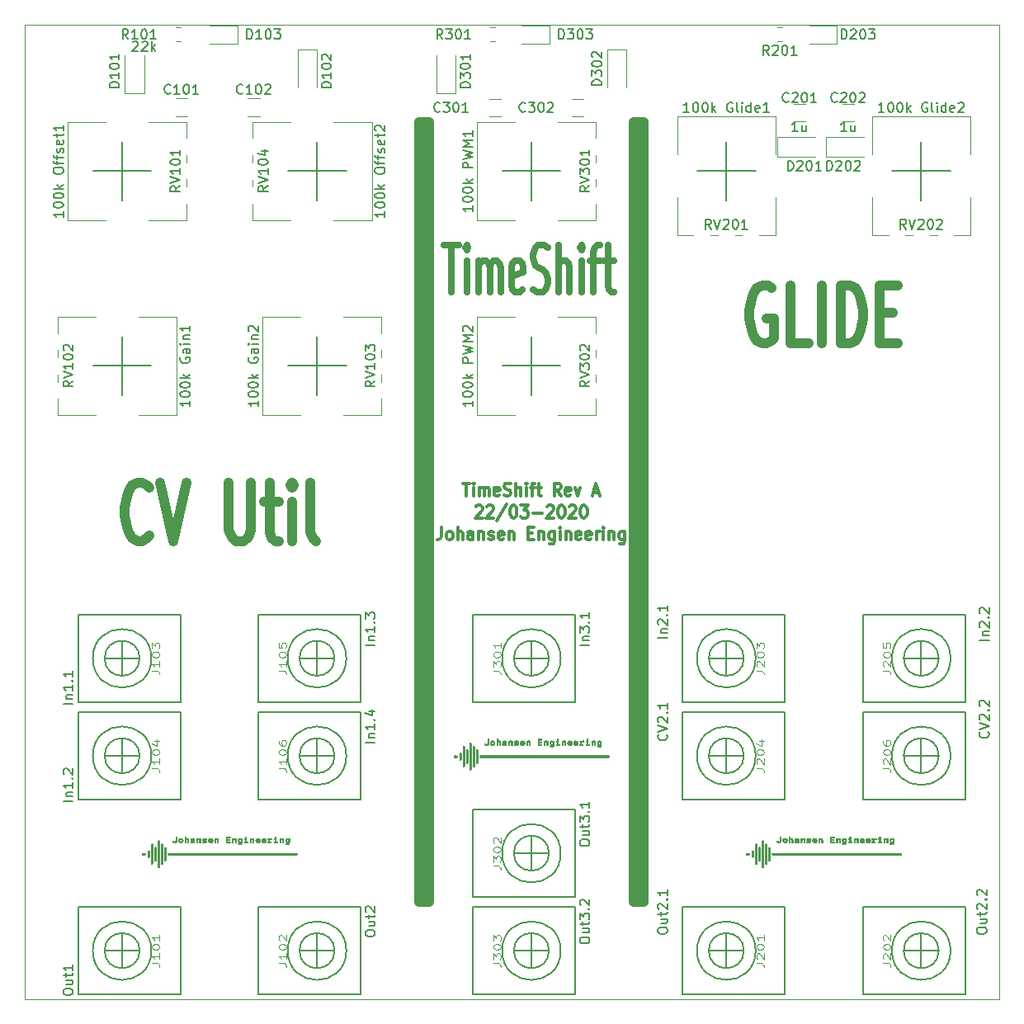
<source format=gbr>
%TF.GenerationSoftware,KiCad,Pcbnew,(5.1.5)-3*%
%TF.CreationDate,2020-03-23T00:00:11+01:00*%
%TF.ProjectId,KicadJE_Util_PCB,4b696361-644a-4455-9f55-74696c5f5043,rev?*%
%TF.SameCoordinates,Original*%
%TF.FileFunction,Legend,Top*%
%TF.FilePolarity,Positive*%
%FSLAX46Y46*%
G04 Gerber Fmt 4.6, Leading zero omitted, Abs format (unit mm)*
G04 Created by KiCad (PCBNEW (5.1.5)-3) date 2020-03-23 00:00:11*
%MOMM*%
%LPD*%
G04 APERTURE LIST*
%ADD10C,1.000000*%
%ADD11C,0.650000*%
%ADD12C,0.300000*%
%ADD13C,0.050000*%
%ADD14C,0.010000*%
%ADD15C,0.120000*%
%ADD16C,0.150000*%
%ADD17C,0.125000*%
G04 APERTURE END LIST*
D10*
X126666666Y-77000000D02*
X126285714Y-76714285D01*
X125714285Y-76714285D01*
X125142857Y-77000000D01*
X124761904Y-77571428D01*
X124571428Y-78142857D01*
X124380952Y-79285714D01*
X124380952Y-80142857D01*
X124571428Y-81285714D01*
X124761904Y-81857142D01*
X125142857Y-82428571D01*
X125714285Y-82714285D01*
X126095238Y-82714285D01*
X126666666Y-82428571D01*
X126857142Y-82142857D01*
X126857142Y-80142857D01*
X126095238Y-80142857D01*
X130476190Y-82714285D02*
X128571428Y-82714285D01*
X128571428Y-76714285D01*
X131809523Y-82714285D02*
X131809523Y-76714285D01*
X133714285Y-82714285D02*
X133714285Y-76714285D01*
X134666666Y-76714285D01*
X135238095Y-77000000D01*
X135619047Y-77571428D01*
X135809523Y-78142857D01*
X136000000Y-79285714D01*
X136000000Y-80142857D01*
X135809523Y-81285714D01*
X135619047Y-81857142D01*
X135238095Y-82428571D01*
X134666666Y-82714285D01*
X133714285Y-82714285D01*
X137714285Y-79571428D02*
X139047619Y-79571428D01*
X139619047Y-82714285D02*
X137714285Y-82714285D01*
X137714285Y-76714285D01*
X139619047Y-76714285D01*
D11*
X93021428Y-72621428D02*
X94507142Y-72621428D01*
X93764285Y-77421428D02*
X93764285Y-72621428D01*
X95373809Y-77421428D02*
X95373809Y-74221428D01*
X95373809Y-72621428D02*
X95250000Y-72850000D01*
X95373809Y-73078571D01*
X95497619Y-72850000D01*
X95373809Y-72621428D01*
X95373809Y-73078571D01*
X96611904Y-77421428D02*
X96611904Y-74221428D01*
X96611904Y-74678571D02*
X96735714Y-74450000D01*
X96983333Y-74221428D01*
X97354761Y-74221428D01*
X97602380Y-74450000D01*
X97726190Y-74907142D01*
X97726190Y-77421428D01*
X97726190Y-74907142D02*
X97850000Y-74450000D01*
X98097619Y-74221428D01*
X98469047Y-74221428D01*
X98716666Y-74450000D01*
X98840476Y-74907142D01*
X98840476Y-77421428D01*
X101069047Y-77192857D02*
X100821428Y-77421428D01*
X100326190Y-77421428D01*
X100078571Y-77192857D01*
X99954761Y-76735714D01*
X99954761Y-74907142D01*
X100078571Y-74450000D01*
X100326190Y-74221428D01*
X100821428Y-74221428D01*
X101069047Y-74450000D01*
X101192857Y-74907142D01*
X101192857Y-75364285D01*
X99954761Y-75821428D01*
X102183333Y-77192857D02*
X102554761Y-77421428D01*
X103173809Y-77421428D01*
X103421428Y-77192857D01*
X103545238Y-76964285D01*
X103669047Y-76507142D01*
X103669047Y-76050000D01*
X103545238Y-75592857D01*
X103421428Y-75364285D01*
X103173809Y-75135714D01*
X102678571Y-74907142D01*
X102430952Y-74678571D01*
X102307142Y-74450000D01*
X102183333Y-73992857D01*
X102183333Y-73535714D01*
X102307142Y-73078571D01*
X102430952Y-72850000D01*
X102678571Y-72621428D01*
X103297619Y-72621428D01*
X103669047Y-72850000D01*
X104783333Y-77421428D02*
X104783333Y-72621428D01*
X105897619Y-77421428D02*
X105897619Y-74907142D01*
X105773809Y-74450000D01*
X105526190Y-74221428D01*
X105154761Y-74221428D01*
X104907142Y-74450000D01*
X104783333Y-74678571D01*
X107135714Y-77421428D02*
X107135714Y-74221428D01*
X107135714Y-72621428D02*
X107011904Y-72850000D01*
X107135714Y-73078571D01*
X107259523Y-72850000D01*
X107135714Y-72621428D01*
X107135714Y-73078571D01*
X108002380Y-74221428D02*
X108992857Y-74221428D01*
X108373809Y-77421428D02*
X108373809Y-73307142D01*
X108497619Y-72850000D01*
X108745238Y-72621428D01*
X108992857Y-72621428D01*
X109488095Y-74221428D02*
X110478571Y-74221428D01*
X109859523Y-72621428D02*
X109859523Y-76735714D01*
X109983333Y-77192857D01*
X110230952Y-77421428D01*
X110478571Y-77421428D01*
D12*
X94971428Y-97038095D02*
X95657142Y-97038095D01*
X95314285Y-98338095D02*
X95314285Y-97038095D01*
X96057142Y-98338095D02*
X96057142Y-97471428D01*
X96057142Y-97038095D02*
X96000000Y-97100000D01*
X96057142Y-97161904D01*
X96114285Y-97100000D01*
X96057142Y-97038095D01*
X96057142Y-97161904D01*
X96628571Y-98338095D02*
X96628571Y-97471428D01*
X96628571Y-97595238D02*
X96685714Y-97533333D01*
X96800000Y-97471428D01*
X96971428Y-97471428D01*
X97085714Y-97533333D01*
X97142857Y-97657142D01*
X97142857Y-98338095D01*
X97142857Y-97657142D02*
X97200000Y-97533333D01*
X97314285Y-97471428D01*
X97485714Y-97471428D01*
X97600000Y-97533333D01*
X97657142Y-97657142D01*
X97657142Y-98338095D01*
X98685714Y-98276190D02*
X98571428Y-98338095D01*
X98342857Y-98338095D01*
X98228571Y-98276190D01*
X98171428Y-98152380D01*
X98171428Y-97657142D01*
X98228571Y-97533333D01*
X98342857Y-97471428D01*
X98571428Y-97471428D01*
X98685714Y-97533333D01*
X98742857Y-97657142D01*
X98742857Y-97780952D01*
X98171428Y-97904761D01*
X99200000Y-98276190D02*
X99371428Y-98338095D01*
X99657142Y-98338095D01*
X99771428Y-98276190D01*
X99828571Y-98214285D01*
X99885714Y-98090476D01*
X99885714Y-97966666D01*
X99828571Y-97842857D01*
X99771428Y-97780952D01*
X99657142Y-97719047D01*
X99428571Y-97657142D01*
X99314285Y-97595238D01*
X99257142Y-97533333D01*
X99200000Y-97409523D01*
X99200000Y-97285714D01*
X99257142Y-97161904D01*
X99314285Y-97100000D01*
X99428571Y-97038095D01*
X99714285Y-97038095D01*
X99885714Y-97100000D01*
X100400000Y-98338095D02*
X100400000Y-97038095D01*
X100914285Y-98338095D02*
X100914285Y-97657142D01*
X100857142Y-97533333D01*
X100742857Y-97471428D01*
X100571428Y-97471428D01*
X100457142Y-97533333D01*
X100400000Y-97595238D01*
X101485714Y-98338095D02*
X101485714Y-97471428D01*
X101485714Y-97038095D02*
X101428571Y-97100000D01*
X101485714Y-97161904D01*
X101542857Y-97100000D01*
X101485714Y-97038095D01*
X101485714Y-97161904D01*
X101885714Y-97471428D02*
X102342857Y-97471428D01*
X102057142Y-98338095D02*
X102057142Y-97223809D01*
X102114285Y-97100000D01*
X102228571Y-97038095D01*
X102342857Y-97038095D01*
X102571428Y-97471428D02*
X103028571Y-97471428D01*
X102742857Y-97038095D02*
X102742857Y-98152380D01*
X102799999Y-98276190D01*
X102914285Y-98338095D01*
X103028571Y-98338095D01*
X105028571Y-98338095D02*
X104628571Y-97719047D01*
X104342857Y-98338095D02*
X104342857Y-97038095D01*
X104800000Y-97038095D01*
X104914285Y-97100000D01*
X104971428Y-97161904D01*
X105028571Y-97285714D01*
X105028571Y-97471428D01*
X104971428Y-97595238D01*
X104914285Y-97657142D01*
X104800000Y-97719047D01*
X104342857Y-97719047D01*
X106000000Y-98276190D02*
X105885714Y-98338095D01*
X105657142Y-98338095D01*
X105542857Y-98276190D01*
X105485714Y-98152380D01*
X105485714Y-97657142D01*
X105542857Y-97533333D01*
X105657142Y-97471428D01*
X105885714Y-97471428D01*
X106000000Y-97533333D01*
X106057142Y-97657142D01*
X106057142Y-97780952D01*
X105485714Y-97904761D01*
X106457142Y-97471428D02*
X106742857Y-98338095D01*
X107028571Y-97471428D01*
X108342857Y-97966666D02*
X108914285Y-97966666D01*
X108228571Y-98338095D02*
X108628571Y-97038095D01*
X109028571Y-98338095D01*
X96285714Y-99411904D02*
X96342857Y-99350000D01*
X96457142Y-99288095D01*
X96742857Y-99288095D01*
X96857142Y-99350000D01*
X96914285Y-99411904D01*
X96971428Y-99535714D01*
X96971428Y-99659523D01*
X96914285Y-99845238D01*
X96228571Y-100588095D01*
X96971428Y-100588095D01*
X97428571Y-99411904D02*
X97485714Y-99350000D01*
X97600000Y-99288095D01*
X97885714Y-99288095D01*
X98000000Y-99350000D01*
X98057142Y-99411904D01*
X98114285Y-99535714D01*
X98114285Y-99659523D01*
X98057142Y-99845238D01*
X97371428Y-100588095D01*
X98114285Y-100588095D01*
X99485714Y-99226190D02*
X98457142Y-100897619D01*
X100114285Y-99288095D02*
X100228571Y-99288095D01*
X100342857Y-99350000D01*
X100400000Y-99411904D01*
X100457142Y-99535714D01*
X100514285Y-99783333D01*
X100514285Y-100092857D01*
X100457142Y-100340476D01*
X100400000Y-100464285D01*
X100342857Y-100526190D01*
X100228571Y-100588095D01*
X100114285Y-100588095D01*
X100000000Y-100526190D01*
X99942857Y-100464285D01*
X99885714Y-100340476D01*
X99828571Y-100092857D01*
X99828571Y-99783333D01*
X99885714Y-99535714D01*
X99942857Y-99411904D01*
X100000000Y-99350000D01*
X100114285Y-99288095D01*
X100914285Y-99288095D02*
X101657142Y-99288095D01*
X101257142Y-99783333D01*
X101428571Y-99783333D01*
X101542857Y-99845238D01*
X101600000Y-99907142D01*
X101657142Y-100030952D01*
X101657142Y-100340476D01*
X101600000Y-100464285D01*
X101542857Y-100526190D01*
X101428571Y-100588095D01*
X101085714Y-100588095D01*
X100971428Y-100526190D01*
X100914285Y-100464285D01*
X102171428Y-100092857D02*
X103085714Y-100092857D01*
X103600000Y-99411904D02*
X103657142Y-99350000D01*
X103771428Y-99288095D01*
X104057142Y-99288095D01*
X104171428Y-99350000D01*
X104228571Y-99411904D01*
X104285714Y-99535714D01*
X104285714Y-99659523D01*
X104228571Y-99845238D01*
X103542857Y-100588095D01*
X104285714Y-100588095D01*
X105028571Y-99288095D02*
X105142857Y-99288095D01*
X105257142Y-99350000D01*
X105314285Y-99411904D01*
X105371428Y-99535714D01*
X105428571Y-99783333D01*
X105428571Y-100092857D01*
X105371428Y-100340476D01*
X105314285Y-100464285D01*
X105257142Y-100526190D01*
X105142857Y-100588095D01*
X105028571Y-100588095D01*
X104914285Y-100526190D01*
X104857142Y-100464285D01*
X104800000Y-100340476D01*
X104742857Y-100092857D01*
X104742857Y-99783333D01*
X104800000Y-99535714D01*
X104857142Y-99411904D01*
X104914285Y-99350000D01*
X105028571Y-99288095D01*
X105885714Y-99411904D02*
X105942857Y-99350000D01*
X106057142Y-99288095D01*
X106342857Y-99288095D01*
X106457142Y-99350000D01*
X106514285Y-99411904D01*
X106571428Y-99535714D01*
X106571428Y-99659523D01*
X106514285Y-99845238D01*
X105828571Y-100588095D01*
X106571428Y-100588095D01*
X107314285Y-99288095D02*
X107428571Y-99288095D01*
X107542857Y-99350000D01*
X107600000Y-99411904D01*
X107657142Y-99535714D01*
X107714285Y-99783333D01*
X107714285Y-100092857D01*
X107657142Y-100340476D01*
X107600000Y-100464285D01*
X107542857Y-100526190D01*
X107428571Y-100588095D01*
X107314285Y-100588095D01*
X107200000Y-100526190D01*
X107142857Y-100464285D01*
X107085714Y-100340476D01*
X107028571Y-100092857D01*
X107028571Y-99783333D01*
X107085714Y-99535714D01*
X107142857Y-99411904D01*
X107200000Y-99350000D01*
X107314285Y-99288095D01*
X92771428Y-101538095D02*
X92771428Y-102466666D01*
X92714285Y-102652380D01*
X92600000Y-102776190D01*
X92428571Y-102838095D01*
X92314285Y-102838095D01*
X93514285Y-102838095D02*
X93400000Y-102776190D01*
X93342857Y-102714285D01*
X93285714Y-102590476D01*
X93285714Y-102219047D01*
X93342857Y-102095238D01*
X93400000Y-102033333D01*
X93514285Y-101971428D01*
X93685714Y-101971428D01*
X93800000Y-102033333D01*
X93857142Y-102095238D01*
X93914285Y-102219047D01*
X93914285Y-102590476D01*
X93857142Y-102714285D01*
X93800000Y-102776190D01*
X93685714Y-102838095D01*
X93514285Y-102838095D01*
X94428571Y-102838095D02*
X94428571Y-101538095D01*
X94942857Y-102838095D02*
X94942857Y-102157142D01*
X94885714Y-102033333D01*
X94771428Y-101971428D01*
X94600000Y-101971428D01*
X94485714Y-102033333D01*
X94428571Y-102095238D01*
X96028571Y-102838095D02*
X96028571Y-102157142D01*
X95971428Y-102033333D01*
X95857142Y-101971428D01*
X95628571Y-101971428D01*
X95514285Y-102033333D01*
X96028571Y-102776190D02*
X95914285Y-102838095D01*
X95628571Y-102838095D01*
X95514285Y-102776190D01*
X95457142Y-102652380D01*
X95457142Y-102528571D01*
X95514285Y-102404761D01*
X95628571Y-102342857D01*
X95914285Y-102342857D01*
X96028571Y-102280952D01*
X96600000Y-101971428D02*
X96600000Y-102838095D01*
X96600000Y-102095238D02*
X96657142Y-102033333D01*
X96771428Y-101971428D01*
X96942857Y-101971428D01*
X97057142Y-102033333D01*
X97114285Y-102157142D01*
X97114285Y-102838095D01*
X97628571Y-102776190D02*
X97742857Y-102838095D01*
X97971428Y-102838095D01*
X98085714Y-102776190D01*
X98142857Y-102652380D01*
X98142857Y-102590476D01*
X98085714Y-102466666D01*
X97971428Y-102404761D01*
X97800000Y-102404761D01*
X97685714Y-102342857D01*
X97628571Y-102219047D01*
X97628571Y-102157142D01*
X97685714Y-102033333D01*
X97800000Y-101971428D01*
X97971428Y-101971428D01*
X98085714Y-102033333D01*
X99114285Y-102776190D02*
X99000000Y-102838095D01*
X98771428Y-102838095D01*
X98657142Y-102776190D01*
X98600000Y-102652380D01*
X98600000Y-102157142D01*
X98657142Y-102033333D01*
X98771428Y-101971428D01*
X99000000Y-101971428D01*
X99114285Y-102033333D01*
X99171428Y-102157142D01*
X99171428Y-102280952D01*
X98600000Y-102404761D01*
X99685714Y-101971428D02*
X99685714Y-102838095D01*
X99685714Y-102095238D02*
X99742857Y-102033333D01*
X99857142Y-101971428D01*
X100028571Y-101971428D01*
X100142857Y-102033333D01*
X100200000Y-102157142D01*
X100200000Y-102838095D01*
X101685714Y-102157142D02*
X102085714Y-102157142D01*
X102257142Y-102838095D02*
X101685714Y-102838095D01*
X101685714Y-101538095D01*
X102257142Y-101538095D01*
X102771428Y-101971428D02*
X102771428Y-102838095D01*
X102771428Y-102095238D02*
X102828571Y-102033333D01*
X102942857Y-101971428D01*
X103114285Y-101971428D01*
X103228571Y-102033333D01*
X103285714Y-102157142D01*
X103285714Y-102838095D01*
X104371428Y-101971428D02*
X104371428Y-103023809D01*
X104314285Y-103147619D01*
X104257142Y-103209523D01*
X104142857Y-103271428D01*
X103971428Y-103271428D01*
X103857142Y-103209523D01*
X104371428Y-102776190D02*
X104257142Y-102838095D01*
X104028571Y-102838095D01*
X103914285Y-102776190D01*
X103857142Y-102714285D01*
X103800000Y-102590476D01*
X103800000Y-102219047D01*
X103857142Y-102095238D01*
X103914285Y-102033333D01*
X104028571Y-101971428D01*
X104257142Y-101971428D01*
X104371428Y-102033333D01*
X104942857Y-102838095D02*
X104942857Y-101971428D01*
X104942857Y-101538095D02*
X104885714Y-101600000D01*
X104942857Y-101661904D01*
X105000000Y-101600000D01*
X104942857Y-101538095D01*
X104942857Y-101661904D01*
X105514285Y-101971428D02*
X105514285Y-102838095D01*
X105514285Y-102095238D02*
X105571428Y-102033333D01*
X105685714Y-101971428D01*
X105857142Y-101971428D01*
X105971428Y-102033333D01*
X106028571Y-102157142D01*
X106028571Y-102838095D01*
X107057142Y-102776190D02*
X106942857Y-102838095D01*
X106714285Y-102838095D01*
X106600000Y-102776190D01*
X106542857Y-102652380D01*
X106542857Y-102157142D01*
X106600000Y-102033333D01*
X106714285Y-101971428D01*
X106942857Y-101971428D01*
X107057142Y-102033333D01*
X107114285Y-102157142D01*
X107114285Y-102280952D01*
X106542857Y-102404761D01*
X108085714Y-102776190D02*
X107971428Y-102838095D01*
X107742857Y-102838095D01*
X107628571Y-102776190D01*
X107571428Y-102652380D01*
X107571428Y-102157142D01*
X107628571Y-102033333D01*
X107742857Y-101971428D01*
X107971428Y-101971428D01*
X108085714Y-102033333D01*
X108142857Y-102157142D01*
X108142857Y-102280952D01*
X107571428Y-102404761D01*
X108657142Y-102838095D02*
X108657142Y-101971428D01*
X108657142Y-102219047D02*
X108714285Y-102095238D01*
X108771428Y-102033333D01*
X108885714Y-101971428D01*
X109000000Y-101971428D01*
X109400000Y-102838095D02*
X109400000Y-101971428D01*
X109400000Y-101538095D02*
X109342857Y-101600000D01*
X109400000Y-101661904D01*
X109457142Y-101600000D01*
X109400000Y-101538095D01*
X109400000Y-101661904D01*
X109971428Y-101971428D02*
X109971428Y-102838095D01*
X109971428Y-102095238D02*
X110028571Y-102033333D01*
X110142857Y-101971428D01*
X110314285Y-101971428D01*
X110428571Y-102033333D01*
X110485714Y-102157142D01*
X110485714Y-102838095D01*
X111571428Y-101971428D02*
X111571428Y-103023809D01*
X111514285Y-103147619D01*
X111457142Y-103209523D01*
X111342857Y-103271428D01*
X111171428Y-103271428D01*
X111057142Y-103209523D01*
X111571428Y-102776190D02*
X111457142Y-102838095D01*
X111228571Y-102838095D01*
X111114285Y-102776190D01*
X111057142Y-102714285D01*
X111000000Y-102590476D01*
X111000000Y-102219047D01*
X111057142Y-102095238D01*
X111114285Y-102033333D01*
X111228571Y-101971428D01*
X111457142Y-101971428D01*
X111571428Y-102033333D01*
D10*
X62761904Y-102392857D02*
X62571428Y-102678571D01*
X62000000Y-102964285D01*
X61619047Y-102964285D01*
X61047619Y-102678571D01*
X60666666Y-102107142D01*
X60476190Y-101535714D01*
X60285714Y-100392857D01*
X60285714Y-99535714D01*
X60476190Y-98392857D01*
X60666666Y-97821428D01*
X61047619Y-97250000D01*
X61619047Y-96964285D01*
X62000000Y-96964285D01*
X62571428Y-97250000D01*
X62761904Y-97535714D01*
X63904761Y-96964285D02*
X65238095Y-102964285D01*
X66571428Y-96964285D01*
X70952380Y-96964285D02*
X70952380Y-101821428D01*
X71142857Y-102392857D01*
X71333333Y-102678571D01*
X71714285Y-102964285D01*
X72476190Y-102964285D01*
X72857142Y-102678571D01*
X73047619Y-102392857D01*
X73238095Y-101821428D01*
X73238095Y-96964285D01*
X74571428Y-98964285D02*
X76095238Y-98964285D01*
X75142857Y-96964285D02*
X75142857Y-102107142D01*
X75333333Y-102678571D01*
X75714285Y-102964285D01*
X76095238Y-102964285D01*
X77428571Y-102964285D02*
X77428571Y-98964285D01*
X77428571Y-96964285D02*
X77238095Y-97250000D01*
X77428571Y-97535714D01*
X77619047Y-97250000D01*
X77428571Y-96964285D01*
X77428571Y-97535714D01*
X79904761Y-102964285D02*
X79523809Y-102678571D01*
X79333333Y-102107142D01*
X79333333Y-96964285D01*
X112500000Y-60000000D02*
X112500000Y-140000000D01*
X113500000Y-60000000D02*
X113500000Y-140000000D01*
X112500000Y-140000000D02*
X113500000Y-140000000D01*
X112500000Y-60000000D02*
X113500000Y-60000000D01*
X90500000Y-60000000D02*
X91500000Y-60000000D01*
X90500000Y-140000000D02*
X91500000Y-140000000D01*
X91500000Y-60000000D02*
X91500000Y-140000000D01*
X90500000Y-60000000D02*
X90500000Y-140000000D01*
D13*
X50000000Y-150000000D02*
X50000000Y-50000000D01*
X150000000Y-150000000D02*
X50000000Y-150000000D01*
X150000000Y-50000000D02*
X150000000Y-150000000D01*
X50000000Y-50000000D02*
X150000000Y-50000000D01*
D14*
G36*
X137791200Y-133399800D02*
G01*
X137676900Y-133399800D01*
X137676900Y-133272800D01*
X137791200Y-133272800D01*
X137791200Y-133399800D01*
G37*
X137791200Y-133399800D02*
X137676900Y-133399800D01*
X137676900Y-133272800D01*
X137791200Y-133272800D01*
X137791200Y-133399800D01*
G36*
X134743200Y-133399800D02*
G01*
X134628900Y-133399800D01*
X134628900Y-133272800D01*
X134743200Y-133272800D01*
X134743200Y-133399800D01*
G37*
X134743200Y-133399800D02*
X134628900Y-133399800D01*
X134628900Y-133272800D01*
X134743200Y-133272800D01*
X134743200Y-133399800D01*
G36*
X138438114Y-133442318D02*
G01*
X138473195Y-133459123D01*
X138492674Y-133474926D01*
X138534150Y-133511953D01*
X138538239Y-133703526D01*
X138542329Y-133895100D01*
X138438900Y-133895100D01*
X138438900Y-133730907D01*
X138438314Y-133659817D01*
X138436253Y-133609877D01*
X138432258Y-133576854D01*
X138425870Y-133556520D01*
X138418942Y-133546757D01*
X138385287Y-133528974D01*
X138345560Y-133530874D01*
X138306502Y-133550204D01*
X138274851Y-133584714D01*
X138268062Y-133597154D01*
X138256927Y-133633806D01*
X138250505Y-133688629D01*
X138248400Y-133765050D01*
X138248400Y-133895100D01*
X138146800Y-133895100D01*
X138146800Y-133450600D01*
X138197600Y-133450600D01*
X138230192Y-133452142D01*
X138244681Y-133460281D01*
X138248330Y-133480282D01*
X138248400Y-133487430D01*
X138248400Y-133524260D01*
X138291580Y-133481080D01*
X138323768Y-133453238D01*
X138354315Y-133440684D01*
X138392979Y-133437900D01*
X138438114Y-133442318D01*
G37*
X138438114Y-133442318D02*
X138473195Y-133459123D01*
X138492674Y-133474926D01*
X138534150Y-133511953D01*
X138538239Y-133703526D01*
X138542329Y-133895100D01*
X138438900Y-133895100D01*
X138438900Y-133730907D01*
X138438314Y-133659817D01*
X138436253Y-133609877D01*
X138432258Y-133576854D01*
X138425870Y-133556520D01*
X138418942Y-133546757D01*
X138385287Y-133528974D01*
X138345560Y-133530874D01*
X138306502Y-133550204D01*
X138274851Y-133584714D01*
X138268062Y-133597154D01*
X138256927Y-133633806D01*
X138250505Y-133688629D01*
X138248400Y-133765050D01*
X138248400Y-133895100D01*
X138146800Y-133895100D01*
X138146800Y-133450600D01*
X138197600Y-133450600D01*
X138230192Y-133452142D01*
X138244681Y-133460281D01*
X138248330Y-133480282D01*
X138248400Y-133487430D01*
X138248400Y-133524260D01*
X138291580Y-133481080D01*
X138323768Y-133453238D01*
X138354315Y-133440684D01*
X138392979Y-133437900D01*
X138438114Y-133442318D01*
G36*
X137791200Y-133806200D02*
G01*
X137842000Y-133806200D01*
X137874525Y-133807545D01*
X137888979Y-133815854D01*
X137892686Y-133837533D01*
X137892800Y-133850650D01*
X137892800Y-133895100D01*
X137588000Y-133895100D01*
X137588000Y-133850650D01*
X137589965Y-133820858D01*
X137601057Y-133808640D01*
X137629066Y-133806205D01*
X137632450Y-133806200D01*
X137676900Y-133806200D01*
X137676900Y-133539500D01*
X137632450Y-133539500D01*
X137602658Y-133537534D01*
X137590440Y-133526442D01*
X137588005Y-133498433D01*
X137588000Y-133495050D01*
X137588000Y-133450600D01*
X137791200Y-133450600D01*
X137791200Y-133806200D01*
G37*
X137791200Y-133806200D02*
X137842000Y-133806200D01*
X137874525Y-133807545D01*
X137888979Y-133815854D01*
X137892686Y-133837533D01*
X137892800Y-133850650D01*
X137892800Y-133895100D01*
X137588000Y-133895100D01*
X137588000Y-133850650D01*
X137589965Y-133820858D01*
X137601057Y-133808640D01*
X137629066Y-133806205D01*
X137632450Y-133806200D01*
X137676900Y-133806200D01*
X137676900Y-133539500D01*
X137632450Y-133539500D01*
X137602658Y-133537534D01*
X137590440Y-133526442D01*
X137588005Y-133498433D01*
X137588000Y-133495050D01*
X137588000Y-133450600D01*
X137791200Y-133450600D01*
X137791200Y-133806200D01*
G36*
X137333699Y-133440912D02*
G01*
X137358516Y-133450885D01*
X137365016Y-133470931D01*
X137358113Y-133499630D01*
X137347462Y-133525131D01*
X137333608Y-133535481D01*
X137307593Y-133535040D01*
X137290351Y-133532606D01*
X137229116Y-133533141D01*
X137175228Y-133551791D01*
X137135106Y-133585879D01*
X137125293Y-133601368D01*
X137112681Y-133641577D01*
X137106047Y-133697735D01*
X137105400Y-133723019D01*
X137105400Y-133806200D01*
X137156200Y-133806200D01*
X137188725Y-133807545D01*
X137203179Y-133815854D01*
X137206886Y-133837533D01*
X137207000Y-133850650D01*
X137207000Y-133895100D01*
X136902200Y-133895100D01*
X136902200Y-133850650D01*
X136903737Y-133822190D01*
X136913233Y-133809542D01*
X136938010Y-133806299D01*
X136953000Y-133806200D01*
X137003800Y-133806200D01*
X137003800Y-133526800D01*
X136953000Y-133526800D01*
X136920426Y-133525295D01*
X136905946Y-133517142D01*
X136902280Y-133496881D01*
X136902200Y-133488700D01*
X136902200Y-133450600D01*
X137105400Y-133450600D01*
X137105400Y-133532890D01*
X137138393Y-133497307D01*
X137182463Y-133460769D01*
X137233745Y-133442216D01*
X137287201Y-133438094D01*
X137333699Y-133440912D01*
G37*
X137333699Y-133440912D02*
X137358516Y-133450885D01*
X137365016Y-133470931D01*
X137358113Y-133499630D01*
X137347462Y-133525131D01*
X137333608Y-133535481D01*
X137307593Y-133535040D01*
X137290351Y-133532606D01*
X137229116Y-133533141D01*
X137175228Y-133551791D01*
X137135106Y-133585879D01*
X137125293Y-133601368D01*
X137112681Y-133641577D01*
X137106047Y-133697735D01*
X137105400Y-133723019D01*
X137105400Y-133806200D01*
X137156200Y-133806200D01*
X137188725Y-133807545D01*
X137203179Y-133815854D01*
X137206886Y-133837533D01*
X137207000Y-133850650D01*
X137207000Y-133895100D01*
X136902200Y-133895100D01*
X136902200Y-133850650D01*
X136903737Y-133822190D01*
X136913233Y-133809542D01*
X136938010Y-133806299D01*
X136953000Y-133806200D01*
X137003800Y-133806200D01*
X137003800Y-133526800D01*
X136953000Y-133526800D01*
X136920426Y-133525295D01*
X136905946Y-133517142D01*
X136902280Y-133496881D01*
X136902200Y-133488700D01*
X136902200Y-133450600D01*
X137105400Y-133450600D01*
X137105400Y-133532890D01*
X137138393Y-133497307D01*
X137182463Y-133460769D01*
X137233745Y-133442216D01*
X137287201Y-133438094D01*
X137333699Y-133440912D01*
G36*
X135390114Y-133442318D02*
G01*
X135425195Y-133459123D01*
X135444674Y-133474926D01*
X135486150Y-133511953D01*
X135490239Y-133703526D01*
X135494329Y-133895100D01*
X135390900Y-133895100D01*
X135390900Y-133730907D01*
X135390314Y-133659817D01*
X135388253Y-133609877D01*
X135384258Y-133576854D01*
X135377870Y-133556520D01*
X135370942Y-133546757D01*
X135337287Y-133528974D01*
X135297560Y-133530874D01*
X135258502Y-133550204D01*
X135226851Y-133584714D01*
X135220062Y-133597154D01*
X135208927Y-133633806D01*
X135202505Y-133688629D01*
X135200400Y-133765050D01*
X135200400Y-133895100D01*
X135098800Y-133895100D01*
X135098800Y-133450600D01*
X135149600Y-133450600D01*
X135182192Y-133452142D01*
X135196681Y-133460281D01*
X135200330Y-133480282D01*
X135200400Y-133487430D01*
X135200400Y-133524260D01*
X135243580Y-133481080D01*
X135275768Y-133453238D01*
X135306315Y-133440684D01*
X135344979Y-133437900D01*
X135390114Y-133442318D01*
G37*
X135390114Y-133442318D02*
X135425195Y-133459123D01*
X135444674Y-133474926D01*
X135486150Y-133511953D01*
X135490239Y-133703526D01*
X135494329Y-133895100D01*
X135390900Y-133895100D01*
X135390900Y-133730907D01*
X135390314Y-133659817D01*
X135388253Y-133609877D01*
X135384258Y-133576854D01*
X135377870Y-133556520D01*
X135370942Y-133546757D01*
X135337287Y-133528974D01*
X135297560Y-133530874D01*
X135258502Y-133550204D01*
X135226851Y-133584714D01*
X135220062Y-133597154D01*
X135208927Y-133633806D01*
X135202505Y-133688629D01*
X135200400Y-133765050D01*
X135200400Y-133895100D01*
X135098800Y-133895100D01*
X135098800Y-133450600D01*
X135149600Y-133450600D01*
X135182192Y-133452142D01*
X135196681Y-133460281D01*
X135200330Y-133480282D01*
X135200400Y-133487430D01*
X135200400Y-133524260D01*
X135243580Y-133481080D01*
X135275768Y-133453238D01*
X135306315Y-133440684D01*
X135344979Y-133437900D01*
X135390114Y-133442318D01*
G36*
X134743200Y-133806200D02*
G01*
X134794000Y-133806200D01*
X134826525Y-133807545D01*
X134840979Y-133815854D01*
X134844686Y-133837533D01*
X134844800Y-133850650D01*
X134844800Y-133895100D01*
X134540000Y-133895100D01*
X134540000Y-133850650D01*
X134541965Y-133820858D01*
X134553057Y-133808640D01*
X134581066Y-133806205D01*
X134584450Y-133806200D01*
X134628900Y-133806200D01*
X134628900Y-133539500D01*
X134584450Y-133539500D01*
X134554658Y-133537534D01*
X134542440Y-133526442D01*
X134540005Y-133498433D01*
X134540000Y-133495050D01*
X134540000Y-133450600D01*
X134743200Y-133450600D01*
X134743200Y-133806200D01*
G37*
X134743200Y-133806200D02*
X134794000Y-133806200D01*
X134826525Y-133807545D01*
X134840979Y-133815854D01*
X134844686Y-133837533D01*
X134844800Y-133850650D01*
X134844800Y-133895100D01*
X134540000Y-133895100D01*
X134540000Y-133850650D01*
X134541965Y-133820858D01*
X134553057Y-133808640D01*
X134581066Y-133806205D01*
X134584450Y-133806200D01*
X134628900Y-133806200D01*
X134628900Y-133539500D01*
X134584450Y-133539500D01*
X134554658Y-133537534D01*
X134542440Y-133526442D01*
X134540005Y-133498433D01*
X134540000Y-133495050D01*
X134540000Y-133450600D01*
X134743200Y-133450600D01*
X134743200Y-133806200D01*
G36*
X133561314Y-133442318D02*
G01*
X133596395Y-133459123D01*
X133615874Y-133474926D01*
X133657350Y-133511953D01*
X133661439Y-133703526D01*
X133665529Y-133895100D01*
X133562100Y-133895100D01*
X133562100Y-133730907D01*
X133561514Y-133659817D01*
X133559453Y-133609877D01*
X133555458Y-133576854D01*
X133549070Y-133556520D01*
X133542142Y-133546757D01*
X133508487Y-133528974D01*
X133468760Y-133530874D01*
X133429702Y-133550204D01*
X133398051Y-133584714D01*
X133391262Y-133597154D01*
X133380127Y-133633806D01*
X133373705Y-133688629D01*
X133371600Y-133765050D01*
X133371600Y-133895100D01*
X133270000Y-133895100D01*
X133270000Y-133450600D01*
X133320800Y-133450600D01*
X133353392Y-133452142D01*
X133367881Y-133460281D01*
X133371530Y-133480282D01*
X133371600Y-133487430D01*
X133371600Y-133524260D01*
X133414780Y-133481080D01*
X133446968Y-133453238D01*
X133477515Y-133440684D01*
X133516179Y-133437900D01*
X133561314Y-133442318D01*
G37*
X133561314Y-133442318D02*
X133596395Y-133459123D01*
X133615874Y-133474926D01*
X133657350Y-133511953D01*
X133661439Y-133703526D01*
X133665529Y-133895100D01*
X133562100Y-133895100D01*
X133562100Y-133730907D01*
X133561514Y-133659817D01*
X133559453Y-133609877D01*
X133555458Y-133576854D01*
X133549070Y-133556520D01*
X133542142Y-133546757D01*
X133508487Y-133528974D01*
X133468760Y-133530874D01*
X133429702Y-133550204D01*
X133398051Y-133584714D01*
X133391262Y-133597154D01*
X133380127Y-133633806D01*
X133373705Y-133688629D01*
X133371600Y-133765050D01*
X133371600Y-133895100D01*
X133270000Y-133895100D01*
X133270000Y-133450600D01*
X133320800Y-133450600D01*
X133353392Y-133452142D01*
X133367881Y-133460281D01*
X133371530Y-133480282D01*
X133371600Y-133487430D01*
X133371600Y-133524260D01*
X133414780Y-133481080D01*
X133446968Y-133453238D01*
X133477515Y-133440684D01*
X133516179Y-133437900D01*
X133561314Y-133442318D01*
G36*
X133054100Y-133361700D02*
G01*
X132762000Y-133361700D01*
X132762000Y-133539500D01*
X132990600Y-133539500D01*
X132990600Y-133628400D01*
X132762000Y-133628400D01*
X132762000Y-133806200D01*
X133054100Y-133806200D01*
X133054100Y-133895100D01*
X132660400Y-133895100D01*
X132660400Y-133272800D01*
X133054100Y-133272800D01*
X133054100Y-133361700D01*
G37*
X133054100Y-133361700D02*
X132762000Y-133361700D01*
X132762000Y-133539500D01*
X132990600Y-133539500D01*
X132990600Y-133628400D01*
X132762000Y-133628400D01*
X132762000Y-133806200D01*
X133054100Y-133806200D01*
X133054100Y-133895100D01*
X132660400Y-133895100D01*
X132660400Y-133272800D01*
X133054100Y-133272800D01*
X133054100Y-133361700D01*
G36*
X131745214Y-133442318D02*
G01*
X131780295Y-133459123D01*
X131799774Y-133474926D01*
X131841250Y-133511953D01*
X131845339Y-133703526D01*
X131849429Y-133895100D01*
X131746000Y-133895100D01*
X131746000Y-133730907D01*
X131745414Y-133659817D01*
X131743353Y-133609877D01*
X131739358Y-133576854D01*
X131732970Y-133556520D01*
X131726042Y-133546757D01*
X131692387Y-133528974D01*
X131652660Y-133530874D01*
X131613602Y-133550204D01*
X131581951Y-133584714D01*
X131575162Y-133597154D01*
X131564027Y-133633806D01*
X131557605Y-133688629D01*
X131555500Y-133765050D01*
X131555500Y-133895100D01*
X131453900Y-133895100D01*
X131453900Y-133450600D01*
X131504700Y-133450600D01*
X131537292Y-133452142D01*
X131551781Y-133460281D01*
X131555430Y-133480282D01*
X131555500Y-133487430D01*
X131555500Y-133524260D01*
X131598680Y-133481080D01*
X131630868Y-133453238D01*
X131661415Y-133440684D01*
X131700079Y-133437900D01*
X131745214Y-133442318D01*
G37*
X131745214Y-133442318D02*
X131780295Y-133459123D01*
X131799774Y-133474926D01*
X131841250Y-133511953D01*
X131845339Y-133703526D01*
X131849429Y-133895100D01*
X131746000Y-133895100D01*
X131746000Y-133730907D01*
X131745414Y-133659817D01*
X131743353Y-133609877D01*
X131739358Y-133576854D01*
X131732970Y-133556520D01*
X131726042Y-133546757D01*
X131692387Y-133528974D01*
X131652660Y-133530874D01*
X131613602Y-133550204D01*
X131581951Y-133584714D01*
X131575162Y-133597154D01*
X131564027Y-133633806D01*
X131557605Y-133688629D01*
X131555500Y-133765050D01*
X131555500Y-133895100D01*
X131453900Y-133895100D01*
X131453900Y-133450600D01*
X131504700Y-133450600D01*
X131537292Y-133452142D01*
X131551781Y-133460281D01*
X131555430Y-133480282D01*
X131555500Y-133487430D01*
X131555500Y-133524260D01*
X131598680Y-133481080D01*
X131630868Y-133453238D01*
X131661415Y-133440684D01*
X131700079Y-133437900D01*
X131745214Y-133442318D01*
G36*
X129916414Y-133442318D02*
G01*
X129951495Y-133459123D01*
X129970974Y-133474926D01*
X130012450Y-133511953D01*
X130016539Y-133703526D01*
X130020629Y-133895100D01*
X129917200Y-133895100D01*
X129917200Y-133730907D01*
X129916614Y-133659817D01*
X129914553Y-133609877D01*
X129910558Y-133576854D01*
X129904170Y-133556520D01*
X129897242Y-133546757D01*
X129863587Y-133528974D01*
X129823860Y-133530874D01*
X129784802Y-133550204D01*
X129753151Y-133584714D01*
X129746362Y-133597154D01*
X129735227Y-133633806D01*
X129728805Y-133688629D01*
X129726700Y-133765050D01*
X129726700Y-133895100D01*
X129625100Y-133895100D01*
X129625100Y-133450600D01*
X129675900Y-133450600D01*
X129708492Y-133452142D01*
X129722981Y-133460281D01*
X129726630Y-133480282D01*
X129726700Y-133487430D01*
X129726700Y-133524260D01*
X129769880Y-133481080D01*
X129802068Y-133453238D01*
X129832615Y-133440684D01*
X129871279Y-133437900D01*
X129916414Y-133442318D01*
G37*
X129916414Y-133442318D02*
X129951495Y-133459123D01*
X129970974Y-133474926D01*
X130012450Y-133511953D01*
X130016539Y-133703526D01*
X130020629Y-133895100D01*
X129917200Y-133895100D01*
X129917200Y-133730907D01*
X129916614Y-133659817D01*
X129914553Y-133609877D01*
X129910558Y-133576854D01*
X129904170Y-133556520D01*
X129897242Y-133546757D01*
X129863587Y-133528974D01*
X129823860Y-133530874D01*
X129784802Y-133550204D01*
X129753151Y-133584714D01*
X129746362Y-133597154D01*
X129735227Y-133633806D01*
X129728805Y-133688629D01*
X129726700Y-133765050D01*
X129726700Y-133895100D01*
X129625100Y-133895100D01*
X129625100Y-133450600D01*
X129675900Y-133450600D01*
X129708492Y-133452142D01*
X129722981Y-133460281D01*
X129726630Y-133480282D01*
X129726700Y-133487430D01*
X129726700Y-133524260D01*
X129769880Y-133481080D01*
X129802068Y-133453238D01*
X129832615Y-133440684D01*
X129871279Y-133437900D01*
X129916414Y-133442318D01*
G36*
X128507500Y-133527200D02*
G01*
X128543179Y-133487268D01*
X128572611Y-133460600D01*
X128606477Y-133446655D01*
X128642965Y-133441176D01*
X128683943Y-133439143D01*
X128711809Y-133445321D01*
X128738423Y-133463284D01*
X128750161Y-133473485D01*
X128793250Y-133511953D01*
X128797339Y-133703526D01*
X128801429Y-133895100D01*
X128698000Y-133895100D01*
X128698000Y-133730907D01*
X128697414Y-133659817D01*
X128695353Y-133609877D01*
X128691358Y-133576854D01*
X128684970Y-133556520D01*
X128678042Y-133546757D01*
X128644387Y-133528974D01*
X128604660Y-133530874D01*
X128565602Y-133550204D01*
X128533951Y-133584714D01*
X128527162Y-133597154D01*
X128516027Y-133633806D01*
X128509605Y-133688629D01*
X128507500Y-133765050D01*
X128507500Y-133895100D01*
X128405900Y-133895100D01*
X128405900Y-133272800D01*
X128507500Y-133272800D01*
X128507500Y-133527200D01*
G37*
X128507500Y-133527200D02*
X128543179Y-133487268D01*
X128572611Y-133460600D01*
X128606477Y-133446655D01*
X128642965Y-133441176D01*
X128683943Y-133439143D01*
X128711809Y-133445321D01*
X128738423Y-133463284D01*
X128750161Y-133473485D01*
X128793250Y-133511953D01*
X128797339Y-133703526D01*
X128801429Y-133895100D01*
X128698000Y-133895100D01*
X128698000Y-133730907D01*
X128697414Y-133659817D01*
X128695353Y-133609877D01*
X128691358Y-133576854D01*
X128684970Y-133556520D01*
X128678042Y-133546757D01*
X128644387Y-133528974D01*
X128604660Y-133530874D01*
X128565602Y-133550204D01*
X128533951Y-133584714D01*
X128527162Y-133597154D01*
X128516027Y-133633806D01*
X128509605Y-133688629D01*
X128507500Y-133765050D01*
X128507500Y-133895100D01*
X128405900Y-133895100D01*
X128405900Y-133272800D01*
X128507500Y-133272800D01*
X128507500Y-133527200D01*
G36*
X136580413Y-133445787D02*
G01*
X136642081Y-133470491D01*
X136682518Y-133503111D01*
X136717361Y-133555044D01*
X136744231Y-133623481D01*
X136755115Y-133669675D01*
X136763650Y-133717300D01*
X136382044Y-133717300D01*
X136396231Y-133748437D01*
X136422015Y-133779278D01*
X136463617Y-133803967D01*
X136511480Y-133817471D01*
X136529469Y-133818621D01*
X136563706Y-133813124D01*
X136605711Y-133799704D01*
X136619304Y-133793985D01*
X136672959Y-133769628D01*
X136698501Y-133802101D01*
X136724044Y-133834573D01*
X136692542Y-133859353D01*
X136634692Y-133890285D01*
X136564466Y-133905651D01*
X136490081Y-133904756D01*
X136419751Y-133886909D01*
X136410914Y-133883118D01*
X136354086Y-133844411D01*
X136313056Y-133790243D01*
X136288965Y-133725896D01*
X136282956Y-133656654D01*
X136292211Y-133608435D01*
X136393971Y-133608435D01*
X136404865Y-133619892D01*
X136436586Y-133626036D01*
X136491057Y-133628276D01*
X136514850Y-133628400D01*
X136574137Y-133627503D01*
X136611624Y-133624482D01*
X136630856Y-133618842D01*
X136635500Y-133611563D01*
X136626899Y-133592145D01*
X136605878Y-133566977D01*
X136602726Y-133563938D01*
X136568051Y-133541118D01*
X136523684Y-133533285D01*
X136514850Y-133533150D01*
X136467831Y-133538951D01*
X136432384Y-133559083D01*
X136426973Y-133563938D01*
X136401981Y-133590254D01*
X136393971Y-133608435D01*
X136292211Y-133608435D01*
X136296172Y-133587800D01*
X136329753Y-133524617D01*
X136332623Y-133520889D01*
X136382212Y-133476662D01*
X136444216Y-133449191D01*
X136512370Y-133438794D01*
X136580413Y-133445787D01*
G37*
X136580413Y-133445787D02*
X136642081Y-133470491D01*
X136682518Y-133503111D01*
X136717361Y-133555044D01*
X136744231Y-133623481D01*
X136755115Y-133669675D01*
X136763650Y-133717300D01*
X136382044Y-133717300D01*
X136396231Y-133748437D01*
X136422015Y-133779278D01*
X136463617Y-133803967D01*
X136511480Y-133817471D01*
X136529469Y-133818621D01*
X136563706Y-133813124D01*
X136605711Y-133799704D01*
X136619304Y-133793985D01*
X136672959Y-133769628D01*
X136698501Y-133802101D01*
X136724044Y-133834573D01*
X136692542Y-133859353D01*
X136634692Y-133890285D01*
X136564466Y-133905651D01*
X136490081Y-133904756D01*
X136419751Y-133886909D01*
X136410914Y-133883118D01*
X136354086Y-133844411D01*
X136313056Y-133790243D01*
X136288965Y-133725896D01*
X136282956Y-133656654D01*
X136292211Y-133608435D01*
X136393971Y-133608435D01*
X136404865Y-133619892D01*
X136436586Y-133626036D01*
X136491057Y-133628276D01*
X136514850Y-133628400D01*
X136574137Y-133627503D01*
X136611624Y-133624482D01*
X136630856Y-133618842D01*
X136635500Y-133611563D01*
X136626899Y-133592145D01*
X136605878Y-133566977D01*
X136602726Y-133563938D01*
X136568051Y-133541118D01*
X136523684Y-133533285D01*
X136514850Y-133533150D01*
X136467831Y-133538951D01*
X136432384Y-133559083D01*
X136426973Y-133563938D01*
X136401981Y-133590254D01*
X136393971Y-133608435D01*
X136292211Y-133608435D01*
X136296172Y-133587800D01*
X136329753Y-133524617D01*
X136332623Y-133520889D01*
X136382212Y-133476662D01*
X136444216Y-133449191D01*
X136512370Y-133438794D01*
X136580413Y-133445787D01*
G36*
X135970813Y-133445787D02*
G01*
X136032481Y-133470491D01*
X136072918Y-133503111D01*
X136107761Y-133555044D01*
X136134631Y-133623481D01*
X136145515Y-133669675D01*
X136154050Y-133717300D01*
X135772444Y-133717300D01*
X135786631Y-133748437D01*
X135812415Y-133779278D01*
X135854017Y-133803967D01*
X135901880Y-133817471D01*
X135919869Y-133818621D01*
X135954106Y-133813124D01*
X135996111Y-133799704D01*
X136009704Y-133793985D01*
X136063359Y-133769628D01*
X136088901Y-133802101D01*
X136114444Y-133834573D01*
X136082942Y-133859353D01*
X136025092Y-133890285D01*
X135954866Y-133905651D01*
X135880481Y-133904756D01*
X135810151Y-133886909D01*
X135801314Y-133883118D01*
X135744486Y-133844411D01*
X135703456Y-133790243D01*
X135679365Y-133725896D01*
X135673356Y-133656654D01*
X135682611Y-133608435D01*
X135784371Y-133608435D01*
X135795265Y-133619892D01*
X135826986Y-133626036D01*
X135881457Y-133628276D01*
X135905250Y-133628400D01*
X135964537Y-133627503D01*
X136002024Y-133624482D01*
X136021256Y-133618842D01*
X136025900Y-133611563D01*
X136017299Y-133592145D01*
X135996278Y-133566977D01*
X135993126Y-133563938D01*
X135958451Y-133541118D01*
X135914084Y-133533285D01*
X135905250Y-133533150D01*
X135858231Y-133538951D01*
X135822784Y-133559083D01*
X135817373Y-133563938D01*
X135792381Y-133590254D01*
X135784371Y-133608435D01*
X135682611Y-133608435D01*
X135686572Y-133587800D01*
X135720153Y-133524617D01*
X135723023Y-133520889D01*
X135772612Y-133476662D01*
X135834616Y-133449191D01*
X135902770Y-133438794D01*
X135970813Y-133445787D01*
G37*
X135970813Y-133445787D02*
X136032481Y-133470491D01*
X136072918Y-133503111D01*
X136107761Y-133555044D01*
X136134631Y-133623481D01*
X136145515Y-133669675D01*
X136154050Y-133717300D01*
X135772444Y-133717300D01*
X135786631Y-133748437D01*
X135812415Y-133779278D01*
X135854017Y-133803967D01*
X135901880Y-133817471D01*
X135919869Y-133818621D01*
X135954106Y-133813124D01*
X135996111Y-133799704D01*
X136009704Y-133793985D01*
X136063359Y-133769628D01*
X136088901Y-133802101D01*
X136114444Y-133834573D01*
X136082942Y-133859353D01*
X136025092Y-133890285D01*
X135954866Y-133905651D01*
X135880481Y-133904756D01*
X135810151Y-133886909D01*
X135801314Y-133883118D01*
X135744486Y-133844411D01*
X135703456Y-133790243D01*
X135679365Y-133725896D01*
X135673356Y-133656654D01*
X135682611Y-133608435D01*
X135784371Y-133608435D01*
X135795265Y-133619892D01*
X135826986Y-133626036D01*
X135881457Y-133628276D01*
X135905250Y-133628400D01*
X135964537Y-133627503D01*
X136002024Y-133624482D01*
X136021256Y-133618842D01*
X136025900Y-133611563D01*
X136017299Y-133592145D01*
X135996278Y-133566977D01*
X135993126Y-133563938D01*
X135958451Y-133541118D01*
X135914084Y-133533285D01*
X135905250Y-133533150D01*
X135858231Y-133538951D01*
X135822784Y-133559083D01*
X135817373Y-133563938D01*
X135792381Y-133590254D01*
X135784371Y-133608435D01*
X135682611Y-133608435D01*
X135686572Y-133587800D01*
X135720153Y-133524617D01*
X135723023Y-133520889D01*
X135772612Y-133476662D01*
X135834616Y-133449191D01*
X135902770Y-133438794D01*
X135970813Y-133445787D01*
G36*
X131106713Y-133445787D02*
G01*
X131168381Y-133470491D01*
X131208818Y-133503111D01*
X131243661Y-133555044D01*
X131270531Y-133623481D01*
X131281415Y-133669675D01*
X131289950Y-133717300D01*
X130908344Y-133717300D01*
X130922531Y-133748437D01*
X130948315Y-133779278D01*
X130989917Y-133803967D01*
X131037780Y-133817471D01*
X131055769Y-133818621D01*
X131090006Y-133813124D01*
X131132011Y-133799704D01*
X131145604Y-133793985D01*
X131199259Y-133769628D01*
X131224801Y-133802101D01*
X131250344Y-133834573D01*
X131218842Y-133859353D01*
X131160992Y-133890285D01*
X131090766Y-133905651D01*
X131016381Y-133904756D01*
X130946051Y-133886909D01*
X130937214Y-133883118D01*
X130880386Y-133844411D01*
X130839356Y-133790243D01*
X130815265Y-133725896D01*
X130809256Y-133656654D01*
X130818511Y-133608435D01*
X130920271Y-133608435D01*
X130931165Y-133619892D01*
X130962886Y-133626036D01*
X131017357Y-133628276D01*
X131041150Y-133628400D01*
X131100437Y-133627503D01*
X131137924Y-133624482D01*
X131157156Y-133618842D01*
X131161800Y-133611563D01*
X131153199Y-133592145D01*
X131132178Y-133566977D01*
X131129026Y-133563938D01*
X131094351Y-133541118D01*
X131049984Y-133533285D01*
X131041150Y-133533150D01*
X130994131Y-133538951D01*
X130958684Y-133559083D01*
X130953273Y-133563938D01*
X130928281Y-133590254D01*
X130920271Y-133608435D01*
X130818511Y-133608435D01*
X130822472Y-133587800D01*
X130856053Y-133524617D01*
X130858923Y-133520889D01*
X130908512Y-133476662D01*
X130970516Y-133449191D01*
X131038670Y-133438794D01*
X131106713Y-133445787D01*
G37*
X131106713Y-133445787D02*
X131168381Y-133470491D01*
X131208818Y-133503111D01*
X131243661Y-133555044D01*
X131270531Y-133623481D01*
X131281415Y-133669675D01*
X131289950Y-133717300D01*
X130908344Y-133717300D01*
X130922531Y-133748437D01*
X130948315Y-133779278D01*
X130989917Y-133803967D01*
X131037780Y-133817471D01*
X131055769Y-133818621D01*
X131090006Y-133813124D01*
X131132011Y-133799704D01*
X131145604Y-133793985D01*
X131199259Y-133769628D01*
X131224801Y-133802101D01*
X131250344Y-133834573D01*
X131218842Y-133859353D01*
X131160992Y-133890285D01*
X131090766Y-133905651D01*
X131016381Y-133904756D01*
X130946051Y-133886909D01*
X130937214Y-133883118D01*
X130880386Y-133844411D01*
X130839356Y-133790243D01*
X130815265Y-133725896D01*
X130809256Y-133656654D01*
X130818511Y-133608435D01*
X130920271Y-133608435D01*
X130931165Y-133619892D01*
X130962886Y-133626036D01*
X131017357Y-133628276D01*
X131041150Y-133628400D01*
X131100437Y-133627503D01*
X131137924Y-133624482D01*
X131157156Y-133618842D01*
X131161800Y-133611563D01*
X131153199Y-133592145D01*
X131132178Y-133566977D01*
X131129026Y-133563938D01*
X131094351Y-133541118D01*
X131049984Y-133533285D01*
X131041150Y-133533150D01*
X130994131Y-133538951D01*
X130958684Y-133559083D01*
X130953273Y-133563938D01*
X130928281Y-133590254D01*
X130920271Y-133608435D01*
X130818511Y-133608435D01*
X130822472Y-133587800D01*
X130856053Y-133524617D01*
X130858923Y-133520889D01*
X130908512Y-133476662D01*
X130970516Y-133449191D01*
X131038670Y-133438794D01*
X131106713Y-133445787D01*
G36*
X130500632Y-133444386D02*
G01*
X130555840Y-133458028D01*
X130595922Y-133478107D01*
X130600489Y-133481961D01*
X130609083Y-133503001D01*
X130604268Y-133528982D01*
X130590296Y-133550658D01*
X130571419Y-133558784D01*
X130565812Y-133557362D01*
X130515036Y-133541203D01*
X130460246Y-133532510D01*
X130407734Y-133531212D01*
X130363790Y-133537235D01*
X130334704Y-133550507D01*
X130327596Y-133560104D01*
X130325073Y-133576955D01*
X130334520Y-133590282D01*
X130359387Y-133601783D01*
X130403120Y-133613152D01*
X130457231Y-133623894D01*
X130533536Y-133641949D01*
X130587294Y-133664676D01*
X130621223Y-133694158D01*
X130638045Y-133732478D01*
X130641100Y-133764728D01*
X130629745Y-133815487D01*
X130598029Y-133856412D01*
X130549475Y-133886315D01*
X130487607Y-133904004D01*
X130415947Y-133908289D01*
X130338019Y-133897982D01*
X130288425Y-133883852D01*
X130250170Y-133869782D01*
X130222498Y-133858020D01*
X130213690Y-133852924D01*
X130212751Y-133837125D01*
X130220877Y-133809004D01*
X130222234Y-133805634D01*
X130231168Y-133785529D01*
X130241020Y-133775070D01*
X130257453Y-133773986D01*
X130286129Y-133782007D01*
X130332712Y-133798863D01*
X130336300Y-133800186D01*
X130410662Y-133815855D01*
X130454522Y-133815520D01*
X130506786Y-133805698D01*
X130535099Y-133790062D01*
X130539457Y-133771258D01*
X130519859Y-133751932D01*
X130476303Y-133734730D01*
X130454593Y-133729532D01*
X130384467Y-133714410D01*
X130334551Y-133701934D01*
X130300033Y-133690387D01*
X130276098Y-133678053D01*
X130257936Y-133663218D01*
X130252337Y-133657425D01*
X130226407Y-133613509D01*
X130222862Y-133566210D01*
X130239996Y-133520198D01*
X130276104Y-133480141D01*
X130327601Y-133451407D01*
X130378179Y-133440142D01*
X130438634Y-133438113D01*
X130500632Y-133444386D01*
G37*
X130500632Y-133444386D02*
X130555840Y-133458028D01*
X130595922Y-133478107D01*
X130600489Y-133481961D01*
X130609083Y-133503001D01*
X130604268Y-133528982D01*
X130590296Y-133550658D01*
X130571419Y-133558784D01*
X130565812Y-133557362D01*
X130515036Y-133541203D01*
X130460246Y-133532510D01*
X130407734Y-133531212D01*
X130363790Y-133537235D01*
X130334704Y-133550507D01*
X130327596Y-133560104D01*
X130325073Y-133576955D01*
X130334520Y-133590282D01*
X130359387Y-133601783D01*
X130403120Y-133613152D01*
X130457231Y-133623894D01*
X130533536Y-133641949D01*
X130587294Y-133664676D01*
X130621223Y-133694158D01*
X130638045Y-133732478D01*
X130641100Y-133764728D01*
X130629745Y-133815487D01*
X130598029Y-133856412D01*
X130549475Y-133886315D01*
X130487607Y-133904004D01*
X130415947Y-133908289D01*
X130338019Y-133897982D01*
X130288425Y-133883852D01*
X130250170Y-133869782D01*
X130222498Y-133858020D01*
X130213690Y-133852924D01*
X130212751Y-133837125D01*
X130220877Y-133809004D01*
X130222234Y-133805634D01*
X130231168Y-133785529D01*
X130241020Y-133775070D01*
X130257453Y-133773986D01*
X130286129Y-133782007D01*
X130332712Y-133798863D01*
X130336300Y-133800186D01*
X130410662Y-133815855D01*
X130454522Y-133815520D01*
X130506786Y-133805698D01*
X130535099Y-133790062D01*
X130539457Y-133771258D01*
X130519859Y-133751932D01*
X130476303Y-133734730D01*
X130454593Y-133729532D01*
X130384467Y-133714410D01*
X130334551Y-133701934D01*
X130300033Y-133690387D01*
X130276098Y-133678053D01*
X130257936Y-133663218D01*
X130252337Y-133657425D01*
X130226407Y-133613509D01*
X130222862Y-133566210D01*
X130239996Y-133520198D01*
X130276104Y-133480141D01*
X130327601Y-133451407D01*
X130378179Y-133440142D01*
X130438634Y-133438113D01*
X130500632Y-133444386D01*
G36*
X129310260Y-133456458D02*
G01*
X129363969Y-133489144D01*
X129381667Y-133507923D01*
X129392735Y-133523957D01*
X129400377Y-133542230D01*
X129405218Y-133567537D01*
X129407884Y-133604675D01*
X129409001Y-133658440D01*
X129409200Y-133719012D01*
X129409200Y-133895100D01*
X129358400Y-133895100D01*
X129325216Y-133893002D01*
X129310537Y-133884441D01*
X129307600Y-133869319D01*
X129306428Y-133853311D01*
X129298873Y-133851680D01*
X129278879Y-133864802D01*
X129269535Y-133871681D01*
X129223244Y-133894024D01*
X129158225Y-133905114D01*
X129155474Y-133905321D01*
X129112093Y-133907472D01*
X129084204Y-133903939D01*
X129062026Y-133891546D01*
X129035775Y-133867115D01*
X129034789Y-133866129D01*
X129005543Y-133832043D01*
X128992460Y-133800556D01*
X128990100Y-133771764D01*
X128993730Y-133754688D01*
X129093668Y-133754688D01*
X129099133Y-133788354D01*
X129124725Y-133809379D01*
X129167574Y-133815900D01*
X129185850Y-133814447D01*
X129227983Y-133803725D01*
X129265066Y-133785989D01*
X129268400Y-133783649D01*
X129293180Y-133755884D01*
X129305268Y-133725569D01*
X129306058Y-133705397D01*
X129297957Y-133695600D01*
X129274768Y-133692604D01*
X129248118Y-133692616D01*
X129180418Y-133698505D01*
X129130383Y-133713688D01*
X129100657Y-133737104D01*
X129093668Y-133754688D01*
X128993730Y-133754688D01*
X129001569Y-133717825D01*
X129035378Y-133674750D01*
X129090630Y-133643148D01*
X129166427Y-133623630D01*
X129216183Y-133618289D01*
X129263879Y-133614585D01*
X129291287Y-133609955D01*
X129303505Y-133602538D01*
X129305629Y-133590475D01*
X129305083Y-133585836D01*
X129291827Y-133560933D01*
X129267128Y-133540309D01*
X129237136Y-133530639D01*
X129195911Y-133530668D01*
X129139406Y-133540783D01*
X129071899Y-133558898D01*
X129049367Y-133558480D01*
X129032747Y-133537849D01*
X129030463Y-133533045D01*
X129021032Y-133506525D01*
X129024816Y-133488529D01*
X129045593Y-133474106D01*
X129087143Y-133458303D01*
X129087627Y-133458138D01*
X129167157Y-133440120D01*
X129243012Y-133439838D01*
X129310260Y-133456458D01*
G37*
X129310260Y-133456458D02*
X129363969Y-133489144D01*
X129381667Y-133507923D01*
X129392735Y-133523957D01*
X129400377Y-133542230D01*
X129405218Y-133567537D01*
X129407884Y-133604675D01*
X129409001Y-133658440D01*
X129409200Y-133719012D01*
X129409200Y-133895100D01*
X129358400Y-133895100D01*
X129325216Y-133893002D01*
X129310537Y-133884441D01*
X129307600Y-133869319D01*
X129306428Y-133853311D01*
X129298873Y-133851680D01*
X129278879Y-133864802D01*
X129269535Y-133871681D01*
X129223244Y-133894024D01*
X129158225Y-133905114D01*
X129155474Y-133905321D01*
X129112093Y-133907472D01*
X129084204Y-133903939D01*
X129062026Y-133891546D01*
X129035775Y-133867115D01*
X129034789Y-133866129D01*
X129005543Y-133832043D01*
X128992460Y-133800556D01*
X128990100Y-133771764D01*
X128993730Y-133754688D01*
X129093668Y-133754688D01*
X129099133Y-133788354D01*
X129124725Y-133809379D01*
X129167574Y-133815900D01*
X129185850Y-133814447D01*
X129227983Y-133803725D01*
X129265066Y-133785989D01*
X129268400Y-133783649D01*
X129293180Y-133755884D01*
X129305268Y-133725569D01*
X129306058Y-133705397D01*
X129297957Y-133695600D01*
X129274768Y-133692604D01*
X129248118Y-133692616D01*
X129180418Y-133698505D01*
X129130383Y-133713688D01*
X129100657Y-133737104D01*
X129093668Y-133754688D01*
X128993730Y-133754688D01*
X129001569Y-133717825D01*
X129035378Y-133674750D01*
X129090630Y-133643148D01*
X129166427Y-133623630D01*
X129216183Y-133618289D01*
X129263879Y-133614585D01*
X129291287Y-133609955D01*
X129303505Y-133602538D01*
X129305629Y-133590475D01*
X129305083Y-133585836D01*
X129291827Y-133560933D01*
X129267128Y-133540309D01*
X129237136Y-133530639D01*
X129195911Y-133530668D01*
X129139406Y-133540783D01*
X129071899Y-133558898D01*
X129049367Y-133558480D01*
X129032747Y-133537849D01*
X129030463Y-133533045D01*
X129021032Y-133506525D01*
X129024816Y-133488529D01*
X129045593Y-133474106D01*
X129087143Y-133458303D01*
X129087627Y-133458138D01*
X129167157Y-133440120D01*
X129243012Y-133439838D01*
X129310260Y-133456458D01*
G36*
X128071766Y-133449125D02*
G01*
X128136474Y-133481026D01*
X128185862Y-133530946D01*
X128217285Y-133596222D01*
X128228100Y-133672850D01*
X128216996Y-133750946D01*
X128185342Y-133815890D01*
X128135619Y-133865231D01*
X128070311Y-133896521D01*
X127991901Y-133907311D01*
X127990382Y-133907302D01*
X127944577Y-133903339D01*
X127902640Y-133894004D01*
X127891550Y-133889872D01*
X127834427Y-133851464D01*
X127792316Y-133796767D01*
X127767086Y-133731225D01*
X127761549Y-133670613D01*
X127863689Y-133670613D01*
X127870887Y-133721333D01*
X127893418Y-133765316D01*
X127929178Y-133797772D01*
X127976060Y-133813913D01*
X128011517Y-133813383D01*
X128051518Y-133799561D01*
X128087147Y-133775119D01*
X128087717Y-133774555D01*
X128107668Y-133749695D01*
X128117404Y-133720658D01*
X128120137Y-133677372D01*
X128120150Y-133672850D01*
X128117996Y-133628557D01*
X128109183Y-133599009D01*
X128090186Y-133573742D01*
X128084936Y-133568363D01*
X128054595Y-133544450D01*
X128020047Y-133534461D01*
X127991761Y-133533150D01*
X127950653Y-133536400D01*
X127922923Y-133549203D01*
X127903716Y-133568125D01*
X127873930Y-133617947D01*
X127863689Y-133670613D01*
X127761549Y-133670613D01*
X127760605Y-133660283D01*
X127774742Y-133589388D01*
X127782203Y-133571250D01*
X127822955Y-133506733D01*
X127876394Y-133463869D01*
X127944061Y-133441689D01*
X127994384Y-133437900D01*
X128071766Y-133449125D01*
G37*
X128071766Y-133449125D02*
X128136474Y-133481026D01*
X128185862Y-133530946D01*
X128217285Y-133596222D01*
X128228100Y-133672850D01*
X128216996Y-133750946D01*
X128185342Y-133815890D01*
X128135619Y-133865231D01*
X128070311Y-133896521D01*
X127991901Y-133907311D01*
X127990382Y-133907302D01*
X127944577Y-133903339D01*
X127902640Y-133894004D01*
X127891550Y-133889872D01*
X127834427Y-133851464D01*
X127792316Y-133796767D01*
X127767086Y-133731225D01*
X127761549Y-133670613D01*
X127863689Y-133670613D01*
X127870887Y-133721333D01*
X127893418Y-133765316D01*
X127929178Y-133797772D01*
X127976060Y-133813913D01*
X128011517Y-133813383D01*
X128051518Y-133799561D01*
X128087147Y-133775119D01*
X128087717Y-133774555D01*
X128107668Y-133749695D01*
X128117404Y-133720658D01*
X128120137Y-133677372D01*
X128120150Y-133672850D01*
X128117996Y-133628557D01*
X128109183Y-133599009D01*
X128090186Y-133573742D01*
X128084936Y-133568363D01*
X128054595Y-133544450D01*
X128020047Y-133534461D01*
X127991761Y-133533150D01*
X127950653Y-133536400D01*
X127922923Y-133549203D01*
X127903716Y-133568125D01*
X127873930Y-133617947D01*
X127863689Y-133670613D01*
X127761549Y-133670613D01*
X127760605Y-133660283D01*
X127774742Y-133589388D01*
X127782203Y-133571250D01*
X127822955Y-133506733D01*
X127876394Y-133463869D01*
X127944061Y-133441689D01*
X127994384Y-133437900D01*
X128071766Y-133449125D01*
G36*
X127580400Y-133511409D02*
G01*
X127580207Y-133595945D01*
X127579354Y-133659353D01*
X127577427Y-133705900D01*
X127574013Y-133739855D01*
X127568700Y-133765488D01*
X127561073Y-133787068D01*
X127551825Y-133806684D01*
X127514747Y-133859147D01*
X127478800Y-133885555D01*
X127426340Y-133901642D01*
X127364265Y-133906377D01*
X127305952Y-133899199D01*
X127288306Y-133893532D01*
X127239112Y-133863215D01*
X127195891Y-133817614D01*
X127179143Y-133790955D01*
X127164437Y-133757641D01*
X127165977Y-133737654D01*
X127185821Y-133723253D01*
X127198633Y-133717617D01*
X127235503Y-133708790D01*
X127257582Y-133717789D01*
X127262900Y-133735970D01*
X127273231Y-133757685D01*
X127298688Y-133782819D01*
X127330963Y-133804987D01*
X127361750Y-133817804D01*
X127370785Y-133818900D01*
X127404376Y-133816521D01*
X127430288Y-133807494D01*
X127449489Y-133788978D01*
X127462946Y-133758134D01*
X127471628Y-133712122D01*
X127476503Y-133648104D01*
X127478539Y-133563238D01*
X127478800Y-133502030D01*
X127478800Y-133272800D01*
X127580400Y-133272800D01*
X127580400Y-133511409D01*
G37*
X127580400Y-133511409D02*
X127580207Y-133595945D01*
X127579354Y-133659353D01*
X127577427Y-133705900D01*
X127574013Y-133739855D01*
X127568700Y-133765488D01*
X127561073Y-133787068D01*
X127551825Y-133806684D01*
X127514747Y-133859147D01*
X127478800Y-133885555D01*
X127426340Y-133901642D01*
X127364265Y-133906377D01*
X127305952Y-133899199D01*
X127288306Y-133893532D01*
X127239112Y-133863215D01*
X127195891Y-133817614D01*
X127179143Y-133790955D01*
X127164437Y-133757641D01*
X127165977Y-133737654D01*
X127185821Y-133723253D01*
X127198633Y-133717617D01*
X127235503Y-133708790D01*
X127257582Y-133717789D01*
X127262900Y-133735970D01*
X127273231Y-133757685D01*
X127298688Y-133782819D01*
X127330963Y-133804987D01*
X127361750Y-133817804D01*
X127370785Y-133818900D01*
X127404376Y-133816521D01*
X127430288Y-133807494D01*
X127449489Y-133788978D01*
X127462946Y-133758134D01*
X127471628Y-133712122D01*
X127476503Y-133648104D01*
X127478539Y-133563238D01*
X127478800Y-133502030D01*
X127478800Y-133272800D01*
X127580400Y-133272800D01*
X127580400Y-133511409D01*
G36*
X138982474Y-133445453D02*
G01*
X139011030Y-133457276D01*
X139036696Y-133467208D01*
X139048357Y-133464762D01*
X139048500Y-133463626D01*
X139059765Y-133455469D01*
X139087910Y-133450932D01*
X139099300Y-133450600D01*
X139150100Y-133450600D01*
X139150100Y-133702721D01*
X139149965Y-133789193D01*
X139149309Y-133854155D01*
X139147751Y-133901497D01*
X139144912Y-133935109D01*
X139140412Y-133958879D01*
X139133872Y-133976699D01*
X139124910Y-133992457D01*
X139121271Y-133997996D01*
X139075865Y-134044194D01*
X139015238Y-134073830D01*
X138944389Y-134085713D01*
X138868316Y-134078656D01*
X138829304Y-134067447D01*
X138783678Y-134047420D01*
X138753552Y-134026476D01*
X138743700Y-134009251D01*
X138750936Y-133993145D01*
X138765955Y-133972029D01*
X138788210Y-133944546D01*
X138850270Y-133971998D01*
X138911509Y-133990625D01*
X138965737Y-133991271D01*
X139009169Y-133975328D01*
X139038018Y-133944187D01*
X139048499Y-133899238D01*
X139048500Y-133899155D01*
X139048500Y-133856347D01*
X139011030Y-133875723D01*
X138950461Y-133894532D01*
X138890993Y-133890756D01*
X138836141Y-133867099D01*
X138789420Y-133826262D01*
X138754344Y-133770946D01*
X138734428Y-133703853D01*
X138731306Y-133661944D01*
X138833295Y-133661944D01*
X138839837Y-133713003D01*
X138862551Y-133758341D01*
X138897497Y-133789108D01*
X138935645Y-133800009D01*
X138981196Y-133798768D01*
X139020959Y-133786299D01*
X139030583Y-133779859D01*
X139040135Y-133759334D01*
X139046310Y-133721682D01*
X139049036Y-133674854D01*
X139048245Y-133626803D01*
X139043867Y-133585480D01*
X139035831Y-133558838D01*
X139032553Y-133554776D01*
X138991884Y-133535364D01*
X138942672Y-133531601D01*
X138907954Y-133539850D01*
X138867628Y-133568826D01*
X138842650Y-133611704D01*
X138833295Y-133661944D01*
X138731306Y-133661944D01*
X138731208Y-133660634D01*
X138741573Y-133590522D01*
X138769635Y-133530408D01*
X138811576Y-133483069D01*
X138863576Y-133451279D01*
X138921815Y-133437816D01*
X138982474Y-133445453D01*
G37*
X138982474Y-133445453D02*
X139011030Y-133457276D01*
X139036696Y-133467208D01*
X139048357Y-133464762D01*
X139048500Y-133463626D01*
X139059765Y-133455469D01*
X139087910Y-133450932D01*
X139099300Y-133450600D01*
X139150100Y-133450600D01*
X139150100Y-133702721D01*
X139149965Y-133789193D01*
X139149309Y-133854155D01*
X139147751Y-133901497D01*
X139144912Y-133935109D01*
X139140412Y-133958879D01*
X139133872Y-133976699D01*
X139124910Y-133992457D01*
X139121271Y-133997996D01*
X139075865Y-134044194D01*
X139015238Y-134073830D01*
X138944389Y-134085713D01*
X138868316Y-134078656D01*
X138829304Y-134067447D01*
X138783678Y-134047420D01*
X138753552Y-134026476D01*
X138743700Y-134009251D01*
X138750936Y-133993145D01*
X138765955Y-133972029D01*
X138788210Y-133944546D01*
X138850270Y-133971998D01*
X138911509Y-133990625D01*
X138965737Y-133991271D01*
X139009169Y-133975328D01*
X139038018Y-133944187D01*
X139048499Y-133899238D01*
X139048500Y-133899155D01*
X139048500Y-133856347D01*
X139011030Y-133875723D01*
X138950461Y-133894532D01*
X138890993Y-133890756D01*
X138836141Y-133867099D01*
X138789420Y-133826262D01*
X138754344Y-133770946D01*
X138734428Y-133703853D01*
X138731306Y-133661944D01*
X138833295Y-133661944D01*
X138839837Y-133713003D01*
X138862551Y-133758341D01*
X138897497Y-133789108D01*
X138935645Y-133800009D01*
X138981196Y-133798768D01*
X139020959Y-133786299D01*
X139030583Y-133779859D01*
X139040135Y-133759334D01*
X139046310Y-133721682D01*
X139049036Y-133674854D01*
X139048245Y-133626803D01*
X139043867Y-133585480D01*
X139035831Y-133558838D01*
X139032553Y-133554776D01*
X138991884Y-133535364D01*
X138942672Y-133531601D01*
X138907954Y-133539850D01*
X138867628Y-133568826D01*
X138842650Y-133611704D01*
X138833295Y-133661944D01*
X138731306Y-133661944D01*
X138731208Y-133660634D01*
X138741573Y-133590522D01*
X138769635Y-133530408D01*
X138811576Y-133483069D01*
X138863576Y-133451279D01*
X138921815Y-133437816D01*
X138982474Y-133445453D01*
G36*
X134105674Y-133445453D02*
G01*
X134134230Y-133457276D01*
X134159896Y-133467208D01*
X134171557Y-133464762D01*
X134171700Y-133463626D01*
X134182965Y-133455469D01*
X134211110Y-133450932D01*
X134222500Y-133450600D01*
X134273300Y-133450600D01*
X134273300Y-133702721D01*
X134273165Y-133789193D01*
X134272509Y-133854155D01*
X134270951Y-133901497D01*
X134268112Y-133935109D01*
X134263612Y-133958879D01*
X134257072Y-133976699D01*
X134248110Y-133992457D01*
X134244471Y-133997996D01*
X134199065Y-134044194D01*
X134138438Y-134073830D01*
X134067589Y-134085713D01*
X133991516Y-134078656D01*
X133952504Y-134067447D01*
X133906878Y-134047420D01*
X133876752Y-134026476D01*
X133866900Y-134009251D01*
X133874136Y-133993145D01*
X133889155Y-133972029D01*
X133911410Y-133944546D01*
X133973470Y-133971998D01*
X134034709Y-133990625D01*
X134088937Y-133991271D01*
X134132369Y-133975328D01*
X134161218Y-133944187D01*
X134171699Y-133899238D01*
X134171700Y-133899155D01*
X134171700Y-133856347D01*
X134134230Y-133875723D01*
X134073661Y-133894532D01*
X134014193Y-133890756D01*
X133959341Y-133867099D01*
X133912620Y-133826262D01*
X133877544Y-133770946D01*
X133857628Y-133703853D01*
X133854506Y-133661944D01*
X133956495Y-133661944D01*
X133963037Y-133713003D01*
X133985751Y-133758341D01*
X134020697Y-133789108D01*
X134058845Y-133800009D01*
X134104396Y-133798768D01*
X134144159Y-133786299D01*
X134153783Y-133779859D01*
X134163335Y-133759334D01*
X134169510Y-133721682D01*
X134172236Y-133674854D01*
X134171445Y-133626803D01*
X134167067Y-133585480D01*
X134159031Y-133558838D01*
X134155753Y-133554776D01*
X134115084Y-133535364D01*
X134065872Y-133531601D01*
X134031154Y-133539850D01*
X133990828Y-133568826D01*
X133965850Y-133611704D01*
X133956495Y-133661944D01*
X133854506Y-133661944D01*
X133854408Y-133660634D01*
X133864773Y-133590522D01*
X133892835Y-133530408D01*
X133934776Y-133483069D01*
X133986776Y-133451279D01*
X134045015Y-133437816D01*
X134105674Y-133445453D01*
G37*
X134105674Y-133445453D02*
X134134230Y-133457276D01*
X134159896Y-133467208D01*
X134171557Y-133464762D01*
X134171700Y-133463626D01*
X134182965Y-133455469D01*
X134211110Y-133450932D01*
X134222500Y-133450600D01*
X134273300Y-133450600D01*
X134273300Y-133702721D01*
X134273165Y-133789193D01*
X134272509Y-133854155D01*
X134270951Y-133901497D01*
X134268112Y-133935109D01*
X134263612Y-133958879D01*
X134257072Y-133976699D01*
X134248110Y-133992457D01*
X134244471Y-133997996D01*
X134199065Y-134044194D01*
X134138438Y-134073830D01*
X134067589Y-134085713D01*
X133991516Y-134078656D01*
X133952504Y-134067447D01*
X133906878Y-134047420D01*
X133876752Y-134026476D01*
X133866900Y-134009251D01*
X133874136Y-133993145D01*
X133889155Y-133972029D01*
X133911410Y-133944546D01*
X133973470Y-133971998D01*
X134034709Y-133990625D01*
X134088937Y-133991271D01*
X134132369Y-133975328D01*
X134161218Y-133944187D01*
X134171699Y-133899238D01*
X134171700Y-133899155D01*
X134171700Y-133856347D01*
X134134230Y-133875723D01*
X134073661Y-133894532D01*
X134014193Y-133890756D01*
X133959341Y-133867099D01*
X133912620Y-133826262D01*
X133877544Y-133770946D01*
X133857628Y-133703853D01*
X133854506Y-133661944D01*
X133956495Y-133661944D01*
X133963037Y-133713003D01*
X133985751Y-133758341D01*
X134020697Y-133789108D01*
X134058845Y-133800009D01*
X134104396Y-133798768D01*
X134144159Y-133786299D01*
X134153783Y-133779859D01*
X134163335Y-133759334D01*
X134169510Y-133721682D01*
X134172236Y-133674854D01*
X134171445Y-133626803D01*
X134167067Y-133585480D01*
X134159031Y-133558838D01*
X134155753Y-133554776D01*
X134115084Y-133535364D01*
X134065872Y-133531601D01*
X134031154Y-133539850D01*
X133990828Y-133568826D01*
X133965850Y-133611704D01*
X133956495Y-133661944D01*
X133854506Y-133661944D01*
X133854408Y-133660634D01*
X133864773Y-133590522D01*
X133892835Y-133530408D01*
X133934776Y-133483069D01*
X133986776Y-133451279D01*
X134045015Y-133437816D01*
X134105674Y-133445453D01*
G36*
X139935286Y-134991293D02*
G01*
X139958647Y-135032187D01*
X139960396Y-135076811D01*
X139940639Y-135117299D01*
X139933506Y-135124786D01*
X139904112Y-135152400D01*
X126718643Y-135152400D01*
X126692321Y-135118937D01*
X126673769Y-135087072D01*
X126666000Y-135057272D01*
X126666000Y-135057150D01*
X126673694Y-135027404D01*
X126692207Y-134995507D01*
X126692321Y-134995362D01*
X126718643Y-134961900D01*
X133313157Y-134961899D01*
X139907672Y-134961899D01*
X139935286Y-134991293D01*
G37*
X139935286Y-134991293D02*
X139958647Y-135032187D01*
X139960396Y-135076811D01*
X139940639Y-135117299D01*
X139933506Y-135124786D01*
X139904112Y-135152400D01*
X126718643Y-135152400D01*
X126692321Y-135118937D01*
X126673769Y-135087072D01*
X126666000Y-135057272D01*
X126666000Y-135057150D01*
X126673694Y-135027404D01*
X126692207Y-134995507D01*
X126692321Y-134995362D01*
X126718643Y-134961900D01*
X133313157Y-134961899D01*
X139907672Y-134961899D01*
X139935286Y-134991293D01*
G36*
X124244043Y-134964392D02*
G01*
X124292101Y-134973191D01*
X124322105Y-134990281D01*
X124337542Y-135017645D01*
X124341900Y-135057150D01*
X124337607Y-135096532D01*
X124322399Y-135123780D01*
X124292781Y-135140862D01*
X124245257Y-135149745D01*
X124176332Y-135152395D01*
X124172663Y-135152400D01*
X124115908Y-135151825D01*
X124078492Y-135149290D01*
X124054365Y-135143576D01*
X124037476Y-135133466D01*
X124026613Y-135123006D01*
X124003252Y-135082112D01*
X124001503Y-135037488D01*
X124021260Y-134997000D01*
X124028393Y-134989513D01*
X124045574Y-134976180D01*
X124066619Y-134967937D01*
X124097738Y-134963612D01*
X124145141Y-134962030D01*
X124174443Y-134961900D01*
X124244043Y-134964392D01*
G37*
X124244043Y-134964392D02*
X124292101Y-134973191D01*
X124322105Y-134990281D01*
X124337542Y-135017645D01*
X124341900Y-135057150D01*
X124337607Y-135096532D01*
X124322399Y-135123780D01*
X124292781Y-135140862D01*
X124245257Y-135149745D01*
X124176332Y-135152395D01*
X124172663Y-135152400D01*
X124115908Y-135151825D01*
X124078492Y-135149290D01*
X124054365Y-135143576D01*
X124037476Y-135133466D01*
X124026613Y-135123006D01*
X124003252Y-135082112D01*
X124001503Y-135037488D01*
X124021260Y-134997000D01*
X124028393Y-134989513D01*
X124045574Y-134976180D01*
X124066619Y-134967937D01*
X124097738Y-134963612D01*
X124145141Y-134962030D01*
X124174443Y-134961900D01*
X124244043Y-134964392D01*
G36*
X124704557Y-134713054D02*
G01*
X124737368Y-134732157D01*
X124746941Y-134740516D01*
X124754270Y-134750303D01*
X124759707Y-134764826D01*
X124763605Y-134787391D01*
X124766317Y-134821307D01*
X124768194Y-134869882D01*
X124769589Y-134936423D01*
X124770854Y-135024238D01*
X124771188Y-135049571D01*
X124775026Y-135342728D01*
X124743190Y-135374564D01*
X124703435Y-135401023D01*
X124663527Y-135402725D01*
X124626040Y-135379617D01*
X124623513Y-135377006D01*
X124614675Y-135366635D01*
X124607956Y-135354549D01*
X124603065Y-135337371D01*
X124599714Y-135311724D01*
X124597611Y-135274232D01*
X124596468Y-135221520D01*
X124595994Y-135150210D01*
X124595900Y-135056927D01*
X124595900Y-135055370D01*
X124595965Y-134961929D01*
X124596367Y-134890539D01*
X124597413Y-134837846D01*
X124599412Y-134800503D01*
X124602670Y-134775156D01*
X124607497Y-134758457D01*
X124614200Y-134747055D01*
X124623086Y-134737598D01*
X124625293Y-134735513D01*
X124664470Y-134711609D01*
X124704557Y-134713054D01*
G37*
X124704557Y-134713054D02*
X124737368Y-134732157D01*
X124746941Y-134740516D01*
X124754270Y-134750303D01*
X124759707Y-134764826D01*
X124763605Y-134787391D01*
X124766317Y-134821307D01*
X124768194Y-134869882D01*
X124769589Y-134936423D01*
X124770854Y-135024238D01*
X124771188Y-135049571D01*
X124775026Y-135342728D01*
X124743190Y-135374564D01*
X124703435Y-135401023D01*
X124663527Y-135402725D01*
X124626040Y-135379617D01*
X124623513Y-135377006D01*
X124614675Y-135366635D01*
X124607956Y-135354549D01*
X124603065Y-135337371D01*
X124599714Y-135311724D01*
X124597611Y-135274232D01*
X124596468Y-135221520D01*
X124595994Y-135150210D01*
X124595900Y-135056927D01*
X124595900Y-135055370D01*
X124595965Y-134961929D01*
X124596367Y-134890539D01*
X124597413Y-134837846D01*
X124599412Y-134800503D01*
X124602670Y-134775156D01*
X124607497Y-134758457D01*
X124614200Y-134747055D01*
X124623086Y-134737598D01*
X124625293Y-134735513D01*
X124664470Y-134711609D01*
X124704557Y-134713054D01*
G36*
X126430360Y-134384148D02*
G01*
X126437400Y-134390400D01*
X126443118Y-134396819D01*
X126447907Y-134405090D01*
X126451849Y-134417365D01*
X126455026Y-134435795D01*
X126457522Y-134462532D01*
X126459417Y-134499728D01*
X126460795Y-134549533D01*
X126461737Y-134614100D01*
X126462326Y-134695579D01*
X126462645Y-134796124D01*
X126462775Y-134917884D01*
X126462800Y-135054324D01*
X126462722Y-135200224D01*
X126462446Y-135322823D01*
X126461912Y-135424218D01*
X126461055Y-135506508D01*
X126459815Y-135571791D01*
X126458129Y-135622165D01*
X126455934Y-135659728D01*
X126453169Y-135686578D01*
X126449771Y-135704814D01*
X126445678Y-135716533D01*
X126443029Y-135721074D01*
X126413262Y-135743781D01*
X126373733Y-135749686D01*
X126333757Y-135738757D01*
X126310894Y-135721505D01*
X126305058Y-135714613D01*
X126300171Y-135706105D01*
X126296150Y-135693817D01*
X126292910Y-135675586D01*
X126290367Y-135649248D01*
X126288437Y-135612641D01*
X126287035Y-135563601D01*
X126286077Y-135499964D01*
X126285479Y-135419567D01*
X126285156Y-135320246D01*
X126285025Y-135199839D01*
X126285000Y-135057150D01*
X126285025Y-134913643D01*
X126285158Y-134793374D01*
X126285482Y-134694178D01*
X126286082Y-134613891D01*
X126287043Y-134550352D01*
X126288447Y-134501395D01*
X126290381Y-134464858D01*
X126292928Y-134438577D01*
X126296172Y-134420390D01*
X126300199Y-134408132D01*
X126305091Y-134399641D01*
X126310894Y-134392794D01*
X126347738Y-134369943D01*
X126390793Y-134367000D01*
X126430360Y-134384148D01*
G37*
X126430360Y-134384148D02*
X126437400Y-134390400D01*
X126443118Y-134396819D01*
X126447907Y-134405090D01*
X126451849Y-134417365D01*
X126455026Y-134435795D01*
X126457522Y-134462532D01*
X126459417Y-134499728D01*
X126460795Y-134549533D01*
X126461737Y-134614100D01*
X126462326Y-134695579D01*
X126462645Y-134796124D01*
X126462775Y-134917884D01*
X126462800Y-135054324D01*
X126462722Y-135200224D01*
X126462446Y-135322823D01*
X126461912Y-135424218D01*
X126461055Y-135506508D01*
X126459815Y-135571791D01*
X126458129Y-135622165D01*
X126455934Y-135659728D01*
X126453169Y-135686578D01*
X126449771Y-135704814D01*
X126445678Y-135716533D01*
X126443029Y-135721074D01*
X126413262Y-135743781D01*
X126373733Y-135749686D01*
X126333757Y-135738757D01*
X126310894Y-135721505D01*
X126305058Y-135714613D01*
X126300171Y-135706105D01*
X126296150Y-135693817D01*
X126292910Y-135675586D01*
X126290367Y-135649248D01*
X126288437Y-135612641D01*
X126287035Y-135563601D01*
X126286077Y-135499964D01*
X126285479Y-135419567D01*
X126285156Y-135320246D01*
X126285025Y-135199839D01*
X126285000Y-135057150D01*
X126285025Y-134913643D01*
X126285158Y-134793374D01*
X126285482Y-134694178D01*
X126286082Y-134613891D01*
X126287043Y-134550352D01*
X126288447Y-134501395D01*
X126290381Y-134464858D01*
X126292928Y-134438577D01*
X126296172Y-134420390D01*
X126300199Y-134408132D01*
X126305091Y-134399641D01*
X126310894Y-134392794D01*
X126347738Y-134369943D01*
X126390793Y-134367000D01*
X126430360Y-134384148D01*
G36*
X125414153Y-134373366D02*
G01*
X125416323Y-134374719D01*
X125425899Y-134382268D01*
X125433948Y-134392460D01*
X125440603Y-134407408D01*
X125445994Y-134429227D01*
X125450255Y-134460029D01*
X125453517Y-134501931D01*
X125455911Y-134557044D01*
X125457571Y-134627484D01*
X125458628Y-134715364D01*
X125459213Y-134822799D01*
X125459458Y-134951902D01*
X125459500Y-135066620D01*
X125459473Y-135208969D01*
X125459337Y-135328100D01*
X125459005Y-135426193D01*
X125458390Y-135505429D01*
X125457406Y-135567989D01*
X125455968Y-135616055D01*
X125453988Y-135651807D01*
X125451381Y-135677427D01*
X125448060Y-135695095D01*
X125443939Y-135706993D01*
X125438933Y-135715301D01*
X125433605Y-135721505D01*
X125398709Y-135744001D01*
X125357871Y-135749644D01*
X125320403Y-135738462D01*
X125301470Y-135721074D01*
X125296956Y-135712113D01*
X125293172Y-135697824D01*
X125290056Y-135676107D01*
X125287546Y-135644866D01*
X125285580Y-135602001D01*
X125284094Y-135545415D01*
X125283028Y-135473009D01*
X125282319Y-135382686D01*
X125281905Y-135272347D01*
X125281723Y-135139893D01*
X125281700Y-135054324D01*
X125281727Y-134910547D01*
X125281866Y-134790018D01*
X125282197Y-134690586D01*
X125282804Y-134610100D01*
X125283768Y-134546407D01*
X125285173Y-134497357D01*
X125287099Y-134460797D01*
X125289630Y-134434577D01*
X125292848Y-134416544D01*
X125296835Y-134404547D01*
X125301673Y-134396434D01*
X125307100Y-134390400D01*
X125339677Y-134371493D01*
X125379644Y-134365200D01*
X125414153Y-134373366D01*
G37*
X125414153Y-134373366D02*
X125416323Y-134374719D01*
X125425899Y-134382268D01*
X125433948Y-134392460D01*
X125440603Y-134407408D01*
X125445994Y-134429227D01*
X125450255Y-134460029D01*
X125453517Y-134501931D01*
X125455911Y-134557044D01*
X125457571Y-134627484D01*
X125458628Y-134715364D01*
X125459213Y-134822799D01*
X125459458Y-134951902D01*
X125459500Y-135066620D01*
X125459473Y-135208969D01*
X125459337Y-135328100D01*
X125459005Y-135426193D01*
X125458390Y-135505429D01*
X125457406Y-135567989D01*
X125455968Y-135616055D01*
X125453988Y-135651807D01*
X125451381Y-135677427D01*
X125448060Y-135695095D01*
X125443939Y-135706993D01*
X125438933Y-135715301D01*
X125433605Y-135721505D01*
X125398709Y-135744001D01*
X125357871Y-135749644D01*
X125320403Y-135738462D01*
X125301470Y-135721074D01*
X125296956Y-135712113D01*
X125293172Y-135697824D01*
X125290056Y-135676107D01*
X125287546Y-135644866D01*
X125285580Y-135602001D01*
X125284094Y-135545415D01*
X125283028Y-135473009D01*
X125282319Y-135382686D01*
X125281905Y-135272347D01*
X125281723Y-135139893D01*
X125281700Y-135054324D01*
X125281727Y-134910547D01*
X125281866Y-134790018D01*
X125282197Y-134690586D01*
X125282804Y-134610100D01*
X125283768Y-134546407D01*
X125285173Y-134497357D01*
X125287099Y-134460797D01*
X125289630Y-134434577D01*
X125292848Y-134416544D01*
X125296835Y-134404547D01*
X125301673Y-134396434D01*
X125307100Y-134390400D01*
X125339677Y-134371493D01*
X125379644Y-134365200D01*
X125414153Y-134373366D01*
G36*
X126100053Y-134028088D02*
G01*
X126121879Y-134046790D01*
X126126201Y-134053072D01*
X126129958Y-134061651D01*
X126133188Y-134074239D01*
X126135931Y-134092549D01*
X126138227Y-134118294D01*
X126140115Y-134153187D01*
X126141635Y-134198939D01*
X126142826Y-134257264D01*
X126143729Y-134329875D01*
X126144382Y-134418483D01*
X126144826Y-134524802D01*
X126145099Y-134650544D01*
X126145242Y-134797422D01*
X126145295Y-134967149D01*
X126145300Y-135059134D01*
X126145300Y-136042554D01*
X126114127Y-136073727D01*
X126076174Y-136099826D01*
X126038933Y-136100608D01*
X126001063Y-136076073D01*
X125998672Y-136073727D01*
X125967500Y-136042554D01*
X125967500Y-135059134D01*
X125967522Y-134877591D01*
X125967616Y-134719736D01*
X125967821Y-134583856D01*
X125968176Y-134468238D01*
X125968722Y-134371169D01*
X125969497Y-134290937D01*
X125970542Y-134225829D01*
X125971896Y-134174133D01*
X125973599Y-134134135D01*
X125975690Y-134104124D01*
X125978209Y-134082386D01*
X125981195Y-134067209D01*
X125984689Y-134056880D01*
X125988730Y-134049687D01*
X125990920Y-134046790D01*
X126025484Y-134022461D01*
X126056400Y-134017866D01*
X126100053Y-134028088D01*
G37*
X126100053Y-134028088D02*
X126121879Y-134046790D01*
X126126201Y-134053072D01*
X126129958Y-134061651D01*
X126133188Y-134074239D01*
X126135931Y-134092549D01*
X126138227Y-134118294D01*
X126140115Y-134153187D01*
X126141635Y-134198939D01*
X126142826Y-134257264D01*
X126143729Y-134329875D01*
X126144382Y-134418483D01*
X126144826Y-134524802D01*
X126145099Y-134650544D01*
X126145242Y-134797422D01*
X126145295Y-134967149D01*
X126145300Y-135059134D01*
X126145300Y-136042554D01*
X126114127Y-136073727D01*
X126076174Y-136099826D01*
X126038933Y-136100608D01*
X126001063Y-136076073D01*
X125998672Y-136073727D01*
X125967500Y-136042554D01*
X125967500Y-135059134D01*
X125967522Y-134877591D01*
X125967616Y-134719736D01*
X125967821Y-134583856D01*
X125968176Y-134468238D01*
X125968722Y-134371169D01*
X125969497Y-134290937D01*
X125970542Y-134225829D01*
X125971896Y-134174133D01*
X125973599Y-134134135D01*
X125975690Y-134104124D01*
X125978209Y-134082386D01*
X125981195Y-134067209D01*
X125984689Y-134056880D01*
X125988730Y-134049687D01*
X125990920Y-134046790D01*
X126025484Y-134022461D01*
X126056400Y-134017866D01*
X126100053Y-134028088D01*
G36*
X125056284Y-134023835D02*
G01*
X125089603Y-134043551D01*
X125108462Y-134075566D01*
X125109709Y-134092673D01*
X125110900Y-134133154D01*
X125112017Y-134194985D01*
X125113044Y-134276140D01*
X125113966Y-134374594D01*
X125114765Y-134488322D01*
X125115427Y-134615299D01*
X125115934Y-134753499D01*
X125116271Y-134900897D01*
X125116421Y-135055468D01*
X125116426Y-135073602D01*
X125116600Y-136042554D01*
X125085427Y-136073727D01*
X125048935Y-136099588D01*
X125012686Y-136101150D01*
X124972291Y-136078601D01*
X124972262Y-136078578D01*
X124938800Y-136052256D01*
X124938800Y-135068093D01*
X124938958Y-134858810D01*
X124939437Y-134674594D01*
X124940240Y-134515112D01*
X124941372Y-134380033D01*
X124942838Y-134269025D01*
X124944641Y-134181755D01*
X124946787Y-134117893D01*
X124949279Y-134077107D01*
X124952122Y-134059064D01*
X124952272Y-134058757D01*
X124979644Y-134030579D01*
X125016973Y-134019224D01*
X125056284Y-134023835D01*
G37*
X125056284Y-134023835D02*
X125089603Y-134043551D01*
X125108462Y-134075566D01*
X125109709Y-134092673D01*
X125110900Y-134133154D01*
X125112017Y-134194985D01*
X125113044Y-134276140D01*
X125113966Y-134374594D01*
X125114765Y-134488322D01*
X125115427Y-134615299D01*
X125115934Y-134753499D01*
X125116271Y-134900897D01*
X125116421Y-135055468D01*
X125116426Y-135073602D01*
X125116600Y-136042554D01*
X125085427Y-136073727D01*
X125048935Y-136099588D01*
X125012686Y-136101150D01*
X124972291Y-136078601D01*
X124972262Y-136078578D01*
X124938800Y-136052256D01*
X124938800Y-135068093D01*
X124938958Y-134858810D01*
X124939437Y-134674594D01*
X124940240Y-134515112D01*
X124941372Y-134380033D01*
X124942838Y-134269025D01*
X124944641Y-134181755D01*
X124946787Y-134117893D01*
X124949279Y-134077107D01*
X124952122Y-134059064D01*
X124952272Y-134058757D01*
X124979644Y-134030579D01*
X125016973Y-134019224D01*
X125056284Y-134023835D01*
G36*
X125770832Y-133693784D02*
G01*
X125776078Y-133699962D01*
X125780287Y-133705588D01*
X125784022Y-133712115D01*
X125787310Y-133721013D01*
X125790181Y-133733751D01*
X125792663Y-133751799D01*
X125794783Y-133776627D01*
X125796571Y-133809703D01*
X125798054Y-133852497D01*
X125799262Y-133906478D01*
X125800222Y-133973117D01*
X125800963Y-134053882D01*
X125801514Y-134150243D01*
X125801902Y-134263669D01*
X125802156Y-134395630D01*
X125802304Y-134547596D01*
X125802375Y-134721035D01*
X125802398Y-134917417D01*
X125802400Y-135062998D01*
X125802400Y-136392572D01*
X125773006Y-136420186D01*
X125732942Y-136443429D01*
X125690671Y-136444227D01*
X125652999Y-136422590D01*
X125650494Y-136420005D01*
X125646361Y-136415243D01*
X125642693Y-136409375D01*
X125639463Y-136400941D01*
X125636641Y-136388481D01*
X125634202Y-136370535D01*
X125632116Y-136345641D01*
X125630357Y-136312341D01*
X125628896Y-136269174D01*
X125627705Y-136214680D01*
X125626758Y-136147399D01*
X125626026Y-136065870D01*
X125625482Y-135968633D01*
X125625097Y-135854228D01*
X125624844Y-135721196D01*
X125624696Y-135568075D01*
X125624624Y-135393405D01*
X125624601Y-135195727D01*
X125624600Y-135056969D01*
X125624599Y-133721727D01*
X125653993Y-133694113D01*
X125694057Y-133670230D01*
X125734619Y-133670198D01*
X125770832Y-133693784D01*
G37*
X125770832Y-133693784D02*
X125776078Y-133699962D01*
X125780287Y-133705588D01*
X125784022Y-133712115D01*
X125787310Y-133721013D01*
X125790181Y-133733751D01*
X125792663Y-133751799D01*
X125794783Y-133776627D01*
X125796571Y-133809703D01*
X125798054Y-133852497D01*
X125799262Y-133906478D01*
X125800222Y-133973117D01*
X125800963Y-134053882D01*
X125801514Y-134150243D01*
X125801902Y-134263669D01*
X125802156Y-134395630D01*
X125802304Y-134547596D01*
X125802375Y-134721035D01*
X125802398Y-134917417D01*
X125802400Y-135062998D01*
X125802400Y-136392572D01*
X125773006Y-136420186D01*
X125732942Y-136443429D01*
X125690671Y-136444227D01*
X125652999Y-136422590D01*
X125650494Y-136420005D01*
X125646361Y-136415243D01*
X125642693Y-136409375D01*
X125639463Y-136400941D01*
X125636641Y-136388481D01*
X125634202Y-136370535D01*
X125632116Y-136345641D01*
X125630357Y-136312341D01*
X125628896Y-136269174D01*
X125627705Y-136214680D01*
X125626758Y-136147399D01*
X125626026Y-136065870D01*
X125625482Y-135968633D01*
X125625097Y-135854228D01*
X125624844Y-135721196D01*
X125624696Y-135568075D01*
X125624624Y-135393405D01*
X125624601Y-135195727D01*
X125624600Y-135056969D01*
X125624599Y-133721727D01*
X125653993Y-133694113D01*
X125694057Y-133670230D01*
X125734619Y-133670198D01*
X125770832Y-133693784D01*
G36*
X75791200Y-133399800D02*
G01*
X75676900Y-133399800D01*
X75676900Y-133272800D01*
X75791200Y-133272800D01*
X75791200Y-133399800D01*
G37*
X75791200Y-133399800D02*
X75676900Y-133399800D01*
X75676900Y-133272800D01*
X75791200Y-133272800D01*
X75791200Y-133399800D01*
G36*
X72743200Y-133399800D02*
G01*
X72628900Y-133399800D01*
X72628900Y-133272800D01*
X72743200Y-133272800D01*
X72743200Y-133399800D01*
G37*
X72743200Y-133399800D02*
X72628900Y-133399800D01*
X72628900Y-133272800D01*
X72743200Y-133272800D01*
X72743200Y-133399800D01*
G36*
X76438114Y-133442318D02*
G01*
X76473195Y-133459123D01*
X76492674Y-133474926D01*
X76534150Y-133511953D01*
X76538239Y-133703526D01*
X76542329Y-133895100D01*
X76438900Y-133895100D01*
X76438900Y-133730907D01*
X76438314Y-133659817D01*
X76436253Y-133609877D01*
X76432258Y-133576854D01*
X76425870Y-133556520D01*
X76418942Y-133546757D01*
X76385287Y-133528974D01*
X76345560Y-133530874D01*
X76306502Y-133550204D01*
X76274851Y-133584714D01*
X76268062Y-133597154D01*
X76256927Y-133633806D01*
X76250505Y-133688629D01*
X76248400Y-133765050D01*
X76248400Y-133895100D01*
X76146800Y-133895100D01*
X76146800Y-133450600D01*
X76197600Y-133450600D01*
X76230192Y-133452142D01*
X76244681Y-133460281D01*
X76248330Y-133480282D01*
X76248400Y-133487430D01*
X76248400Y-133524260D01*
X76291580Y-133481080D01*
X76323768Y-133453238D01*
X76354315Y-133440684D01*
X76392979Y-133437900D01*
X76438114Y-133442318D01*
G37*
X76438114Y-133442318D02*
X76473195Y-133459123D01*
X76492674Y-133474926D01*
X76534150Y-133511953D01*
X76538239Y-133703526D01*
X76542329Y-133895100D01*
X76438900Y-133895100D01*
X76438900Y-133730907D01*
X76438314Y-133659817D01*
X76436253Y-133609877D01*
X76432258Y-133576854D01*
X76425870Y-133556520D01*
X76418942Y-133546757D01*
X76385287Y-133528974D01*
X76345560Y-133530874D01*
X76306502Y-133550204D01*
X76274851Y-133584714D01*
X76268062Y-133597154D01*
X76256927Y-133633806D01*
X76250505Y-133688629D01*
X76248400Y-133765050D01*
X76248400Y-133895100D01*
X76146800Y-133895100D01*
X76146800Y-133450600D01*
X76197600Y-133450600D01*
X76230192Y-133452142D01*
X76244681Y-133460281D01*
X76248330Y-133480282D01*
X76248400Y-133487430D01*
X76248400Y-133524260D01*
X76291580Y-133481080D01*
X76323768Y-133453238D01*
X76354315Y-133440684D01*
X76392979Y-133437900D01*
X76438114Y-133442318D01*
G36*
X75791200Y-133806200D02*
G01*
X75842000Y-133806200D01*
X75874525Y-133807545D01*
X75888979Y-133815854D01*
X75892686Y-133837533D01*
X75892800Y-133850650D01*
X75892800Y-133895100D01*
X75588000Y-133895100D01*
X75588000Y-133850650D01*
X75589965Y-133820858D01*
X75601057Y-133808640D01*
X75629066Y-133806205D01*
X75632450Y-133806200D01*
X75676900Y-133806200D01*
X75676900Y-133539500D01*
X75632450Y-133539500D01*
X75602658Y-133537534D01*
X75590440Y-133526442D01*
X75588005Y-133498433D01*
X75588000Y-133495050D01*
X75588000Y-133450600D01*
X75791200Y-133450600D01*
X75791200Y-133806200D01*
G37*
X75791200Y-133806200D02*
X75842000Y-133806200D01*
X75874525Y-133807545D01*
X75888979Y-133815854D01*
X75892686Y-133837533D01*
X75892800Y-133850650D01*
X75892800Y-133895100D01*
X75588000Y-133895100D01*
X75588000Y-133850650D01*
X75589965Y-133820858D01*
X75601057Y-133808640D01*
X75629066Y-133806205D01*
X75632450Y-133806200D01*
X75676900Y-133806200D01*
X75676900Y-133539500D01*
X75632450Y-133539500D01*
X75602658Y-133537534D01*
X75590440Y-133526442D01*
X75588005Y-133498433D01*
X75588000Y-133495050D01*
X75588000Y-133450600D01*
X75791200Y-133450600D01*
X75791200Y-133806200D01*
G36*
X75333699Y-133440912D02*
G01*
X75358516Y-133450885D01*
X75365016Y-133470931D01*
X75358113Y-133499630D01*
X75347462Y-133525131D01*
X75333608Y-133535481D01*
X75307593Y-133535040D01*
X75290351Y-133532606D01*
X75229116Y-133533141D01*
X75175228Y-133551791D01*
X75135106Y-133585879D01*
X75125293Y-133601368D01*
X75112681Y-133641577D01*
X75106047Y-133697735D01*
X75105400Y-133723019D01*
X75105400Y-133806200D01*
X75156200Y-133806200D01*
X75188725Y-133807545D01*
X75203179Y-133815854D01*
X75206886Y-133837533D01*
X75207000Y-133850650D01*
X75207000Y-133895100D01*
X74902200Y-133895100D01*
X74902200Y-133850650D01*
X74903737Y-133822190D01*
X74913233Y-133809542D01*
X74938010Y-133806299D01*
X74953000Y-133806200D01*
X75003800Y-133806200D01*
X75003800Y-133526800D01*
X74953000Y-133526800D01*
X74920426Y-133525295D01*
X74905946Y-133517142D01*
X74902280Y-133496881D01*
X74902200Y-133488700D01*
X74902200Y-133450600D01*
X75105400Y-133450600D01*
X75105400Y-133532890D01*
X75138393Y-133497307D01*
X75182463Y-133460769D01*
X75233745Y-133442216D01*
X75287201Y-133438094D01*
X75333699Y-133440912D01*
G37*
X75333699Y-133440912D02*
X75358516Y-133450885D01*
X75365016Y-133470931D01*
X75358113Y-133499630D01*
X75347462Y-133525131D01*
X75333608Y-133535481D01*
X75307593Y-133535040D01*
X75290351Y-133532606D01*
X75229116Y-133533141D01*
X75175228Y-133551791D01*
X75135106Y-133585879D01*
X75125293Y-133601368D01*
X75112681Y-133641577D01*
X75106047Y-133697735D01*
X75105400Y-133723019D01*
X75105400Y-133806200D01*
X75156200Y-133806200D01*
X75188725Y-133807545D01*
X75203179Y-133815854D01*
X75206886Y-133837533D01*
X75207000Y-133850650D01*
X75207000Y-133895100D01*
X74902200Y-133895100D01*
X74902200Y-133850650D01*
X74903737Y-133822190D01*
X74913233Y-133809542D01*
X74938010Y-133806299D01*
X74953000Y-133806200D01*
X75003800Y-133806200D01*
X75003800Y-133526800D01*
X74953000Y-133526800D01*
X74920426Y-133525295D01*
X74905946Y-133517142D01*
X74902280Y-133496881D01*
X74902200Y-133488700D01*
X74902200Y-133450600D01*
X75105400Y-133450600D01*
X75105400Y-133532890D01*
X75138393Y-133497307D01*
X75182463Y-133460769D01*
X75233745Y-133442216D01*
X75287201Y-133438094D01*
X75333699Y-133440912D01*
G36*
X73390114Y-133442318D02*
G01*
X73425195Y-133459123D01*
X73444674Y-133474926D01*
X73486150Y-133511953D01*
X73490239Y-133703526D01*
X73494329Y-133895100D01*
X73390900Y-133895100D01*
X73390900Y-133730907D01*
X73390314Y-133659817D01*
X73388253Y-133609877D01*
X73384258Y-133576854D01*
X73377870Y-133556520D01*
X73370942Y-133546757D01*
X73337287Y-133528974D01*
X73297560Y-133530874D01*
X73258502Y-133550204D01*
X73226851Y-133584714D01*
X73220062Y-133597154D01*
X73208927Y-133633806D01*
X73202505Y-133688629D01*
X73200400Y-133765050D01*
X73200400Y-133895100D01*
X73098800Y-133895100D01*
X73098800Y-133450600D01*
X73149600Y-133450600D01*
X73182192Y-133452142D01*
X73196681Y-133460281D01*
X73200330Y-133480282D01*
X73200400Y-133487430D01*
X73200400Y-133524260D01*
X73243580Y-133481080D01*
X73275768Y-133453238D01*
X73306315Y-133440684D01*
X73344979Y-133437900D01*
X73390114Y-133442318D01*
G37*
X73390114Y-133442318D02*
X73425195Y-133459123D01*
X73444674Y-133474926D01*
X73486150Y-133511953D01*
X73490239Y-133703526D01*
X73494329Y-133895100D01*
X73390900Y-133895100D01*
X73390900Y-133730907D01*
X73390314Y-133659817D01*
X73388253Y-133609877D01*
X73384258Y-133576854D01*
X73377870Y-133556520D01*
X73370942Y-133546757D01*
X73337287Y-133528974D01*
X73297560Y-133530874D01*
X73258502Y-133550204D01*
X73226851Y-133584714D01*
X73220062Y-133597154D01*
X73208927Y-133633806D01*
X73202505Y-133688629D01*
X73200400Y-133765050D01*
X73200400Y-133895100D01*
X73098800Y-133895100D01*
X73098800Y-133450600D01*
X73149600Y-133450600D01*
X73182192Y-133452142D01*
X73196681Y-133460281D01*
X73200330Y-133480282D01*
X73200400Y-133487430D01*
X73200400Y-133524260D01*
X73243580Y-133481080D01*
X73275768Y-133453238D01*
X73306315Y-133440684D01*
X73344979Y-133437900D01*
X73390114Y-133442318D01*
G36*
X72743200Y-133806200D02*
G01*
X72794000Y-133806200D01*
X72826525Y-133807545D01*
X72840979Y-133815854D01*
X72844686Y-133837533D01*
X72844800Y-133850650D01*
X72844800Y-133895100D01*
X72540000Y-133895100D01*
X72540000Y-133850650D01*
X72541965Y-133820858D01*
X72553057Y-133808640D01*
X72581066Y-133806205D01*
X72584450Y-133806200D01*
X72628900Y-133806200D01*
X72628900Y-133539500D01*
X72584450Y-133539500D01*
X72554658Y-133537534D01*
X72542440Y-133526442D01*
X72540005Y-133498433D01*
X72540000Y-133495050D01*
X72540000Y-133450600D01*
X72743200Y-133450600D01*
X72743200Y-133806200D01*
G37*
X72743200Y-133806200D02*
X72794000Y-133806200D01*
X72826525Y-133807545D01*
X72840979Y-133815854D01*
X72844686Y-133837533D01*
X72844800Y-133850650D01*
X72844800Y-133895100D01*
X72540000Y-133895100D01*
X72540000Y-133850650D01*
X72541965Y-133820858D01*
X72553057Y-133808640D01*
X72581066Y-133806205D01*
X72584450Y-133806200D01*
X72628900Y-133806200D01*
X72628900Y-133539500D01*
X72584450Y-133539500D01*
X72554658Y-133537534D01*
X72542440Y-133526442D01*
X72540005Y-133498433D01*
X72540000Y-133495050D01*
X72540000Y-133450600D01*
X72743200Y-133450600D01*
X72743200Y-133806200D01*
G36*
X71561314Y-133442318D02*
G01*
X71596395Y-133459123D01*
X71615874Y-133474926D01*
X71657350Y-133511953D01*
X71661439Y-133703526D01*
X71665529Y-133895100D01*
X71562100Y-133895100D01*
X71562100Y-133730907D01*
X71561514Y-133659817D01*
X71559453Y-133609877D01*
X71555458Y-133576854D01*
X71549070Y-133556520D01*
X71542142Y-133546757D01*
X71508487Y-133528974D01*
X71468760Y-133530874D01*
X71429702Y-133550204D01*
X71398051Y-133584714D01*
X71391262Y-133597154D01*
X71380127Y-133633806D01*
X71373705Y-133688629D01*
X71371600Y-133765050D01*
X71371600Y-133895100D01*
X71270000Y-133895100D01*
X71270000Y-133450600D01*
X71320800Y-133450600D01*
X71353392Y-133452142D01*
X71367881Y-133460281D01*
X71371530Y-133480282D01*
X71371600Y-133487430D01*
X71371600Y-133524260D01*
X71414780Y-133481080D01*
X71446968Y-133453238D01*
X71477515Y-133440684D01*
X71516179Y-133437900D01*
X71561314Y-133442318D01*
G37*
X71561314Y-133442318D02*
X71596395Y-133459123D01*
X71615874Y-133474926D01*
X71657350Y-133511953D01*
X71661439Y-133703526D01*
X71665529Y-133895100D01*
X71562100Y-133895100D01*
X71562100Y-133730907D01*
X71561514Y-133659817D01*
X71559453Y-133609877D01*
X71555458Y-133576854D01*
X71549070Y-133556520D01*
X71542142Y-133546757D01*
X71508487Y-133528974D01*
X71468760Y-133530874D01*
X71429702Y-133550204D01*
X71398051Y-133584714D01*
X71391262Y-133597154D01*
X71380127Y-133633806D01*
X71373705Y-133688629D01*
X71371600Y-133765050D01*
X71371600Y-133895100D01*
X71270000Y-133895100D01*
X71270000Y-133450600D01*
X71320800Y-133450600D01*
X71353392Y-133452142D01*
X71367881Y-133460281D01*
X71371530Y-133480282D01*
X71371600Y-133487430D01*
X71371600Y-133524260D01*
X71414780Y-133481080D01*
X71446968Y-133453238D01*
X71477515Y-133440684D01*
X71516179Y-133437900D01*
X71561314Y-133442318D01*
G36*
X71054100Y-133361700D02*
G01*
X70762000Y-133361700D01*
X70762000Y-133539500D01*
X70990600Y-133539500D01*
X70990600Y-133628400D01*
X70762000Y-133628400D01*
X70762000Y-133806200D01*
X71054100Y-133806200D01*
X71054100Y-133895100D01*
X70660400Y-133895100D01*
X70660400Y-133272800D01*
X71054100Y-133272800D01*
X71054100Y-133361700D01*
G37*
X71054100Y-133361700D02*
X70762000Y-133361700D01*
X70762000Y-133539500D01*
X70990600Y-133539500D01*
X70990600Y-133628400D01*
X70762000Y-133628400D01*
X70762000Y-133806200D01*
X71054100Y-133806200D01*
X71054100Y-133895100D01*
X70660400Y-133895100D01*
X70660400Y-133272800D01*
X71054100Y-133272800D01*
X71054100Y-133361700D01*
G36*
X69745214Y-133442318D02*
G01*
X69780295Y-133459123D01*
X69799774Y-133474926D01*
X69841250Y-133511953D01*
X69845339Y-133703526D01*
X69849429Y-133895100D01*
X69746000Y-133895100D01*
X69746000Y-133730907D01*
X69745414Y-133659817D01*
X69743353Y-133609877D01*
X69739358Y-133576854D01*
X69732970Y-133556520D01*
X69726042Y-133546757D01*
X69692387Y-133528974D01*
X69652660Y-133530874D01*
X69613602Y-133550204D01*
X69581951Y-133584714D01*
X69575162Y-133597154D01*
X69564027Y-133633806D01*
X69557605Y-133688629D01*
X69555500Y-133765050D01*
X69555500Y-133895100D01*
X69453900Y-133895100D01*
X69453900Y-133450600D01*
X69504700Y-133450600D01*
X69537292Y-133452142D01*
X69551781Y-133460281D01*
X69555430Y-133480282D01*
X69555500Y-133487430D01*
X69555500Y-133524260D01*
X69598680Y-133481080D01*
X69630868Y-133453238D01*
X69661415Y-133440684D01*
X69700079Y-133437900D01*
X69745214Y-133442318D01*
G37*
X69745214Y-133442318D02*
X69780295Y-133459123D01*
X69799774Y-133474926D01*
X69841250Y-133511953D01*
X69845339Y-133703526D01*
X69849429Y-133895100D01*
X69746000Y-133895100D01*
X69746000Y-133730907D01*
X69745414Y-133659817D01*
X69743353Y-133609877D01*
X69739358Y-133576854D01*
X69732970Y-133556520D01*
X69726042Y-133546757D01*
X69692387Y-133528974D01*
X69652660Y-133530874D01*
X69613602Y-133550204D01*
X69581951Y-133584714D01*
X69575162Y-133597154D01*
X69564027Y-133633806D01*
X69557605Y-133688629D01*
X69555500Y-133765050D01*
X69555500Y-133895100D01*
X69453900Y-133895100D01*
X69453900Y-133450600D01*
X69504700Y-133450600D01*
X69537292Y-133452142D01*
X69551781Y-133460281D01*
X69555430Y-133480282D01*
X69555500Y-133487430D01*
X69555500Y-133524260D01*
X69598680Y-133481080D01*
X69630868Y-133453238D01*
X69661415Y-133440684D01*
X69700079Y-133437900D01*
X69745214Y-133442318D01*
G36*
X67916414Y-133442318D02*
G01*
X67951495Y-133459123D01*
X67970974Y-133474926D01*
X68012450Y-133511953D01*
X68016539Y-133703526D01*
X68020629Y-133895100D01*
X67917200Y-133895100D01*
X67917200Y-133730907D01*
X67916614Y-133659817D01*
X67914553Y-133609877D01*
X67910558Y-133576854D01*
X67904170Y-133556520D01*
X67897242Y-133546757D01*
X67863587Y-133528974D01*
X67823860Y-133530874D01*
X67784802Y-133550204D01*
X67753151Y-133584714D01*
X67746362Y-133597154D01*
X67735227Y-133633806D01*
X67728805Y-133688629D01*
X67726700Y-133765050D01*
X67726700Y-133895100D01*
X67625100Y-133895100D01*
X67625100Y-133450600D01*
X67675900Y-133450600D01*
X67708492Y-133452142D01*
X67722981Y-133460281D01*
X67726630Y-133480282D01*
X67726700Y-133487430D01*
X67726700Y-133524260D01*
X67769880Y-133481080D01*
X67802068Y-133453238D01*
X67832615Y-133440684D01*
X67871279Y-133437900D01*
X67916414Y-133442318D01*
G37*
X67916414Y-133442318D02*
X67951495Y-133459123D01*
X67970974Y-133474926D01*
X68012450Y-133511953D01*
X68016539Y-133703526D01*
X68020629Y-133895100D01*
X67917200Y-133895100D01*
X67917200Y-133730907D01*
X67916614Y-133659817D01*
X67914553Y-133609877D01*
X67910558Y-133576854D01*
X67904170Y-133556520D01*
X67897242Y-133546757D01*
X67863587Y-133528974D01*
X67823860Y-133530874D01*
X67784802Y-133550204D01*
X67753151Y-133584714D01*
X67746362Y-133597154D01*
X67735227Y-133633806D01*
X67728805Y-133688629D01*
X67726700Y-133765050D01*
X67726700Y-133895100D01*
X67625100Y-133895100D01*
X67625100Y-133450600D01*
X67675900Y-133450600D01*
X67708492Y-133452142D01*
X67722981Y-133460281D01*
X67726630Y-133480282D01*
X67726700Y-133487430D01*
X67726700Y-133524260D01*
X67769880Y-133481080D01*
X67802068Y-133453238D01*
X67832615Y-133440684D01*
X67871279Y-133437900D01*
X67916414Y-133442318D01*
G36*
X66507500Y-133527200D02*
G01*
X66543179Y-133487268D01*
X66572611Y-133460600D01*
X66606477Y-133446655D01*
X66642965Y-133441176D01*
X66683943Y-133439143D01*
X66711809Y-133445321D01*
X66738423Y-133463284D01*
X66750161Y-133473485D01*
X66793250Y-133511953D01*
X66797339Y-133703526D01*
X66801429Y-133895100D01*
X66698000Y-133895100D01*
X66698000Y-133730907D01*
X66697414Y-133659817D01*
X66695353Y-133609877D01*
X66691358Y-133576854D01*
X66684970Y-133556520D01*
X66678042Y-133546757D01*
X66644387Y-133528974D01*
X66604660Y-133530874D01*
X66565602Y-133550204D01*
X66533951Y-133584714D01*
X66527162Y-133597154D01*
X66516027Y-133633806D01*
X66509605Y-133688629D01*
X66507500Y-133765050D01*
X66507500Y-133895100D01*
X66405900Y-133895100D01*
X66405900Y-133272800D01*
X66507500Y-133272800D01*
X66507500Y-133527200D01*
G37*
X66507500Y-133527200D02*
X66543179Y-133487268D01*
X66572611Y-133460600D01*
X66606477Y-133446655D01*
X66642965Y-133441176D01*
X66683943Y-133439143D01*
X66711809Y-133445321D01*
X66738423Y-133463284D01*
X66750161Y-133473485D01*
X66793250Y-133511953D01*
X66797339Y-133703526D01*
X66801429Y-133895100D01*
X66698000Y-133895100D01*
X66698000Y-133730907D01*
X66697414Y-133659817D01*
X66695353Y-133609877D01*
X66691358Y-133576854D01*
X66684970Y-133556520D01*
X66678042Y-133546757D01*
X66644387Y-133528974D01*
X66604660Y-133530874D01*
X66565602Y-133550204D01*
X66533951Y-133584714D01*
X66527162Y-133597154D01*
X66516027Y-133633806D01*
X66509605Y-133688629D01*
X66507500Y-133765050D01*
X66507500Y-133895100D01*
X66405900Y-133895100D01*
X66405900Y-133272800D01*
X66507500Y-133272800D01*
X66507500Y-133527200D01*
G36*
X74580413Y-133445787D02*
G01*
X74642081Y-133470491D01*
X74682518Y-133503111D01*
X74717361Y-133555044D01*
X74744231Y-133623481D01*
X74755115Y-133669675D01*
X74763650Y-133717300D01*
X74382044Y-133717300D01*
X74396231Y-133748437D01*
X74422015Y-133779278D01*
X74463617Y-133803967D01*
X74511480Y-133817471D01*
X74529469Y-133818621D01*
X74563706Y-133813124D01*
X74605711Y-133799704D01*
X74619304Y-133793985D01*
X74672959Y-133769628D01*
X74698501Y-133802101D01*
X74724044Y-133834573D01*
X74692542Y-133859353D01*
X74634692Y-133890285D01*
X74564466Y-133905651D01*
X74490081Y-133904756D01*
X74419751Y-133886909D01*
X74410914Y-133883118D01*
X74354086Y-133844411D01*
X74313056Y-133790243D01*
X74288965Y-133725896D01*
X74282956Y-133656654D01*
X74292211Y-133608435D01*
X74393971Y-133608435D01*
X74404865Y-133619892D01*
X74436586Y-133626036D01*
X74491057Y-133628276D01*
X74514850Y-133628400D01*
X74574137Y-133627503D01*
X74611624Y-133624482D01*
X74630856Y-133618842D01*
X74635500Y-133611563D01*
X74626899Y-133592145D01*
X74605878Y-133566977D01*
X74602726Y-133563938D01*
X74568051Y-133541118D01*
X74523684Y-133533285D01*
X74514850Y-133533150D01*
X74467831Y-133538951D01*
X74432384Y-133559083D01*
X74426973Y-133563938D01*
X74401981Y-133590254D01*
X74393971Y-133608435D01*
X74292211Y-133608435D01*
X74296172Y-133587800D01*
X74329753Y-133524617D01*
X74332623Y-133520889D01*
X74382212Y-133476662D01*
X74444216Y-133449191D01*
X74512370Y-133438794D01*
X74580413Y-133445787D01*
G37*
X74580413Y-133445787D02*
X74642081Y-133470491D01*
X74682518Y-133503111D01*
X74717361Y-133555044D01*
X74744231Y-133623481D01*
X74755115Y-133669675D01*
X74763650Y-133717300D01*
X74382044Y-133717300D01*
X74396231Y-133748437D01*
X74422015Y-133779278D01*
X74463617Y-133803967D01*
X74511480Y-133817471D01*
X74529469Y-133818621D01*
X74563706Y-133813124D01*
X74605711Y-133799704D01*
X74619304Y-133793985D01*
X74672959Y-133769628D01*
X74698501Y-133802101D01*
X74724044Y-133834573D01*
X74692542Y-133859353D01*
X74634692Y-133890285D01*
X74564466Y-133905651D01*
X74490081Y-133904756D01*
X74419751Y-133886909D01*
X74410914Y-133883118D01*
X74354086Y-133844411D01*
X74313056Y-133790243D01*
X74288965Y-133725896D01*
X74282956Y-133656654D01*
X74292211Y-133608435D01*
X74393971Y-133608435D01*
X74404865Y-133619892D01*
X74436586Y-133626036D01*
X74491057Y-133628276D01*
X74514850Y-133628400D01*
X74574137Y-133627503D01*
X74611624Y-133624482D01*
X74630856Y-133618842D01*
X74635500Y-133611563D01*
X74626899Y-133592145D01*
X74605878Y-133566977D01*
X74602726Y-133563938D01*
X74568051Y-133541118D01*
X74523684Y-133533285D01*
X74514850Y-133533150D01*
X74467831Y-133538951D01*
X74432384Y-133559083D01*
X74426973Y-133563938D01*
X74401981Y-133590254D01*
X74393971Y-133608435D01*
X74292211Y-133608435D01*
X74296172Y-133587800D01*
X74329753Y-133524617D01*
X74332623Y-133520889D01*
X74382212Y-133476662D01*
X74444216Y-133449191D01*
X74512370Y-133438794D01*
X74580413Y-133445787D01*
G36*
X73970813Y-133445787D02*
G01*
X74032481Y-133470491D01*
X74072918Y-133503111D01*
X74107761Y-133555044D01*
X74134631Y-133623481D01*
X74145515Y-133669675D01*
X74154050Y-133717300D01*
X73772444Y-133717300D01*
X73786631Y-133748437D01*
X73812415Y-133779278D01*
X73854017Y-133803967D01*
X73901880Y-133817471D01*
X73919869Y-133818621D01*
X73954106Y-133813124D01*
X73996111Y-133799704D01*
X74009704Y-133793985D01*
X74063359Y-133769628D01*
X74088901Y-133802101D01*
X74114444Y-133834573D01*
X74082942Y-133859353D01*
X74025092Y-133890285D01*
X73954866Y-133905651D01*
X73880481Y-133904756D01*
X73810151Y-133886909D01*
X73801314Y-133883118D01*
X73744486Y-133844411D01*
X73703456Y-133790243D01*
X73679365Y-133725896D01*
X73673356Y-133656654D01*
X73682611Y-133608435D01*
X73784371Y-133608435D01*
X73795265Y-133619892D01*
X73826986Y-133626036D01*
X73881457Y-133628276D01*
X73905250Y-133628400D01*
X73964537Y-133627503D01*
X74002024Y-133624482D01*
X74021256Y-133618842D01*
X74025900Y-133611563D01*
X74017299Y-133592145D01*
X73996278Y-133566977D01*
X73993126Y-133563938D01*
X73958451Y-133541118D01*
X73914084Y-133533285D01*
X73905250Y-133533150D01*
X73858231Y-133538951D01*
X73822784Y-133559083D01*
X73817373Y-133563938D01*
X73792381Y-133590254D01*
X73784371Y-133608435D01*
X73682611Y-133608435D01*
X73686572Y-133587800D01*
X73720153Y-133524617D01*
X73723023Y-133520889D01*
X73772612Y-133476662D01*
X73834616Y-133449191D01*
X73902770Y-133438794D01*
X73970813Y-133445787D01*
G37*
X73970813Y-133445787D02*
X74032481Y-133470491D01*
X74072918Y-133503111D01*
X74107761Y-133555044D01*
X74134631Y-133623481D01*
X74145515Y-133669675D01*
X74154050Y-133717300D01*
X73772444Y-133717300D01*
X73786631Y-133748437D01*
X73812415Y-133779278D01*
X73854017Y-133803967D01*
X73901880Y-133817471D01*
X73919869Y-133818621D01*
X73954106Y-133813124D01*
X73996111Y-133799704D01*
X74009704Y-133793985D01*
X74063359Y-133769628D01*
X74088901Y-133802101D01*
X74114444Y-133834573D01*
X74082942Y-133859353D01*
X74025092Y-133890285D01*
X73954866Y-133905651D01*
X73880481Y-133904756D01*
X73810151Y-133886909D01*
X73801314Y-133883118D01*
X73744486Y-133844411D01*
X73703456Y-133790243D01*
X73679365Y-133725896D01*
X73673356Y-133656654D01*
X73682611Y-133608435D01*
X73784371Y-133608435D01*
X73795265Y-133619892D01*
X73826986Y-133626036D01*
X73881457Y-133628276D01*
X73905250Y-133628400D01*
X73964537Y-133627503D01*
X74002024Y-133624482D01*
X74021256Y-133618842D01*
X74025900Y-133611563D01*
X74017299Y-133592145D01*
X73996278Y-133566977D01*
X73993126Y-133563938D01*
X73958451Y-133541118D01*
X73914084Y-133533285D01*
X73905250Y-133533150D01*
X73858231Y-133538951D01*
X73822784Y-133559083D01*
X73817373Y-133563938D01*
X73792381Y-133590254D01*
X73784371Y-133608435D01*
X73682611Y-133608435D01*
X73686572Y-133587800D01*
X73720153Y-133524617D01*
X73723023Y-133520889D01*
X73772612Y-133476662D01*
X73834616Y-133449191D01*
X73902770Y-133438794D01*
X73970813Y-133445787D01*
G36*
X69106713Y-133445787D02*
G01*
X69168381Y-133470491D01*
X69208818Y-133503111D01*
X69243661Y-133555044D01*
X69270531Y-133623481D01*
X69281415Y-133669675D01*
X69289950Y-133717300D01*
X68908344Y-133717300D01*
X68922531Y-133748437D01*
X68948315Y-133779278D01*
X68989917Y-133803967D01*
X69037780Y-133817471D01*
X69055769Y-133818621D01*
X69090006Y-133813124D01*
X69132011Y-133799704D01*
X69145604Y-133793985D01*
X69199259Y-133769628D01*
X69224801Y-133802101D01*
X69250344Y-133834573D01*
X69218842Y-133859353D01*
X69160992Y-133890285D01*
X69090766Y-133905651D01*
X69016381Y-133904756D01*
X68946051Y-133886909D01*
X68937214Y-133883118D01*
X68880386Y-133844411D01*
X68839356Y-133790243D01*
X68815265Y-133725896D01*
X68809256Y-133656654D01*
X68818511Y-133608435D01*
X68920271Y-133608435D01*
X68931165Y-133619892D01*
X68962886Y-133626036D01*
X69017357Y-133628276D01*
X69041150Y-133628400D01*
X69100437Y-133627503D01*
X69137924Y-133624482D01*
X69157156Y-133618842D01*
X69161800Y-133611563D01*
X69153199Y-133592145D01*
X69132178Y-133566977D01*
X69129026Y-133563938D01*
X69094351Y-133541118D01*
X69049984Y-133533285D01*
X69041150Y-133533150D01*
X68994131Y-133538951D01*
X68958684Y-133559083D01*
X68953273Y-133563938D01*
X68928281Y-133590254D01*
X68920271Y-133608435D01*
X68818511Y-133608435D01*
X68822472Y-133587800D01*
X68856053Y-133524617D01*
X68858923Y-133520889D01*
X68908512Y-133476662D01*
X68970516Y-133449191D01*
X69038670Y-133438794D01*
X69106713Y-133445787D01*
G37*
X69106713Y-133445787D02*
X69168381Y-133470491D01*
X69208818Y-133503111D01*
X69243661Y-133555044D01*
X69270531Y-133623481D01*
X69281415Y-133669675D01*
X69289950Y-133717300D01*
X68908344Y-133717300D01*
X68922531Y-133748437D01*
X68948315Y-133779278D01*
X68989917Y-133803967D01*
X69037780Y-133817471D01*
X69055769Y-133818621D01*
X69090006Y-133813124D01*
X69132011Y-133799704D01*
X69145604Y-133793985D01*
X69199259Y-133769628D01*
X69224801Y-133802101D01*
X69250344Y-133834573D01*
X69218842Y-133859353D01*
X69160992Y-133890285D01*
X69090766Y-133905651D01*
X69016381Y-133904756D01*
X68946051Y-133886909D01*
X68937214Y-133883118D01*
X68880386Y-133844411D01*
X68839356Y-133790243D01*
X68815265Y-133725896D01*
X68809256Y-133656654D01*
X68818511Y-133608435D01*
X68920271Y-133608435D01*
X68931165Y-133619892D01*
X68962886Y-133626036D01*
X69017357Y-133628276D01*
X69041150Y-133628400D01*
X69100437Y-133627503D01*
X69137924Y-133624482D01*
X69157156Y-133618842D01*
X69161800Y-133611563D01*
X69153199Y-133592145D01*
X69132178Y-133566977D01*
X69129026Y-133563938D01*
X69094351Y-133541118D01*
X69049984Y-133533285D01*
X69041150Y-133533150D01*
X68994131Y-133538951D01*
X68958684Y-133559083D01*
X68953273Y-133563938D01*
X68928281Y-133590254D01*
X68920271Y-133608435D01*
X68818511Y-133608435D01*
X68822472Y-133587800D01*
X68856053Y-133524617D01*
X68858923Y-133520889D01*
X68908512Y-133476662D01*
X68970516Y-133449191D01*
X69038670Y-133438794D01*
X69106713Y-133445787D01*
G36*
X68500632Y-133444386D02*
G01*
X68555840Y-133458028D01*
X68595922Y-133478107D01*
X68600489Y-133481961D01*
X68609083Y-133503001D01*
X68604268Y-133528982D01*
X68590296Y-133550658D01*
X68571419Y-133558784D01*
X68565812Y-133557362D01*
X68515036Y-133541203D01*
X68460246Y-133532510D01*
X68407734Y-133531212D01*
X68363790Y-133537235D01*
X68334704Y-133550507D01*
X68327596Y-133560104D01*
X68325073Y-133576955D01*
X68334520Y-133590282D01*
X68359387Y-133601783D01*
X68403120Y-133613152D01*
X68457231Y-133623894D01*
X68533536Y-133641949D01*
X68587294Y-133664676D01*
X68621223Y-133694158D01*
X68638045Y-133732478D01*
X68641100Y-133764728D01*
X68629745Y-133815487D01*
X68598029Y-133856412D01*
X68549475Y-133886315D01*
X68487607Y-133904004D01*
X68415947Y-133908289D01*
X68338019Y-133897982D01*
X68288425Y-133883852D01*
X68250170Y-133869782D01*
X68222498Y-133858020D01*
X68213690Y-133852924D01*
X68212751Y-133837125D01*
X68220877Y-133809004D01*
X68222234Y-133805634D01*
X68231168Y-133785529D01*
X68241020Y-133775070D01*
X68257453Y-133773986D01*
X68286129Y-133782007D01*
X68332712Y-133798863D01*
X68336300Y-133800186D01*
X68410662Y-133815855D01*
X68454522Y-133815520D01*
X68506786Y-133805698D01*
X68535099Y-133790062D01*
X68539457Y-133771258D01*
X68519859Y-133751932D01*
X68476303Y-133734730D01*
X68454593Y-133729532D01*
X68384467Y-133714410D01*
X68334551Y-133701934D01*
X68300033Y-133690387D01*
X68276098Y-133678053D01*
X68257936Y-133663218D01*
X68252337Y-133657425D01*
X68226407Y-133613509D01*
X68222862Y-133566210D01*
X68239996Y-133520198D01*
X68276104Y-133480141D01*
X68327601Y-133451407D01*
X68378179Y-133440142D01*
X68438634Y-133438113D01*
X68500632Y-133444386D01*
G37*
X68500632Y-133444386D02*
X68555840Y-133458028D01*
X68595922Y-133478107D01*
X68600489Y-133481961D01*
X68609083Y-133503001D01*
X68604268Y-133528982D01*
X68590296Y-133550658D01*
X68571419Y-133558784D01*
X68565812Y-133557362D01*
X68515036Y-133541203D01*
X68460246Y-133532510D01*
X68407734Y-133531212D01*
X68363790Y-133537235D01*
X68334704Y-133550507D01*
X68327596Y-133560104D01*
X68325073Y-133576955D01*
X68334520Y-133590282D01*
X68359387Y-133601783D01*
X68403120Y-133613152D01*
X68457231Y-133623894D01*
X68533536Y-133641949D01*
X68587294Y-133664676D01*
X68621223Y-133694158D01*
X68638045Y-133732478D01*
X68641100Y-133764728D01*
X68629745Y-133815487D01*
X68598029Y-133856412D01*
X68549475Y-133886315D01*
X68487607Y-133904004D01*
X68415947Y-133908289D01*
X68338019Y-133897982D01*
X68288425Y-133883852D01*
X68250170Y-133869782D01*
X68222498Y-133858020D01*
X68213690Y-133852924D01*
X68212751Y-133837125D01*
X68220877Y-133809004D01*
X68222234Y-133805634D01*
X68231168Y-133785529D01*
X68241020Y-133775070D01*
X68257453Y-133773986D01*
X68286129Y-133782007D01*
X68332712Y-133798863D01*
X68336300Y-133800186D01*
X68410662Y-133815855D01*
X68454522Y-133815520D01*
X68506786Y-133805698D01*
X68535099Y-133790062D01*
X68539457Y-133771258D01*
X68519859Y-133751932D01*
X68476303Y-133734730D01*
X68454593Y-133729532D01*
X68384467Y-133714410D01*
X68334551Y-133701934D01*
X68300033Y-133690387D01*
X68276098Y-133678053D01*
X68257936Y-133663218D01*
X68252337Y-133657425D01*
X68226407Y-133613509D01*
X68222862Y-133566210D01*
X68239996Y-133520198D01*
X68276104Y-133480141D01*
X68327601Y-133451407D01*
X68378179Y-133440142D01*
X68438634Y-133438113D01*
X68500632Y-133444386D01*
G36*
X67310260Y-133456458D02*
G01*
X67363969Y-133489144D01*
X67381667Y-133507923D01*
X67392735Y-133523957D01*
X67400377Y-133542230D01*
X67405218Y-133567537D01*
X67407884Y-133604675D01*
X67409001Y-133658440D01*
X67409200Y-133719012D01*
X67409200Y-133895100D01*
X67358400Y-133895100D01*
X67325216Y-133893002D01*
X67310537Y-133884441D01*
X67307600Y-133869319D01*
X67306428Y-133853311D01*
X67298873Y-133851680D01*
X67278879Y-133864802D01*
X67269535Y-133871681D01*
X67223244Y-133894024D01*
X67158225Y-133905114D01*
X67155474Y-133905321D01*
X67112093Y-133907472D01*
X67084204Y-133903939D01*
X67062026Y-133891546D01*
X67035775Y-133867115D01*
X67034789Y-133866129D01*
X67005543Y-133832043D01*
X66992460Y-133800556D01*
X66990100Y-133771764D01*
X66993730Y-133754688D01*
X67093668Y-133754688D01*
X67099133Y-133788354D01*
X67124725Y-133809379D01*
X67167574Y-133815900D01*
X67185850Y-133814447D01*
X67227983Y-133803725D01*
X67265066Y-133785989D01*
X67268400Y-133783649D01*
X67293180Y-133755884D01*
X67305268Y-133725569D01*
X67306058Y-133705397D01*
X67297957Y-133695600D01*
X67274768Y-133692604D01*
X67248118Y-133692616D01*
X67180418Y-133698505D01*
X67130383Y-133713688D01*
X67100657Y-133737104D01*
X67093668Y-133754688D01*
X66993730Y-133754688D01*
X67001569Y-133717825D01*
X67035378Y-133674750D01*
X67090630Y-133643148D01*
X67166427Y-133623630D01*
X67216183Y-133618289D01*
X67263879Y-133614585D01*
X67291287Y-133609955D01*
X67303505Y-133602538D01*
X67305629Y-133590475D01*
X67305083Y-133585836D01*
X67291827Y-133560933D01*
X67267128Y-133540309D01*
X67237136Y-133530639D01*
X67195911Y-133530668D01*
X67139406Y-133540783D01*
X67071899Y-133558898D01*
X67049367Y-133558480D01*
X67032747Y-133537849D01*
X67030463Y-133533045D01*
X67021032Y-133506525D01*
X67024816Y-133488529D01*
X67045593Y-133474106D01*
X67087143Y-133458303D01*
X67087627Y-133458138D01*
X67167157Y-133440120D01*
X67243012Y-133439838D01*
X67310260Y-133456458D01*
G37*
X67310260Y-133456458D02*
X67363969Y-133489144D01*
X67381667Y-133507923D01*
X67392735Y-133523957D01*
X67400377Y-133542230D01*
X67405218Y-133567537D01*
X67407884Y-133604675D01*
X67409001Y-133658440D01*
X67409200Y-133719012D01*
X67409200Y-133895100D01*
X67358400Y-133895100D01*
X67325216Y-133893002D01*
X67310537Y-133884441D01*
X67307600Y-133869319D01*
X67306428Y-133853311D01*
X67298873Y-133851680D01*
X67278879Y-133864802D01*
X67269535Y-133871681D01*
X67223244Y-133894024D01*
X67158225Y-133905114D01*
X67155474Y-133905321D01*
X67112093Y-133907472D01*
X67084204Y-133903939D01*
X67062026Y-133891546D01*
X67035775Y-133867115D01*
X67034789Y-133866129D01*
X67005543Y-133832043D01*
X66992460Y-133800556D01*
X66990100Y-133771764D01*
X66993730Y-133754688D01*
X67093668Y-133754688D01*
X67099133Y-133788354D01*
X67124725Y-133809379D01*
X67167574Y-133815900D01*
X67185850Y-133814447D01*
X67227983Y-133803725D01*
X67265066Y-133785989D01*
X67268400Y-133783649D01*
X67293180Y-133755884D01*
X67305268Y-133725569D01*
X67306058Y-133705397D01*
X67297957Y-133695600D01*
X67274768Y-133692604D01*
X67248118Y-133692616D01*
X67180418Y-133698505D01*
X67130383Y-133713688D01*
X67100657Y-133737104D01*
X67093668Y-133754688D01*
X66993730Y-133754688D01*
X67001569Y-133717825D01*
X67035378Y-133674750D01*
X67090630Y-133643148D01*
X67166427Y-133623630D01*
X67216183Y-133618289D01*
X67263879Y-133614585D01*
X67291287Y-133609955D01*
X67303505Y-133602538D01*
X67305629Y-133590475D01*
X67305083Y-133585836D01*
X67291827Y-133560933D01*
X67267128Y-133540309D01*
X67237136Y-133530639D01*
X67195911Y-133530668D01*
X67139406Y-133540783D01*
X67071899Y-133558898D01*
X67049367Y-133558480D01*
X67032747Y-133537849D01*
X67030463Y-133533045D01*
X67021032Y-133506525D01*
X67024816Y-133488529D01*
X67045593Y-133474106D01*
X67087143Y-133458303D01*
X67087627Y-133458138D01*
X67167157Y-133440120D01*
X67243012Y-133439838D01*
X67310260Y-133456458D01*
G36*
X66071766Y-133449125D02*
G01*
X66136474Y-133481026D01*
X66185862Y-133530946D01*
X66217285Y-133596222D01*
X66228100Y-133672850D01*
X66216996Y-133750946D01*
X66185342Y-133815890D01*
X66135619Y-133865231D01*
X66070311Y-133896521D01*
X65991901Y-133907311D01*
X65990382Y-133907302D01*
X65944577Y-133903339D01*
X65902640Y-133894004D01*
X65891550Y-133889872D01*
X65834427Y-133851464D01*
X65792316Y-133796767D01*
X65767086Y-133731225D01*
X65761549Y-133670613D01*
X65863689Y-133670613D01*
X65870887Y-133721333D01*
X65893418Y-133765316D01*
X65929178Y-133797772D01*
X65976060Y-133813913D01*
X66011517Y-133813383D01*
X66051518Y-133799561D01*
X66087147Y-133775119D01*
X66087717Y-133774555D01*
X66107668Y-133749695D01*
X66117404Y-133720658D01*
X66120137Y-133677372D01*
X66120150Y-133672850D01*
X66117996Y-133628557D01*
X66109183Y-133599009D01*
X66090186Y-133573742D01*
X66084936Y-133568363D01*
X66054595Y-133544450D01*
X66020047Y-133534461D01*
X65991761Y-133533150D01*
X65950653Y-133536400D01*
X65922923Y-133549203D01*
X65903716Y-133568125D01*
X65873930Y-133617947D01*
X65863689Y-133670613D01*
X65761549Y-133670613D01*
X65760605Y-133660283D01*
X65774742Y-133589388D01*
X65782203Y-133571250D01*
X65822955Y-133506733D01*
X65876394Y-133463869D01*
X65944061Y-133441689D01*
X65994384Y-133437900D01*
X66071766Y-133449125D01*
G37*
X66071766Y-133449125D02*
X66136474Y-133481026D01*
X66185862Y-133530946D01*
X66217285Y-133596222D01*
X66228100Y-133672850D01*
X66216996Y-133750946D01*
X66185342Y-133815890D01*
X66135619Y-133865231D01*
X66070311Y-133896521D01*
X65991901Y-133907311D01*
X65990382Y-133907302D01*
X65944577Y-133903339D01*
X65902640Y-133894004D01*
X65891550Y-133889872D01*
X65834427Y-133851464D01*
X65792316Y-133796767D01*
X65767086Y-133731225D01*
X65761549Y-133670613D01*
X65863689Y-133670613D01*
X65870887Y-133721333D01*
X65893418Y-133765316D01*
X65929178Y-133797772D01*
X65976060Y-133813913D01*
X66011517Y-133813383D01*
X66051518Y-133799561D01*
X66087147Y-133775119D01*
X66087717Y-133774555D01*
X66107668Y-133749695D01*
X66117404Y-133720658D01*
X66120137Y-133677372D01*
X66120150Y-133672850D01*
X66117996Y-133628557D01*
X66109183Y-133599009D01*
X66090186Y-133573742D01*
X66084936Y-133568363D01*
X66054595Y-133544450D01*
X66020047Y-133534461D01*
X65991761Y-133533150D01*
X65950653Y-133536400D01*
X65922923Y-133549203D01*
X65903716Y-133568125D01*
X65873930Y-133617947D01*
X65863689Y-133670613D01*
X65761549Y-133670613D01*
X65760605Y-133660283D01*
X65774742Y-133589388D01*
X65782203Y-133571250D01*
X65822955Y-133506733D01*
X65876394Y-133463869D01*
X65944061Y-133441689D01*
X65994384Y-133437900D01*
X66071766Y-133449125D01*
G36*
X65580400Y-133511409D02*
G01*
X65580207Y-133595945D01*
X65579354Y-133659353D01*
X65577427Y-133705900D01*
X65574013Y-133739855D01*
X65568700Y-133765488D01*
X65561073Y-133787068D01*
X65551825Y-133806684D01*
X65514747Y-133859147D01*
X65478800Y-133885555D01*
X65426340Y-133901642D01*
X65364265Y-133906377D01*
X65305952Y-133899199D01*
X65288306Y-133893532D01*
X65239112Y-133863215D01*
X65195891Y-133817614D01*
X65179143Y-133790955D01*
X65164437Y-133757641D01*
X65165977Y-133737654D01*
X65185821Y-133723253D01*
X65198633Y-133717617D01*
X65235503Y-133708790D01*
X65257582Y-133717789D01*
X65262900Y-133735970D01*
X65273231Y-133757685D01*
X65298688Y-133782819D01*
X65330963Y-133804987D01*
X65361750Y-133817804D01*
X65370785Y-133818900D01*
X65404376Y-133816521D01*
X65430288Y-133807494D01*
X65449489Y-133788978D01*
X65462946Y-133758134D01*
X65471628Y-133712122D01*
X65476503Y-133648104D01*
X65478539Y-133563238D01*
X65478800Y-133502030D01*
X65478800Y-133272800D01*
X65580400Y-133272800D01*
X65580400Y-133511409D01*
G37*
X65580400Y-133511409D02*
X65580207Y-133595945D01*
X65579354Y-133659353D01*
X65577427Y-133705900D01*
X65574013Y-133739855D01*
X65568700Y-133765488D01*
X65561073Y-133787068D01*
X65551825Y-133806684D01*
X65514747Y-133859147D01*
X65478800Y-133885555D01*
X65426340Y-133901642D01*
X65364265Y-133906377D01*
X65305952Y-133899199D01*
X65288306Y-133893532D01*
X65239112Y-133863215D01*
X65195891Y-133817614D01*
X65179143Y-133790955D01*
X65164437Y-133757641D01*
X65165977Y-133737654D01*
X65185821Y-133723253D01*
X65198633Y-133717617D01*
X65235503Y-133708790D01*
X65257582Y-133717789D01*
X65262900Y-133735970D01*
X65273231Y-133757685D01*
X65298688Y-133782819D01*
X65330963Y-133804987D01*
X65361750Y-133817804D01*
X65370785Y-133818900D01*
X65404376Y-133816521D01*
X65430288Y-133807494D01*
X65449489Y-133788978D01*
X65462946Y-133758134D01*
X65471628Y-133712122D01*
X65476503Y-133648104D01*
X65478539Y-133563238D01*
X65478800Y-133502030D01*
X65478800Y-133272800D01*
X65580400Y-133272800D01*
X65580400Y-133511409D01*
G36*
X76982474Y-133445453D02*
G01*
X77011030Y-133457276D01*
X77036696Y-133467208D01*
X77048357Y-133464762D01*
X77048500Y-133463626D01*
X77059765Y-133455469D01*
X77087910Y-133450932D01*
X77099300Y-133450600D01*
X77150100Y-133450600D01*
X77150100Y-133702721D01*
X77149965Y-133789193D01*
X77149309Y-133854155D01*
X77147751Y-133901497D01*
X77144912Y-133935109D01*
X77140412Y-133958879D01*
X77133872Y-133976699D01*
X77124910Y-133992457D01*
X77121271Y-133997996D01*
X77075865Y-134044194D01*
X77015238Y-134073830D01*
X76944389Y-134085713D01*
X76868316Y-134078656D01*
X76829304Y-134067447D01*
X76783678Y-134047420D01*
X76753552Y-134026476D01*
X76743700Y-134009251D01*
X76750936Y-133993145D01*
X76765955Y-133972029D01*
X76788210Y-133944546D01*
X76850270Y-133971998D01*
X76911509Y-133990625D01*
X76965737Y-133991271D01*
X77009169Y-133975328D01*
X77038018Y-133944187D01*
X77048499Y-133899238D01*
X77048500Y-133899155D01*
X77048500Y-133856347D01*
X77011030Y-133875723D01*
X76950461Y-133894532D01*
X76890993Y-133890756D01*
X76836141Y-133867099D01*
X76789420Y-133826262D01*
X76754344Y-133770946D01*
X76734428Y-133703853D01*
X76731306Y-133661944D01*
X76833295Y-133661944D01*
X76839837Y-133713003D01*
X76862551Y-133758341D01*
X76897497Y-133789108D01*
X76935645Y-133800009D01*
X76981196Y-133798768D01*
X77020959Y-133786299D01*
X77030583Y-133779859D01*
X77040135Y-133759334D01*
X77046310Y-133721682D01*
X77049036Y-133674854D01*
X77048245Y-133626803D01*
X77043867Y-133585480D01*
X77035831Y-133558838D01*
X77032553Y-133554776D01*
X76991884Y-133535364D01*
X76942672Y-133531601D01*
X76907954Y-133539850D01*
X76867628Y-133568826D01*
X76842650Y-133611704D01*
X76833295Y-133661944D01*
X76731306Y-133661944D01*
X76731208Y-133660634D01*
X76741573Y-133590522D01*
X76769635Y-133530408D01*
X76811576Y-133483069D01*
X76863576Y-133451279D01*
X76921815Y-133437816D01*
X76982474Y-133445453D01*
G37*
X76982474Y-133445453D02*
X77011030Y-133457276D01*
X77036696Y-133467208D01*
X77048357Y-133464762D01*
X77048500Y-133463626D01*
X77059765Y-133455469D01*
X77087910Y-133450932D01*
X77099300Y-133450600D01*
X77150100Y-133450600D01*
X77150100Y-133702721D01*
X77149965Y-133789193D01*
X77149309Y-133854155D01*
X77147751Y-133901497D01*
X77144912Y-133935109D01*
X77140412Y-133958879D01*
X77133872Y-133976699D01*
X77124910Y-133992457D01*
X77121271Y-133997996D01*
X77075865Y-134044194D01*
X77015238Y-134073830D01*
X76944389Y-134085713D01*
X76868316Y-134078656D01*
X76829304Y-134067447D01*
X76783678Y-134047420D01*
X76753552Y-134026476D01*
X76743700Y-134009251D01*
X76750936Y-133993145D01*
X76765955Y-133972029D01*
X76788210Y-133944546D01*
X76850270Y-133971998D01*
X76911509Y-133990625D01*
X76965737Y-133991271D01*
X77009169Y-133975328D01*
X77038018Y-133944187D01*
X77048499Y-133899238D01*
X77048500Y-133899155D01*
X77048500Y-133856347D01*
X77011030Y-133875723D01*
X76950461Y-133894532D01*
X76890993Y-133890756D01*
X76836141Y-133867099D01*
X76789420Y-133826262D01*
X76754344Y-133770946D01*
X76734428Y-133703853D01*
X76731306Y-133661944D01*
X76833295Y-133661944D01*
X76839837Y-133713003D01*
X76862551Y-133758341D01*
X76897497Y-133789108D01*
X76935645Y-133800009D01*
X76981196Y-133798768D01*
X77020959Y-133786299D01*
X77030583Y-133779859D01*
X77040135Y-133759334D01*
X77046310Y-133721682D01*
X77049036Y-133674854D01*
X77048245Y-133626803D01*
X77043867Y-133585480D01*
X77035831Y-133558838D01*
X77032553Y-133554776D01*
X76991884Y-133535364D01*
X76942672Y-133531601D01*
X76907954Y-133539850D01*
X76867628Y-133568826D01*
X76842650Y-133611704D01*
X76833295Y-133661944D01*
X76731306Y-133661944D01*
X76731208Y-133660634D01*
X76741573Y-133590522D01*
X76769635Y-133530408D01*
X76811576Y-133483069D01*
X76863576Y-133451279D01*
X76921815Y-133437816D01*
X76982474Y-133445453D01*
G36*
X72105674Y-133445453D02*
G01*
X72134230Y-133457276D01*
X72159896Y-133467208D01*
X72171557Y-133464762D01*
X72171700Y-133463626D01*
X72182965Y-133455469D01*
X72211110Y-133450932D01*
X72222500Y-133450600D01*
X72273300Y-133450600D01*
X72273300Y-133702721D01*
X72273165Y-133789193D01*
X72272509Y-133854155D01*
X72270951Y-133901497D01*
X72268112Y-133935109D01*
X72263612Y-133958879D01*
X72257072Y-133976699D01*
X72248110Y-133992457D01*
X72244471Y-133997996D01*
X72199065Y-134044194D01*
X72138438Y-134073830D01*
X72067589Y-134085713D01*
X71991516Y-134078656D01*
X71952504Y-134067447D01*
X71906878Y-134047420D01*
X71876752Y-134026476D01*
X71866900Y-134009251D01*
X71874136Y-133993145D01*
X71889155Y-133972029D01*
X71911410Y-133944546D01*
X71973470Y-133971998D01*
X72034709Y-133990625D01*
X72088937Y-133991271D01*
X72132369Y-133975328D01*
X72161218Y-133944187D01*
X72171699Y-133899238D01*
X72171700Y-133899155D01*
X72171700Y-133856347D01*
X72134230Y-133875723D01*
X72073661Y-133894532D01*
X72014193Y-133890756D01*
X71959341Y-133867099D01*
X71912620Y-133826262D01*
X71877544Y-133770946D01*
X71857628Y-133703853D01*
X71854506Y-133661944D01*
X71956495Y-133661944D01*
X71963037Y-133713003D01*
X71985751Y-133758341D01*
X72020697Y-133789108D01*
X72058845Y-133800009D01*
X72104396Y-133798768D01*
X72144159Y-133786299D01*
X72153783Y-133779859D01*
X72163335Y-133759334D01*
X72169510Y-133721682D01*
X72172236Y-133674854D01*
X72171445Y-133626803D01*
X72167067Y-133585480D01*
X72159031Y-133558838D01*
X72155753Y-133554776D01*
X72115084Y-133535364D01*
X72065872Y-133531601D01*
X72031154Y-133539850D01*
X71990828Y-133568826D01*
X71965850Y-133611704D01*
X71956495Y-133661944D01*
X71854506Y-133661944D01*
X71854408Y-133660634D01*
X71864773Y-133590522D01*
X71892835Y-133530408D01*
X71934776Y-133483069D01*
X71986776Y-133451279D01*
X72045015Y-133437816D01*
X72105674Y-133445453D01*
G37*
X72105674Y-133445453D02*
X72134230Y-133457276D01*
X72159896Y-133467208D01*
X72171557Y-133464762D01*
X72171700Y-133463626D01*
X72182965Y-133455469D01*
X72211110Y-133450932D01*
X72222500Y-133450600D01*
X72273300Y-133450600D01*
X72273300Y-133702721D01*
X72273165Y-133789193D01*
X72272509Y-133854155D01*
X72270951Y-133901497D01*
X72268112Y-133935109D01*
X72263612Y-133958879D01*
X72257072Y-133976699D01*
X72248110Y-133992457D01*
X72244471Y-133997996D01*
X72199065Y-134044194D01*
X72138438Y-134073830D01*
X72067589Y-134085713D01*
X71991516Y-134078656D01*
X71952504Y-134067447D01*
X71906878Y-134047420D01*
X71876752Y-134026476D01*
X71866900Y-134009251D01*
X71874136Y-133993145D01*
X71889155Y-133972029D01*
X71911410Y-133944546D01*
X71973470Y-133971998D01*
X72034709Y-133990625D01*
X72088937Y-133991271D01*
X72132369Y-133975328D01*
X72161218Y-133944187D01*
X72171699Y-133899238D01*
X72171700Y-133899155D01*
X72171700Y-133856347D01*
X72134230Y-133875723D01*
X72073661Y-133894532D01*
X72014193Y-133890756D01*
X71959341Y-133867099D01*
X71912620Y-133826262D01*
X71877544Y-133770946D01*
X71857628Y-133703853D01*
X71854506Y-133661944D01*
X71956495Y-133661944D01*
X71963037Y-133713003D01*
X71985751Y-133758341D01*
X72020697Y-133789108D01*
X72058845Y-133800009D01*
X72104396Y-133798768D01*
X72144159Y-133786299D01*
X72153783Y-133779859D01*
X72163335Y-133759334D01*
X72169510Y-133721682D01*
X72172236Y-133674854D01*
X72171445Y-133626803D01*
X72167067Y-133585480D01*
X72159031Y-133558838D01*
X72155753Y-133554776D01*
X72115084Y-133535364D01*
X72065872Y-133531601D01*
X72031154Y-133539850D01*
X71990828Y-133568826D01*
X71965850Y-133611704D01*
X71956495Y-133661944D01*
X71854506Y-133661944D01*
X71854408Y-133660634D01*
X71864773Y-133590522D01*
X71892835Y-133530408D01*
X71934776Y-133483069D01*
X71986776Y-133451279D01*
X72045015Y-133437816D01*
X72105674Y-133445453D01*
G36*
X77935286Y-134991293D02*
G01*
X77958647Y-135032187D01*
X77960396Y-135076811D01*
X77940639Y-135117299D01*
X77933506Y-135124786D01*
X77904112Y-135152400D01*
X64718643Y-135152400D01*
X64692321Y-135118937D01*
X64673769Y-135087072D01*
X64666000Y-135057272D01*
X64666000Y-135057150D01*
X64673694Y-135027404D01*
X64692207Y-134995507D01*
X64692321Y-134995362D01*
X64718643Y-134961900D01*
X71313157Y-134961899D01*
X77907672Y-134961899D01*
X77935286Y-134991293D01*
G37*
X77935286Y-134991293D02*
X77958647Y-135032187D01*
X77960396Y-135076811D01*
X77940639Y-135117299D01*
X77933506Y-135124786D01*
X77904112Y-135152400D01*
X64718643Y-135152400D01*
X64692321Y-135118937D01*
X64673769Y-135087072D01*
X64666000Y-135057272D01*
X64666000Y-135057150D01*
X64673694Y-135027404D01*
X64692207Y-134995507D01*
X64692321Y-134995362D01*
X64718643Y-134961900D01*
X71313157Y-134961899D01*
X77907672Y-134961899D01*
X77935286Y-134991293D01*
G36*
X62244043Y-134964392D02*
G01*
X62292101Y-134973191D01*
X62322105Y-134990281D01*
X62337542Y-135017645D01*
X62341900Y-135057150D01*
X62337607Y-135096532D01*
X62322399Y-135123780D01*
X62292781Y-135140862D01*
X62245257Y-135149745D01*
X62176332Y-135152395D01*
X62172663Y-135152400D01*
X62115908Y-135151825D01*
X62078492Y-135149290D01*
X62054365Y-135143576D01*
X62037476Y-135133466D01*
X62026613Y-135123006D01*
X62003252Y-135082112D01*
X62001503Y-135037488D01*
X62021260Y-134997000D01*
X62028393Y-134989513D01*
X62045574Y-134976180D01*
X62066619Y-134967937D01*
X62097738Y-134963612D01*
X62145141Y-134962030D01*
X62174443Y-134961900D01*
X62244043Y-134964392D01*
G37*
X62244043Y-134964392D02*
X62292101Y-134973191D01*
X62322105Y-134990281D01*
X62337542Y-135017645D01*
X62341900Y-135057150D01*
X62337607Y-135096532D01*
X62322399Y-135123780D01*
X62292781Y-135140862D01*
X62245257Y-135149745D01*
X62176332Y-135152395D01*
X62172663Y-135152400D01*
X62115908Y-135151825D01*
X62078492Y-135149290D01*
X62054365Y-135143576D01*
X62037476Y-135133466D01*
X62026613Y-135123006D01*
X62003252Y-135082112D01*
X62001503Y-135037488D01*
X62021260Y-134997000D01*
X62028393Y-134989513D01*
X62045574Y-134976180D01*
X62066619Y-134967937D01*
X62097738Y-134963612D01*
X62145141Y-134962030D01*
X62174443Y-134961900D01*
X62244043Y-134964392D01*
G36*
X62704557Y-134713054D02*
G01*
X62737368Y-134732157D01*
X62746941Y-134740516D01*
X62754270Y-134750303D01*
X62759707Y-134764826D01*
X62763605Y-134787391D01*
X62766317Y-134821307D01*
X62768194Y-134869882D01*
X62769589Y-134936423D01*
X62770854Y-135024238D01*
X62771188Y-135049571D01*
X62775026Y-135342728D01*
X62743190Y-135374564D01*
X62703435Y-135401023D01*
X62663527Y-135402725D01*
X62626040Y-135379617D01*
X62623513Y-135377006D01*
X62614675Y-135366635D01*
X62607956Y-135354549D01*
X62603065Y-135337371D01*
X62599714Y-135311724D01*
X62597611Y-135274232D01*
X62596468Y-135221520D01*
X62595994Y-135150210D01*
X62595900Y-135056927D01*
X62595900Y-135055370D01*
X62595965Y-134961929D01*
X62596367Y-134890539D01*
X62597413Y-134837846D01*
X62599412Y-134800503D01*
X62602670Y-134775156D01*
X62607497Y-134758457D01*
X62614200Y-134747055D01*
X62623086Y-134737598D01*
X62625293Y-134735513D01*
X62664470Y-134711609D01*
X62704557Y-134713054D01*
G37*
X62704557Y-134713054D02*
X62737368Y-134732157D01*
X62746941Y-134740516D01*
X62754270Y-134750303D01*
X62759707Y-134764826D01*
X62763605Y-134787391D01*
X62766317Y-134821307D01*
X62768194Y-134869882D01*
X62769589Y-134936423D01*
X62770854Y-135024238D01*
X62771188Y-135049571D01*
X62775026Y-135342728D01*
X62743190Y-135374564D01*
X62703435Y-135401023D01*
X62663527Y-135402725D01*
X62626040Y-135379617D01*
X62623513Y-135377006D01*
X62614675Y-135366635D01*
X62607956Y-135354549D01*
X62603065Y-135337371D01*
X62599714Y-135311724D01*
X62597611Y-135274232D01*
X62596468Y-135221520D01*
X62595994Y-135150210D01*
X62595900Y-135056927D01*
X62595900Y-135055370D01*
X62595965Y-134961929D01*
X62596367Y-134890539D01*
X62597413Y-134837846D01*
X62599412Y-134800503D01*
X62602670Y-134775156D01*
X62607497Y-134758457D01*
X62614200Y-134747055D01*
X62623086Y-134737598D01*
X62625293Y-134735513D01*
X62664470Y-134711609D01*
X62704557Y-134713054D01*
G36*
X64430360Y-134384148D02*
G01*
X64437400Y-134390400D01*
X64443118Y-134396819D01*
X64447907Y-134405090D01*
X64451849Y-134417365D01*
X64455026Y-134435795D01*
X64457522Y-134462532D01*
X64459417Y-134499728D01*
X64460795Y-134549533D01*
X64461737Y-134614100D01*
X64462326Y-134695579D01*
X64462645Y-134796124D01*
X64462775Y-134917884D01*
X64462800Y-135054324D01*
X64462722Y-135200224D01*
X64462446Y-135322823D01*
X64461912Y-135424218D01*
X64461055Y-135506508D01*
X64459815Y-135571791D01*
X64458129Y-135622165D01*
X64455934Y-135659728D01*
X64453169Y-135686578D01*
X64449771Y-135704814D01*
X64445678Y-135716533D01*
X64443029Y-135721074D01*
X64413262Y-135743781D01*
X64373733Y-135749686D01*
X64333757Y-135738757D01*
X64310894Y-135721505D01*
X64305058Y-135714613D01*
X64300171Y-135706105D01*
X64296150Y-135693817D01*
X64292910Y-135675586D01*
X64290367Y-135649248D01*
X64288437Y-135612641D01*
X64287035Y-135563601D01*
X64286077Y-135499964D01*
X64285479Y-135419567D01*
X64285156Y-135320246D01*
X64285025Y-135199839D01*
X64285000Y-135057150D01*
X64285025Y-134913643D01*
X64285158Y-134793374D01*
X64285482Y-134694178D01*
X64286082Y-134613891D01*
X64287043Y-134550352D01*
X64288447Y-134501395D01*
X64290381Y-134464858D01*
X64292928Y-134438577D01*
X64296172Y-134420390D01*
X64300199Y-134408132D01*
X64305091Y-134399641D01*
X64310894Y-134392794D01*
X64347738Y-134369943D01*
X64390793Y-134367000D01*
X64430360Y-134384148D01*
G37*
X64430360Y-134384148D02*
X64437400Y-134390400D01*
X64443118Y-134396819D01*
X64447907Y-134405090D01*
X64451849Y-134417365D01*
X64455026Y-134435795D01*
X64457522Y-134462532D01*
X64459417Y-134499728D01*
X64460795Y-134549533D01*
X64461737Y-134614100D01*
X64462326Y-134695579D01*
X64462645Y-134796124D01*
X64462775Y-134917884D01*
X64462800Y-135054324D01*
X64462722Y-135200224D01*
X64462446Y-135322823D01*
X64461912Y-135424218D01*
X64461055Y-135506508D01*
X64459815Y-135571791D01*
X64458129Y-135622165D01*
X64455934Y-135659728D01*
X64453169Y-135686578D01*
X64449771Y-135704814D01*
X64445678Y-135716533D01*
X64443029Y-135721074D01*
X64413262Y-135743781D01*
X64373733Y-135749686D01*
X64333757Y-135738757D01*
X64310894Y-135721505D01*
X64305058Y-135714613D01*
X64300171Y-135706105D01*
X64296150Y-135693817D01*
X64292910Y-135675586D01*
X64290367Y-135649248D01*
X64288437Y-135612641D01*
X64287035Y-135563601D01*
X64286077Y-135499964D01*
X64285479Y-135419567D01*
X64285156Y-135320246D01*
X64285025Y-135199839D01*
X64285000Y-135057150D01*
X64285025Y-134913643D01*
X64285158Y-134793374D01*
X64285482Y-134694178D01*
X64286082Y-134613891D01*
X64287043Y-134550352D01*
X64288447Y-134501395D01*
X64290381Y-134464858D01*
X64292928Y-134438577D01*
X64296172Y-134420390D01*
X64300199Y-134408132D01*
X64305091Y-134399641D01*
X64310894Y-134392794D01*
X64347738Y-134369943D01*
X64390793Y-134367000D01*
X64430360Y-134384148D01*
G36*
X63414153Y-134373366D02*
G01*
X63416323Y-134374719D01*
X63425899Y-134382268D01*
X63433948Y-134392460D01*
X63440603Y-134407408D01*
X63445994Y-134429227D01*
X63450255Y-134460029D01*
X63453517Y-134501931D01*
X63455911Y-134557044D01*
X63457571Y-134627484D01*
X63458628Y-134715364D01*
X63459213Y-134822799D01*
X63459458Y-134951902D01*
X63459500Y-135066620D01*
X63459473Y-135208969D01*
X63459337Y-135328100D01*
X63459005Y-135426193D01*
X63458390Y-135505429D01*
X63457406Y-135567989D01*
X63455968Y-135616055D01*
X63453988Y-135651807D01*
X63451381Y-135677427D01*
X63448060Y-135695095D01*
X63443939Y-135706993D01*
X63438933Y-135715301D01*
X63433605Y-135721505D01*
X63398709Y-135744001D01*
X63357871Y-135749644D01*
X63320403Y-135738462D01*
X63301470Y-135721074D01*
X63296956Y-135712113D01*
X63293172Y-135697824D01*
X63290056Y-135676107D01*
X63287546Y-135644866D01*
X63285580Y-135602001D01*
X63284094Y-135545415D01*
X63283028Y-135473009D01*
X63282319Y-135382686D01*
X63281905Y-135272347D01*
X63281723Y-135139893D01*
X63281700Y-135054324D01*
X63281727Y-134910547D01*
X63281866Y-134790018D01*
X63282197Y-134690586D01*
X63282804Y-134610100D01*
X63283768Y-134546407D01*
X63285173Y-134497357D01*
X63287099Y-134460797D01*
X63289630Y-134434577D01*
X63292848Y-134416544D01*
X63296835Y-134404547D01*
X63301673Y-134396434D01*
X63307100Y-134390400D01*
X63339677Y-134371493D01*
X63379644Y-134365200D01*
X63414153Y-134373366D01*
G37*
X63414153Y-134373366D02*
X63416323Y-134374719D01*
X63425899Y-134382268D01*
X63433948Y-134392460D01*
X63440603Y-134407408D01*
X63445994Y-134429227D01*
X63450255Y-134460029D01*
X63453517Y-134501931D01*
X63455911Y-134557044D01*
X63457571Y-134627484D01*
X63458628Y-134715364D01*
X63459213Y-134822799D01*
X63459458Y-134951902D01*
X63459500Y-135066620D01*
X63459473Y-135208969D01*
X63459337Y-135328100D01*
X63459005Y-135426193D01*
X63458390Y-135505429D01*
X63457406Y-135567989D01*
X63455968Y-135616055D01*
X63453988Y-135651807D01*
X63451381Y-135677427D01*
X63448060Y-135695095D01*
X63443939Y-135706993D01*
X63438933Y-135715301D01*
X63433605Y-135721505D01*
X63398709Y-135744001D01*
X63357871Y-135749644D01*
X63320403Y-135738462D01*
X63301470Y-135721074D01*
X63296956Y-135712113D01*
X63293172Y-135697824D01*
X63290056Y-135676107D01*
X63287546Y-135644866D01*
X63285580Y-135602001D01*
X63284094Y-135545415D01*
X63283028Y-135473009D01*
X63282319Y-135382686D01*
X63281905Y-135272347D01*
X63281723Y-135139893D01*
X63281700Y-135054324D01*
X63281727Y-134910547D01*
X63281866Y-134790018D01*
X63282197Y-134690586D01*
X63282804Y-134610100D01*
X63283768Y-134546407D01*
X63285173Y-134497357D01*
X63287099Y-134460797D01*
X63289630Y-134434577D01*
X63292848Y-134416544D01*
X63296835Y-134404547D01*
X63301673Y-134396434D01*
X63307100Y-134390400D01*
X63339677Y-134371493D01*
X63379644Y-134365200D01*
X63414153Y-134373366D01*
G36*
X64100053Y-134028088D02*
G01*
X64121879Y-134046790D01*
X64126201Y-134053072D01*
X64129958Y-134061651D01*
X64133188Y-134074239D01*
X64135931Y-134092549D01*
X64138227Y-134118294D01*
X64140115Y-134153187D01*
X64141635Y-134198939D01*
X64142826Y-134257264D01*
X64143729Y-134329875D01*
X64144382Y-134418483D01*
X64144826Y-134524802D01*
X64145099Y-134650544D01*
X64145242Y-134797422D01*
X64145295Y-134967149D01*
X64145300Y-135059134D01*
X64145300Y-136042554D01*
X64114127Y-136073727D01*
X64076174Y-136099826D01*
X64038933Y-136100608D01*
X64001063Y-136076073D01*
X63998672Y-136073727D01*
X63967500Y-136042554D01*
X63967500Y-135059134D01*
X63967522Y-134877591D01*
X63967616Y-134719736D01*
X63967821Y-134583856D01*
X63968176Y-134468238D01*
X63968722Y-134371169D01*
X63969497Y-134290937D01*
X63970542Y-134225829D01*
X63971896Y-134174133D01*
X63973599Y-134134135D01*
X63975690Y-134104124D01*
X63978209Y-134082386D01*
X63981195Y-134067209D01*
X63984689Y-134056880D01*
X63988730Y-134049687D01*
X63990920Y-134046790D01*
X64025484Y-134022461D01*
X64056400Y-134017866D01*
X64100053Y-134028088D01*
G37*
X64100053Y-134028088D02*
X64121879Y-134046790D01*
X64126201Y-134053072D01*
X64129958Y-134061651D01*
X64133188Y-134074239D01*
X64135931Y-134092549D01*
X64138227Y-134118294D01*
X64140115Y-134153187D01*
X64141635Y-134198939D01*
X64142826Y-134257264D01*
X64143729Y-134329875D01*
X64144382Y-134418483D01*
X64144826Y-134524802D01*
X64145099Y-134650544D01*
X64145242Y-134797422D01*
X64145295Y-134967149D01*
X64145300Y-135059134D01*
X64145300Y-136042554D01*
X64114127Y-136073727D01*
X64076174Y-136099826D01*
X64038933Y-136100608D01*
X64001063Y-136076073D01*
X63998672Y-136073727D01*
X63967500Y-136042554D01*
X63967500Y-135059134D01*
X63967522Y-134877591D01*
X63967616Y-134719736D01*
X63967821Y-134583856D01*
X63968176Y-134468238D01*
X63968722Y-134371169D01*
X63969497Y-134290937D01*
X63970542Y-134225829D01*
X63971896Y-134174133D01*
X63973599Y-134134135D01*
X63975690Y-134104124D01*
X63978209Y-134082386D01*
X63981195Y-134067209D01*
X63984689Y-134056880D01*
X63988730Y-134049687D01*
X63990920Y-134046790D01*
X64025484Y-134022461D01*
X64056400Y-134017866D01*
X64100053Y-134028088D01*
G36*
X63056284Y-134023835D02*
G01*
X63089603Y-134043551D01*
X63108462Y-134075566D01*
X63109709Y-134092673D01*
X63110900Y-134133154D01*
X63112017Y-134194985D01*
X63113044Y-134276140D01*
X63113966Y-134374594D01*
X63114765Y-134488322D01*
X63115427Y-134615299D01*
X63115934Y-134753499D01*
X63116271Y-134900897D01*
X63116421Y-135055468D01*
X63116426Y-135073602D01*
X63116600Y-136042554D01*
X63085427Y-136073727D01*
X63048935Y-136099588D01*
X63012686Y-136101150D01*
X62972291Y-136078601D01*
X62972262Y-136078578D01*
X62938800Y-136052256D01*
X62938800Y-135068093D01*
X62938958Y-134858810D01*
X62939437Y-134674594D01*
X62940240Y-134515112D01*
X62941372Y-134380033D01*
X62942838Y-134269025D01*
X62944641Y-134181755D01*
X62946787Y-134117893D01*
X62949279Y-134077107D01*
X62952122Y-134059064D01*
X62952272Y-134058757D01*
X62979644Y-134030579D01*
X63016973Y-134019224D01*
X63056284Y-134023835D01*
G37*
X63056284Y-134023835D02*
X63089603Y-134043551D01*
X63108462Y-134075566D01*
X63109709Y-134092673D01*
X63110900Y-134133154D01*
X63112017Y-134194985D01*
X63113044Y-134276140D01*
X63113966Y-134374594D01*
X63114765Y-134488322D01*
X63115427Y-134615299D01*
X63115934Y-134753499D01*
X63116271Y-134900897D01*
X63116421Y-135055468D01*
X63116426Y-135073602D01*
X63116600Y-136042554D01*
X63085427Y-136073727D01*
X63048935Y-136099588D01*
X63012686Y-136101150D01*
X62972291Y-136078601D01*
X62972262Y-136078578D01*
X62938800Y-136052256D01*
X62938800Y-135068093D01*
X62938958Y-134858810D01*
X62939437Y-134674594D01*
X62940240Y-134515112D01*
X62941372Y-134380033D01*
X62942838Y-134269025D01*
X62944641Y-134181755D01*
X62946787Y-134117893D01*
X62949279Y-134077107D01*
X62952122Y-134059064D01*
X62952272Y-134058757D01*
X62979644Y-134030579D01*
X63016973Y-134019224D01*
X63056284Y-134023835D01*
G36*
X63770832Y-133693784D02*
G01*
X63776078Y-133699962D01*
X63780287Y-133705588D01*
X63784022Y-133712115D01*
X63787310Y-133721013D01*
X63790181Y-133733751D01*
X63792663Y-133751799D01*
X63794783Y-133776627D01*
X63796571Y-133809703D01*
X63798054Y-133852497D01*
X63799262Y-133906478D01*
X63800222Y-133973117D01*
X63800963Y-134053882D01*
X63801514Y-134150243D01*
X63801902Y-134263669D01*
X63802156Y-134395630D01*
X63802304Y-134547596D01*
X63802375Y-134721035D01*
X63802398Y-134917417D01*
X63802400Y-135062998D01*
X63802400Y-136392572D01*
X63773006Y-136420186D01*
X63732942Y-136443429D01*
X63690671Y-136444227D01*
X63652999Y-136422590D01*
X63650494Y-136420005D01*
X63646361Y-136415243D01*
X63642693Y-136409375D01*
X63639463Y-136400941D01*
X63636641Y-136388481D01*
X63634202Y-136370535D01*
X63632116Y-136345641D01*
X63630357Y-136312341D01*
X63628896Y-136269174D01*
X63627705Y-136214680D01*
X63626758Y-136147399D01*
X63626026Y-136065870D01*
X63625482Y-135968633D01*
X63625097Y-135854228D01*
X63624844Y-135721196D01*
X63624696Y-135568075D01*
X63624624Y-135393405D01*
X63624601Y-135195727D01*
X63624600Y-135056969D01*
X63624599Y-133721727D01*
X63653993Y-133694113D01*
X63694057Y-133670230D01*
X63734619Y-133670198D01*
X63770832Y-133693784D01*
G37*
X63770832Y-133693784D02*
X63776078Y-133699962D01*
X63780287Y-133705588D01*
X63784022Y-133712115D01*
X63787310Y-133721013D01*
X63790181Y-133733751D01*
X63792663Y-133751799D01*
X63794783Y-133776627D01*
X63796571Y-133809703D01*
X63798054Y-133852497D01*
X63799262Y-133906478D01*
X63800222Y-133973117D01*
X63800963Y-134053882D01*
X63801514Y-134150243D01*
X63801902Y-134263669D01*
X63802156Y-134395630D01*
X63802304Y-134547596D01*
X63802375Y-134721035D01*
X63802398Y-134917417D01*
X63802400Y-135062998D01*
X63802400Y-136392572D01*
X63773006Y-136420186D01*
X63732942Y-136443429D01*
X63690671Y-136444227D01*
X63652999Y-136422590D01*
X63650494Y-136420005D01*
X63646361Y-136415243D01*
X63642693Y-136409375D01*
X63639463Y-136400941D01*
X63636641Y-136388481D01*
X63634202Y-136370535D01*
X63632116Y-136345641D01*
X63630357Y-136312341D01*
X63628896Y-136269174D01*
X63627705Y-136214680D01*
X63626758Y-136147399D01*
X63626026Y-136065870D01*
X63625482Y-135968633D01*
X63625097Y-135854228D01*
X63624844Y-135721196D01*
X63624696Y-135568075D01*
X63624624Y-135393405D01*
X63624601Y-135195727D01*
X63624600Y-135056969D01*
X63624599Y-133721727D01*
X63653993Y-133694113D01*
X63694057Y-133670230D01*
X63734619Y-133670198D01*
X63770832Y-133693784D01*
G36*
X95770832Y-123693784D02*
G01*
X95776078Y-123699962D01*
X95780287Y-123705588D01*
X95784022Y-123712115D01*
X95787310Y-123721013D01*
X95790181Y-123733751D01*
X95792663Y-123751799D01*
X95794783Y-123776627D01*
X95796571Y-123809703D01*
X95798054Y-123852497D01*
X95799262Y-123906478D01*
X95800222Y-123973117D01*
X95800963Y-124053882D01*
X95801514Y-124150243D01*
X95801902Y-124263669D01*
X95802156Y-124395630D01*
X95802304Y-124547596D01*
X95802375Y-124721035D01*
X95802398Y-124917417D01*
X95802400Y-125062998D01*
X95802400Y-126392572D01*
X95773006Y-126420186D01*
X95732942Y-126443429D01*
X95690671Y-126444227D01*
X95652999Y-126422590D01*
X95650494Y-126420005D01*
X95646361Y-126415243D01*
X95642693Y-126409375D01*
X95639463Y-126400941D01*
X95636641Y-126388481D01*
X95634202Y-126370535D01*
X95632116Y-126345641D01*
X95630357Y-126312341D01*
X95628896Y-126269174D01*
X95627705Y-126214680D01*
X95626758Y-126147399D01*
X95626026Y-126065870D01*
X95625482Y-125968633D01*
X95625097Y-125854228D01*
X95624844Y-125721196D01*
X95624696Y-125568075D01*
X95624624Y-125393405D01*
X95624601Y-125195727D01*
X95624600Y-125056969D01*
X95624599Y-123721727D01*
X95653993Y-123694113D01*
X95694057Y-123670230D01*
X95734619Y-123670198D01*
X95770832Y-123693784D01*
G37*
X95770832Y-123693784D02*
X95776078Y-123699962D01*
X95780287Y-123705588D01*
X95784022Y-123712115D01*
X95787310Y-123721013D01*
X95790181Y-123733751D01*
X95792663Y-123751799D01*
X95794783Y-123776627D01*
X95796571Y-123809703D01*
X95798054Y-123852497D01*
X95799262Y-123906478D01*
X95800222Y-123973117D01*
X95800963Y-124053882D01*
X95801514Y-124150243D01*
X95801902Y-124263669D01*
X95802156Y-124395630D01*
X95802304Y-124547596D01*
X95802375Y-124721035D01*
X95802398Y-124917417D01*
X95802400Y-125062998D01*
X95802400Y-126392572D01*
X95773006Y-126420186D01*
X95732942Y-126443429D01*
X95690671Y-126444227D01*
X95652999Y-126422590D01*
X95650494Y-126420005D01*
X95646361Y-126415243D01*
X95642693Y-126409375D01*
X95639463Y-126400941D01*
X95636641Y-126388481D01*
X95634202Y-126370535D01*
X95632116Y-126345641D01*
X95630357Y-126312341D01*
X95628896Y-126269174D01*
X95627705Y-126214680D01*
X95626758Y-126147399D01*
X95626026Y-126065870D01*
X95625482Y-125968633D01*
X95625097Y-125854228D01*
X95624844Y-125721196D01*
X95624696Y-125568075D01*
X95624624Y-125393405D01*
X95624601Y-125195727D01*
X95624600Y-125056969D01*
X95624599Y-123721727D01*
X95653993Y-123694113D01*
X95694057Y-123670230D01*
X95734619Y-123670198D01*
X95770832Y-123693784D01*
G36*
X95056284Y-124023835D02*
G01*
X95089603Y-124043551D01*
X95108462Y-124075566D01*
X95109709Y-124092673D01*
X95110900Y-124133154D01*
X95112017Y-124194985D01*
X95113044Y-124276140D01*
X95113966Y-124374594D01*
X95114765Y-124488322D01*
X95115427Y-124615299D01*
X95115934Y-124753499D01*
X95116271Y-124900897D01*
X95116421Y-125055468D01*
X95116426Y-125073602D01*
X95116600Y-126042554D01*
X95085427Y-126073727D01*
X95048935Y-126099588D01*
X95012686Y-126101150D01*
X94972291Y-126078601D01*
X94972262Y-126078578D01*
X94938800Y-126052256D01*
X94938800Y-125068093D01*
X94938958Y-124858810D01*
X94939437Y-124674594D01*
X94940240Y-124515112D01*
X94941372Y-124380033D01*
X94942838Y-124269025D01*
X94944641Y-124181755D01*
X94946787Y-124117893D01*
X94949279Y-124077107D01*
X94952122Y-124059064D01*
X94952272Y-124058757D01*
X94979644Y-124030579D01*
X95016973Y-124019224D01*
X95056284Y-124023835D01*
G37*
X95056284Y-124023835D02*
X95089603Y-124043551D01*
X95108462Y-124075566D01*
X95109709Y-124092673D01*
X95110900Y-124133154D01*
X95112017Y-124194985D01*
X95113044Y-124276140D01*
X95113966Y-124374594D01*
X95114765Y-124488322D01*
X95115427Y-124615299D01*
X95115934Y-124753499D01*
X95116271Y-124900897D01*
X95116421Y-125055468D01*
X95116426Y-125073602D01*
X95116600Y-126042554D01*
X95085427Y-126073727D01*
X95048935Y-126099588D01*
X95012686Y-126101150D01*
X94972291Y-126078601D01*
X94972262Y-126078578D01*
X94938800Y-126052256D01*
X94938800Y-125068093D01*
X94938958Y-124858810D01*
X94939437Y-124674594D01*
X94940240Y-124515112D01*
X94941372Y-124380033D01*
X94942838Y-124269025D01*
X94944641Y-124181755D01*
X94946787Y-124117893D01*
X94949279Y-124077107D01*
X94952122Y-124059064D01*
X94952272Y-124058757D01*
X94979644Y-124030579D01*
X95016973Y-124019224D01*
X95056284Y-124023835D01*
G36*
X96100053Y-124028088D02*
G01*
X96121879Y-124046790D01*
X96126201Y-124053072D01*
X96129958Y-124061651D01*
X96133188Y-124074239D01*
X96135931Y-124092549D01*
X96138227Y-124118294D01*
X96140115Y-124153187D01*
X96141635Y-124198939D01*
X96142826Y-124257264D01*
X96143729Y-124329875D01*
X96144382Y-124418483D01*
X96144826Y-124524802D01*
X96145099Y-124650544D01*
X96145242Y-124797422D01*
X96145295Y-124967149D01*
X96145300Y-125059134D01*
X96145300Y-126042554D01*
X96114127Y-126073727D01*
X96076174Y-126099826D01*
X96038933Y-126100608D01*
X96001063Y-126076073D01*
X95998672Y-126073727D01*
X95967500Y-126042554D01*
X95967500Y-125059134D01*
X95967522Y-124877591D01*
X95967616Y-124719736D01*
X95967821Y-124583856D01*
X95968176Y-124468238D01*
X95968722Y-124371169D01*
X95969497Y-124290937D01*
X95970542Y-124225829D01*
X95971896Y-124174133D01*
X95973599Y-124134135D01*
X95975690Y-124104124D01*
X95978209Y-124082386D01*
X95981195Y-124067209D01*
X95984689Y-124056880D01*
X95988730Y-124049687D01*
X95990920Y-124046790D01*
X96025484Y-124022461D01*
X96056400Y-124017866D01*
X96100053Y-124028088D01*
G37*
X96100053Y-124028088D02*
X96121879Y-124046790D01*
X96126201Y-124053072D01*
X96129958Y-124061651D01*
X96133188Y-124074239D01*
X96135931Y-124092549D01*
X96138227Y-124118294D01*
X96140115Y-124153187D01*
X96141635Y-124198939D01*
X96142826Y-124257264D01*
X96143729Y-124329875D01*
X96144382Y-124418483D01*
X96144826Y-124524802D01*
X96145099Y-124650544D01*
X96145242Y-124797422D01*
X96145295Y-124967149D01*
X96145300Y-125059134D01*
X96145300Y-126042554D01*
X96114127Y-126073727D01*
X96076174Y-126099826D01*
X96038933Y-126100608D01*
X96001063Y-126076073D01*
X95998672Y-126073727D01*
X95967500Y-126042554D01*
X95967500Y-125059134D01*
X95967522Y-124877591D01*
X95967616Y-124719736D01*
X95967821Y-124583856D01*
X95968176Y-124468238D01*
X95968722Y-124371169D01*
X95969497Y-124290937D01*
X95970542Y-124225829D01*
X95971896Y-124174133D01*
X95973599Y-124134135D01*
X95975690Y-124104124D01*
X95978209Y-124082386D01*
X95981195Y-124067209D01*
X95984689Y-124056880D01*
X95988730Y-124049687D01*
X95990920Y-124046790D01*
X96025484Y-124022461D01*
X96056400Y-124017866D01*
X96100053Y-124028088D01*
G36*
X95414153Y-124373366D02*
G01*
X95416323Y-124374719D01*
X95425899Y-124382268D01*
X95433948Y-124392460D01*
X95440603Y-124407408D01*
X95445994Y-124429227D01*
X95450255Y-124460029D01*
X95453517Y-124501931D01*
X95455911Y-124557044D01*
X95457571Y-124627484D01*
X95458628Y-124715364D01*
X95459213Y-124822799D01*
X95459458Y-124951902D01*
X95459500Y-125066620D01*
X95459473Y-125208969D01*
X95459337Y-125328100D01*
X95459005Y-125426193D01*
X95458390Y-125505429D01*
X95457406Y-125567989D01*
X95455968Y-125616055D01*
X95453988Y-125651807D01*
X95451381Y-125677427D01*
X95448060Y-125695095D01*
X95443939Y-125706993D01*
X95438933Y-125715301D01*
X95433605Y-125721505D01*
X95398709Y-125744001D01*
X95357871Y-125749644D01*
X95320403Y-125738462D01*
X95301470Y-125721074D01*
X95296956Y-125712113D01*
X95293172Y-125697824D01*
X95290056Y-125676107D01*
X95287546Y-125644866D01*
X95285580Y-125602001D01*
X95284094Y-125545415D01*
X95283028Y-125473009D01*
X95282319Y-125382686D01*
X95281905Y-125272347D01*
X95281723Y-125139893D01*
X95281700Y-125054324D01*
X95281727Y-124910547D01*
X95281866Y-124790018D01*
X95282197Y-124690586D01*
X95282804Y-124610100D01*
X95283768Y-124546407D01*
X95285173Y-124497357D01*
X95287099Y-124460797D01*
X95289630Y-124434577D01*
X95292848Y-124416544D01*
X95296835Y-124404547D01*
X95301673Y-124396434D01*
X95307100Y-124390400D01*
X95339677Y-124371493D01*
X95379644Y-124365200D01*
X95414153Y-124373366D01*
G37*
X95414153Y-124373366D02*
X95416323Y-124374719D01*
X95425899Y-124382268D01*
X95433948Y-124392460D01*
X95440603Y-124407408D01*
X95445994Y-124429227D01*
X95450255Y-124460029D01*
X95453517Y-124501931D01*
X95455911Y-124557044D01*
X95457571Y-124627484D01*
X95458628Y-124715364D01*
X95459213Y-124822799D01*
X95459458Y-124951902D01*
X95459500Y-125066620D01*
X95459473Y-125208969D01*
X95459337Y-125328100D01*
X95459005Y-125426193D01*
X95458390Y-125505429D01*
X95457406Y-125567989D01*
X95455968Y-125616055D01*
X95453988Y-125651807D01*
X95451381Y-125677427D01*
X95448060Y-125695095D01*
X95443939Y-125706993D01*
X95438933Y-125715301D01*
X95433605Y-125721505D01*
X95398709Y-125744001D01*
X95357871Y-125749644D01*
X95320403Y-125738462D01*
X95301470Y-125721074D01*
X95296956Y-125712113D01*
X95293172Y-125697824D01*
X95290056Y-125676107D01*
X95287546Y-125644866D01*
X95285580Y-125602001D01*
X95284094Y-125545415D01*
X95283028Y-125473009D01*
X95282319Y-125382686D01*
X95281905Y-125272347D01*
X95281723Y-125139893D01*
X95281700Y-125054324D01*
X95281727Y-124910547D01*
X95281866Y-124790018D01*
X95282197Y-124690586D01*
X95282804Y-124610100D01*
X95283768Y-124546407D01*
X95285173Y-124497357D01*
X95287099Y-124460797D01*
X95289630Y-124434577D01*
X95292848Y-124416544D01*
X95296835Y-124404547D01*
X95301673Y-124396434D01*
X95307100Y-124390400D01*
X95339677Y-124371493D01*
X95379644Y-124365200D01*
X95414153Y-124373366D01*
G36*
X96430360Y-124384148D02*
G01*
X96437400Y-124390400D01*
X96443118Y-124396819D01*
X96447907Y-124405090D01*
X96451849Y-124417365D01*
X96455026Y-124435795D01*
X96457522Y-124462532D01*
X96459417Y-124499728D01*
X96460795Y-124549533D01*
X96461737Y-124614100D01*
X96462326Y-124695579D01*
X96462645Y-124796124D01*
X96462775Y-124917884D01*
X96462800Y-125054324D01*
X96462722Y-125200224D01*
X96462446Y-125322823D01*
X96461912Y-125424218D01*
X96461055Y-125506508D01*
X96459815Y-125571791D01*
X96458129Y-125622165D01*
X96455934Y-125659728D01*
X96453169Y-125686578D01*
X96449771Y-125704814D01*
X96445678Y-125716533D01*
X96443029Y-125721074D01*
X96413262Y-125743781D01*
X96373733Y-125749686D01*
X96333757Y-125738757D01*
X96310894Y-125721505D01*
X96305058Y-125714613D01*
X96300171Y-125706105D01*
X96296150Y-125693817D01*
X96292910Y-125675586D01*
X96290367Y-125649248D01*
X96288437Y-125612641D01*
X96287035Y-125563601D01*
X96286077Y-125499964D01*
X96285479Y-125419567D01*
X96285156Y-125320246D01*
X96285025Y-125199839D01*
X96285000Y-125057150D01*
X96285025Y-124913643D01*
X96285158Y-124793374D01*
X96285482Y-124694178D01*
X96286082Y-124613891D01*
X96287043Y-124550352D01*
X96288447Y-124501395D01*
X96290381Y-124464858D01*
X96292928Y-124438577D01*
X96296172Y-124420390D01*
X96300199Y-124408132D01*
X96305091Y-124399641D01*
X96310894Y-124392794D01*
X96347738Y-124369943D01*
X96390793Y-124367000D01*
X96430360Y-124384148D01*
G37*
X96430360Y-124384148D02*
X96437400Y-124390400D01*
X96443118Y-124396819D01*
X96447907Y-124405090D01*
X96451849Y-124417365D01*
X96455026Y-124435795D01*
X96457522Y-124462532D01*
X96459417Y-124499728D01*
X96460795Y-124549533D01*
X96461737Y-124614100D01*
X96462326Y-124695579D01*
X96462645Y-124796124D01*
X96462775Y-124917884D01*
X96462800Y-125054324D01*
X96462722Y-125200224D01*
X96462446Y-125322823D01*
X96461912Y-125424218D01*
X96461055Y-125506508D01*
X96459815Y-125571791D01*
X96458129Y-125622165D01*
X96455934Y-125659728D01*
X96453169Y-125686578D01*
X96449771Y-125704814D01*
X96445678Y-125716533D01*
X96443029Y-125721074D01*
X96413262Y-125743781D01*
X96373733Y-125749686D01*
X96333757Y-125738757D01*
X96310894Y-125721505D01*
X96305058Y-125714613D01*
X96300171Y-125706105D01*
X96296150Y-125693817D01*
X96292910Y-125675586D01*
X96290367Y-125649248D01*
X96288437Y-125612641D01*
X96287035Y-125563601D01*
X96286077Y-125499964D01*
X96285479Y-125419567D01*
X96285156Y-125320246D01*
X96285025Y-125199839D01*
X96285000Y-125057150D01*
X96285025Y-124913643D01*
X96285158Y-124793374D01*
X96285482Y-124694178D01*
X96286082Y-124613891D01*
X96287043Y-124550352D01*
X96288447Y-124501395D01*
X96290381Y-124464858D01*
X96292928Y-124438577D01*
X96296172Y-124420390D01*
X96300199Y-124408132D01*
X96305091Y-124399641D01*
X96310894Y-124392794D01*
X96347738Y-124369943D01*
X96390793Y-124367000D01*
X96430360Y-124384148D01*
G36*
X94704557Y-124713054D02*
G01*
X94737368Y-124732157D01*
X94746941Y-124740516D01*
X94754270Y-124750303D01*
X94759707Y-124764826D01*
X94763605Y-124787391D01*
X94766317Y-124821307D01*
X94768194Y-124869882D01*
X94769589Y-124936423D01*
X94770854Y-125024238D01*
X94771188Y-125049571D01*
X94775026Y-125342728D01*
X94743190Y-125374564D01*
X94703435Y-125401023D01*
X94663527Y-125402725D01*
X94626040Y-125379617D01*
X94623513Y-125377006D01*
X94614675Y-125366635D01*
X94607956Y-125354549D01*
X94603065Y-125337371D01*
X94599714Y-125311724D01*
X94597611Y-125274232D01*
X94596468Y-125221520D01*
X94595994Y-125150210D01*
X94595900Y-125056927D01*
X94595900Y-125055370D01*
X94595965Y-124961929D01*
X94596367Y-124890539D01*
X94597413Y-124837846D01*
X94599412Y-124800503D01*
X94602670Y-124775156D01*
X94607497Y-124758457D01*
X94614200Y-124747055D01*
X94623086Y-124737598D01*
X94625293Y-124735513D01*
X94664470Y-124711609D01*
X94704557Y-124713054D01*
G37*
X94704557Y-124713054D02*
X94737368Y-124732157D01*
X94746941Y-124740516D01*
X94754270Y-124750303D01*
X94759707Y-124764826D01*
X94763605Y-124787391D01*
X94766317Y-124821307D01*
X94768194Y-124869882D01*
X94769589Y-124936423D01*
X94770854Y-125024238D01*
X94771188Y-125049571D01*
X94775026Y-125342728D01*
X94743190Y-125374564D01*
X94703435Y-125401023D01*
X94663527Y-125402725D01*
X94626040Y-125379617D01*
X94623513Y-125377006D01*
X94614675Y-125366635D01*
X94607956Y-125354549D01*
X94603065Y-125337371D01*
X94599714Y-125311724D01*
X94597611Y-125274232D01*
X94596468Y-125221520D01*
X94595994Y-125150210D01*
X94595900Y-125056927D01*
X94595900Y-125055370D01*
X94595965Y-124961929D01*
X94596367Y-124890539D01*
X94597413Y-124837846D01*
X94599412Y-124800503D01*
X94602670Y-124775156D01*
X94607497Y-124758457D01*
X94614200Y-124747055D01*
X94623086Y-124737598D01*
X94625293Y-124735513D01*
X94664470Y-124711609D01*
X94704557Y-124713054D01*
G36*
X94244043Y-124964392D02*
G01*
X94292101Y-124973191D01*
X94322105Y-124990281D01*
X94337542Y-125017645D01*
X94341900Y-125057150D01*
X94337607Y-125096532D01*
X94322399Y-125123780D01*
X94292781Y-125140862D01*
X94245257Y-125149745D01*
X94176332Y-125152395D01*
X94172663Y-125152400D01*
X94115908Y-125151825D01*
X94078492Y-125149290D01*
X94054365Y-125143576D01*
X94037476Y-125133466D01*
X94026613Y-125123006D01*
X94003252Y-125082112D01*
X94001503Y-125037488D01*
X94021260Y-124997000D01*
X94028393Y-124989513D01*
X94045574Y-124976180D01*
X94066619Y-124967937D01*
X94097738Y-124963612D01*
X94145141Y-124962030D01*
X94174443Y-124961900D01*
X94244043Y-124964392D01*
G37*
X94244043Y-124964392D02*
X94292101Y-124973191D01*
X94322105Y-124990281D01*
X94337542Y-125017645D01*
X94341900Y-125057150D01*
X94337607Y-125096532D01*
X94322399Y-125123780D01*
X94292781Y-125140862D01*
X94245257Y-125149745D01*
X94176332Y-125152395D01*
X94172663Y-125152400D01*
X94115908Y-125151825D01*
X94078492Y-125149290D01*
X94054365Y-125143576D01*
X94037476Y-125133466D01*
X94026613Y-125123006D01*
X94003252Y-125082112D01*
X94001503Y-125037488D01*
X94021260Y-124997000D01*
X94028393Y-124989513D01*
X94045574Y-124976180D01*
X94066619Y-124967937D01*
X94097738Y-124963612D01*
X94145141Y-124962030D01*
X94174443Y-124961900D01*
X94244043Y-124964392D01*
G36*
X109935286Y-124991293D02*
G01*
X109958647Y-125032187D01*
X109960396Y-125076811D01*
X109940639Y-125117299D01*
X109933506Y-125124786D01*
X109904112Y-125152400D01*
X96718643Y-125152400D01*
X96692321Y-125118937D01*
X96673769Y-125087072D01*
X96666000Y-125057272D01*
X96666000Y-125057150D01*
X96673694Y-125027404D01*
X96692207Y-124995507D01*
X96692321Y-124995362D01*
X96718643Y-124961900D01*
X103313157Y-124961899D01*
X109907672Y-124961899D01*
X109935286Y-124991293D01*
G37*
X109935286Y-124991293D02*
X109958647Y-125032187D01*
X109960396Y-125076811D01*
X109940639Y-125117299D01*
X109933506Y-125124786D01*
X109904112Y-125152400D01*
X96718643Y-125152400D01*
X96692321Y-125118937D01*
X96673769Y-125087072D01*
X96666000Y-125057272D01*
X96666000Y-125057150D01*
X96673694Y-125027404D01*
X96692207Y-124995507D01*
X96692321Y-124995362D01*
X96718643Y-124961900D01*
X103313157Y-124961899D01*
X109907672Y-124961899D01*
X109935286Y-124991293D01*
G36*
X104105674Y-123445453D02*
G01*
X104134230Y-123457276D01*
X104159896Y-123467208D01*
X104171557Y-123464762D01*
X104171700Y-123463626D01*
X104182965Y-123455469D01*
X104211110Y-123450932D01*
X104222500Y-123450600D01*
X104273300Y-123450600D01*
X104273300Y-123702721D01*
X104273165Y-123789193D01*
X104272509Y-123854155D01*
X104270951Y-123901497D01*
X104268112Y-123935109D01*
X104263612Y-123958879D01*
X104257072Y-123976699D01*
X104248110Y-123992457D01*
X104244471Y-123997996D01*
X104199065Y-124044194D01*
X104138438Y-124073830D01*
X104067589Y-124085713D01*
X103991516Y-124078656D01*
X103952504Y-124067447D01*
X103906878Y-124047420D01*
X103876752Y-124026476D01*
X103866900Y-124009251D01*
X103874136Y-123993145D01*
X103889155Y-123972029D01*
X103911410Y-123944546D01*
X103973470Y-123971998D01*
X104034709Y-123990625D01*
X104088937Y-123991271D01*
X104132369Y-123975328D01*
X104161218Y-123944187D01*
X104171699Y-123899238D01*
X104171700Y-123899155D01*
X104171700Y-123856347D01*
X104134230Y-123875723D01*
X104073661Y-123894532D01*
X104014193Y-123890756D01*
X103959341Y-123867099D01*
X103912620Y-123826262D01*
X103877544Y-123770946D01*
X103857628Y-123703853D01*
X103854506Y-123661944D01*
X103956495Y-123661944D01*
X103963037Y-123713003D01*
X103985751Y-123758341D01*
X104020697Y-123789108D01*
X104058845Y-123800009D01*
X104104396Y-123798768D01*
X104144159Y-123786299D01*
X104153783Y-123779859D01*
X104163335Y-123759334D01*
X104169510Y-123721682D01*
X104172236Y-123674854D01*
X104171445Y-123626803D01*
X104167067Y-123585480D01*
X104159031Y-123558838D01*
X104155753Y-123554776D01*
X104115084Y-123535364D01*
X104065872Y-123531601D01*
X104031154Y-123539850D01*
X103990828Y-123568826D01*
X103965850Y-123611704D01*
X103956495Y-123661944D01*
X103854506Y-123661944D01*
X103854408Y-123660634D01*
X103864773Y-123590522D01*
X103892835Y-123530408D01*
X103934776Y-123483069D01*
X103986776Y-123451279D01*
X104045015Y-123437816D01*
X104105674Y-123445453D01*
G37*
X104105674Y-123445453D02*
X104134230Y-123457276D01*
X104159896Y-123467208D01*
X104171557Y-123464762D01*
X104171700Y-123463626D01*
X104182965Y-123455469D01*
X104211110Y-123450932D01*
X104222500Y-123450600D01*
X104273300Y-123450600D01*
X104273300Y-123702721D01*
X104273165Y-123789193D01*
X104272509Y-123854155D01*
X104270951Y-123901497D01*
X104268112Y-123935109D01*
X104263612Y-123958879D01*
X104257072Y-123976699D01*
X104248110Y-123992457D01*
X104244471Y-123997996D01*
X104199065Y-124044194D01*
X104138438Y-124073830D01*
X104067589Y-124085713D01*
X103991516Y-124078656D01*
X103952504Y-124067447D01*
X103906878Y-124047420D01*
X103876752Y-124026476D01*
X103866900Y-124009251D01*
X103874136Y-123993145D01*
X103889155Y-123972029D01*
X103911410Y-123944546D01*
X103973470Y-123971998D01*
X104034709Y-123990625D01*
X104088937Y-123991271D01*
X104132369Y-123975328D01*
X104161218Y-123944187D01*
X104171699Y-123899238D01*
X104171700Y-123899155D01*
X104171700Y-123856347D01*
X104134230Y-123875723D01*
X104073661Y-123894532D01*
X104014193Y-123890756D01*
X103959341Y-123867099D01*
X103912620Y-123826262D01*
X103877544Y-123770946D01*
X103857628Y-123703853D01*
X103854506Y-123661944D01*
X103956495Y-123661944D01*
X103963037Y-123713003D01*
X103985751Y-123758341D01*
X104020697Y-123789108D01*
X104058845Y-123800009D01*
X104104396Y-123798768D01*
X104144159Y-123786299D01*
X104153783Y-123779859D01*
X104163335Y-123759334D01*
X104169510Y-123721682D01*
X104172236Y-123674854D01*
X104171445Y-123626803D01*
X104167067Y-123585480D01*
X104159031Y-123558838D01*
X104155753Y-123554776D01*
X104115084Y-123535364D01*
X104065872Y-123531601D01*
X104031154Y-123539850D01*
X103990828Y-123568826D01*
X103965850Y-123611704D01*
X103956495Y-123661944D01*
X103854506Y-123661944D01*
X103854408Y-123660634D01*
X103864773Y-123590522D01*
X103892835Y-123530408D01*
X103934776Y-123483069D01*
X103986776Y-123451279D01*
X104045015Y-123437816D01*
X104105674Y-123445453D01*
G36*
X108982474Y-123445453D02*
G01*
X109011030Y-123457276D01*
X109036696Y-123467208D01*
X109048357Y-123464762D01*
X109048500Y-123463626D01*
X109059765Y-123455469D01*
X109087910Y-123450932D01*
X109099300Y-123450600D01*
X109150100Y-123450600D01*
X109150100Y-123702721D01*
X109149965Y-123789193D01*
X109149309Y-123854155D01*
X109147751Y-123901497D01*
X109144912Y-123935109D01*
X109140412Y-123958879D01*
X109133872Y-123976699D01*
X109124910Y-123992457D01*
X109121271Y-123997996D01*
X109075865Y-124044194D01*
X109015238Y-124073830D01*
X108944389Y-124085713D01*
X108868316Y-124078656D01*
X108829304Y-124067447D01*
X108783678Y-124047420D01*
X108753552Y-124026476D01*
X108743700Y-124009251D01*
X108750936Y-123993145D01*
X108765955Y-123972029D01*
X108788210Y-123944546D01*
X108850270Y-123971998D01*
X108911509Y-123990625D01*
X108965737Y-123991271D01*
X109009169Y-123975328D01*
X109038018Y-123944187D01*
X109048499Y-123899238D01*
X109048500Y-123899155D01*
X109048500Y-123856347D01*
X109011030Y-123875723D01*
X108950461Y-123894532D01*
X108890993Y-123890756D01*
X108836141Y-123867099D01*
X108789420Y-123826262D01*
X108754344Y-123770946D01*
X108734428Y-123703853D01*
X108731306Y-123661944D01*
X108833295Y-123661944D01*
X108839837Y-123713003D01*
X108862551Y-123758341D01*
X108897497Y-123789108D01*
X108935645Y-123800009D01*
X108981196Y-123798768D01*
X109020959Y-123786299D01*
X109030583Y-123779859D01*
X109040135Y-123759334D01*
X109046310Y-123721682D01*
X109049036Y-123674854D01*
X109048245Y-123626803D01*
X109043867Y-123585480D01*
X109035831Y-123558838D01*
X109032553Y-123554776D01*
X108991884Y-123535364D01*
X108942672Y-123531601D01*
X108907954Y-123539850D01*
X108867628Y-123568826D01*
X108842650Y-123611704D01*
X108833295Y-123661944D01*
X108731306Y-123661944D01*
X108731208Y-123660634D01*
X108741573Y-123590522D01*
X108769635Y-123530408D01*
X108811576Y-123483069D01*
X108863576Y-123451279D01*
X108921815Y-123437816D01*
X108982474Y-123445453D01*
G37*
X108982474Y-123445453D02*
X109011030Y-123457276D01*
X109036696Y-123467208D01*
X109048357Y-123464762D01*
X109048500Y-123463626D01*
X109059765Y-123455469D01*
X109087910Y-123450932D01*
X109099300Y-123450600D01*
X109150100Y-123450600D01*
X109150100Y-123702721D01*
X109149965Y-123789193D01*
X109149309Y-123854155D01*
X109147751Y-123901497D01*
X109144912Y-123935109D01*
X109140412Y-123958879D01*
X109133872Y-123976699D01*
X109124910Y-123992457D01*
X109121271Y-123997996D01*
X109075865Y-124044194D01*
X109015238Y-124073830D01*
X108944389Y-124085713D01*
X108868316Y-124078656D01*
X108829304Y-124067447D01*
X108783678Y-124047420D01*
X108753552Y-124026476D01*
X108743700Y-124009251D01*
X108750936Y-123993145D01*
X108765955Y-123972029D01*
X108788210Y-123944546D01*
X108850270Y-123971998D01*
X108911509Y-123990625D01*
X108965737Y-123991271D01*
X109009169Y-123975328D01*
X109038018Y-123944187D01*
X109048499Y-123899238D01*
X109048500Y-123899155D01*
X109048500Y-123856347D01*
X109011030Y-123875723D01*
X108950461Y-123894532D01*
X108890993Y-123890756D01*
X108836141Y-123867099D01*
X108789420Y-123826262D01*
X108754344Y-123770946D01*
X108734428Y-123703853D01*
X108731306Y-123661944D01*
X108833295Y-123661944D01*
X108839837Y-123713003D01*
X108862551Y-123758341D01*
X108897497Y-123789108D01*
X108935645Y-123800009D01*
X108981196Y-123798768D01*
X109020959Y-123786299D01*
X109030583Y-123779859D01*
X109040135Y-123759334D01*
X109046310Y-123721682D01*
X109049036Y-123674854D01*
X109048245Y-123626803D01*
X109043867Y-123585480D01*
X109035831Y-123558838D01*
X109032553Y-123554776D01*
X108991884Y-123535364D01*
X108942672Y-123531601D01*
X108907954Y-123539850D01*
X108867628Y-123568826D01*
X108842650Y-123611704D01*
X108833295Y-123661944D01*
X108731306Y-123661944D01*
X108731208Y-123660634D01*
X108741573Y-123590522D01*
X108769635Y-123530408D01*
X108811576Y-123483069D01*
X108863576Y-123451279D01*
X108921815Y-123437816D01*
X108982474Y-123445453D01*
G36*
X97580400Y-123511409D02*
G01*
X97580207Y-123595945D01*
X97579354Y-123659353D01*
X97577427Y-123705900D01*
X97574013Y-123739855D01*
X97568700Y-123765488D01*
X97561073Y-123787068D01*
X97551825Y-123806684D01*
X97514747Y-123859147D01*
X97478800Y-123885555D01*
X97426340Y-123901642D01*
X97364265Y-123906377D01*
X97305952Y-123899199D01*
X97288306Y-123893532D01*
X97239112Y-123863215D01*
X97195891Y-123817614D01*
X97179143Y-123790955D01*
X97164437Y-123757641D01*
X97165977Y-123737654D01*
X97185821Y-123723253D01*
X97198633Y-123717617D01*
X97235503Y-123708790D01*
X97257582Y-123717789D01*
X97262900Y-123735970D01*
X97273231Y-123757685D01*
X97298688Y-123782819D01*
X97330963Y-123804987D01*
X97361750Y-123817804D01*
X97370785Y-123818900D01*
X97404376Y-123816521D01*
X97430288Y-123807494D01*
X97449489Y-123788978D01*
X97462946Y-123758134D01*
X97471628Y-123712122D01*
X97476503Y-123648104D01*
X97478539Y-123563238D01*
X97478800Y-123502030D01*
X97478800Y-123272800D01*
X97580400Y-123272800D01*
X97580400Y-123511409D01*
G37*
X97580400Y-123511409D02*
X97580207Y-123595945D01*
X97579354Y-123659353D01*
X97577427Y-123705900D01*
X97574013Y-123739855D01*
X97568700Y-123765488D01*
X97561073Y-123787068D01*
X97551825Y-123806684D01*
X97514747Y-123859147D01*
X97478800Y-123885555D01*
X97426340Y-123901642D01*
X97364265Y-123906377D01*
X97305952Y-123899199D01*
X97288306Y-123893532D01*
X97239112Y-123863215D01*
X97195891Y-123817614D01*
X97179143Y-123790955D01*
X97164437Y-123757641D01*
X97165977Y-123737654D01*
X97185821Y-123723253D01*
X97198633Y-123717617D01*
X97235503Y-123708790D01*
X97257582Y-123717789D01*
X97262900Y-123735970D01*
X97273231Y-123757685D01*
X97298688Y-123782819D01*
X97330963Y-123804987D01*
X97361750Y-123817804D01*
X97370785Y-123818900D01*
X97404376Y-123816521D01*
X97430288Y-123807494D01*
X97449489Y-123788978D01*
X97462946Y-123758134D01*
X97471628Y-123712122D01*
X97476503Y-123648104D01*
X97478539Y-123563238D01*
X97478800Y-123502030D01*
X97478800Y-123272800D01*
X97580400Y-123272800D01*
X97580400Y-123511409D01*
G36*
X98071766Y-123449125D02*
G01*
X98136474Y-123481026D01*
X98185862Y-123530946D01*
X98217285Y-123596222D01*
X98228100Y-123672850D01*
X98216996Y-123750946D01*
X98185342Y-123815890D01*
X98135619Y-123865231D01*
X98070311Y-123896521D01*
X97991901Y-123907311D01*
X97990382Y-123907302D01*
X97944577Y-123903339D01*
X97902640Y-123894004D01*
X97891550Y-123889872D01*
X97834427Y-123851464D01*
X97792316Y-123796767D01*
X97767086Y-123731225D01*
X97761549Y-123670613D01*
X97863689Y-123670613D01*
X97870887Y-123721333D01*
X97893418Y-123765316D01*
X97929178Y-123797772D01*
X97976060Y-123813913D01*
X98011517Y-123813383D01*
X98051518Y-123799561D01*
X98087147Y-123775119D01*
X98087717Y-123774555D01*
X98107668Y-123749695D01*
X98117404Y-123720658D01*
X98120137Y-123677372D01*
X98120150Y-123672850D01*
X98117996Y-123628557D01*
X98109183Y-123599009D01*
X98090186Y-123573742D01*
X98084936Y-123568363D01*
X98054595Y-123544450D01*
X98020047Y-123534461D01*
X97991761Y-123533150D01*
X97950653Y-123536400D01*
X97922923Y-123549203D01*
X97903716Y-123568125D01*
X97873930Y-123617947D01*
X97863689Y-123670613D01*
X97761549Y-123670613D01*
X97760605Y-123660283D01*
X97774742Y-123589388D01*
X97782203Y-123571250D01*
X97822955Y-123506733D01*
X97876394Y-123463869D01*
X97944061Y-123441689D01*
X97994384Y-123437900D01*
X98071766Y-123449125D01*
G37*
X98071766Y-123449125D02*
X98136474Y-123481026D01*
X98185862Y-123530946D01*
X98217285Y-123596222D01*
X98228100Y-123672850D01*
X98216996Y-123750946D01*
X98185342Y-123815890D01*
X98135619Y-123865231D01*
X98070311Y-123896521D01*
X97991901Y-123907311D01*
X97990382Y-123907302D01*
X97944577Y-123903339D01*
X97902640Y-123894004D01*
X97891550Y-123889872D01*
X97834427Y-123851464D01*
X97792316Y-123796767D01*
X97767086Y-123731225D01*
X97761549Y-123670613D01*
X97863689Y-123670613D01*
X97870887Y-123721333D01*
X97893418Y-123765316D01*
X97929178Y-123797772D01*
X97976060Y-123813913D01*
X98011517Y-123813383D01*
X98051518Y-123799561D01*
X98087147Y-123775119D01*
X98087717Y-123774555D01*
X98107668Y-123749695D01*
X98117404Y-123720658D01*
X98120137Y-123677372D01*
X98120150Y-123672850D01*
X98117996Y-123628557D01*
X98109183Y-123599009D01*
X98090186Y-123573742D01*
X98084936Y-123568363D01*
X98054595Y-123544450D01*
X98020047Y-123534461D01*
X97991761Y-123533150D01*
X97950653Y-123536400D01*
X97922923Y-123549203D01*
X97903716Y-123568125D01*
X97873930Y-123617947D01*
X97863689Y-123670613D01*
X97761549Y-123670613D01*
X97760605Y-123660283D01*
X97774742Y-123589388D01*
X97782203Y-123571250D01*
X97822955Y-123506733D01*
X97876394Y-123463869D01*
X97944061Y-123441689D01*
X97994384Y-123437900D01*
X98071766Y-123449125D01*
G36*
X99310260Y-123456458D02*
G01*
X99363969Y-123489144D01*
X99381667Y-123507923D01*
X99392735Y-123523957D01*
X99400377Y-123542230D01*
X99405218Y-123567537D01*
X99407884Y-123604675D01*
X99409001Y-123658440D01*
X99409200Y-123719012D01*
X99409200Y-123895100D01*
X99358400Y-123895100D01*
X99325216Y-123893002D01*
X99310537Y-123884441D01*
X99307600Y-123869319D01*
X99306428Y-123853311D01*
X99298873Y-123851680D01*
X99278879Y-123864802D01*
X99269535Y-123871681D01*
X99223244Y-123894024D01*
X99158225Y-123905114D01*
X99155474Y-123905321D01*
X99112093Y-123907472D01*
X99084204Y-123903939D01*
X99062026Y-123891546D01*
X99035775Y-123867115D01*
X99034789Y-123866129D01*
X99005543Y-123832043D01*
X98992460Y-123800556D01*
X98990100Y-123771764D01*
X98993730Y-123754688D01*
X99093668Y-123754688D01*
X99099133Y-123788354D01*
X99124725Y-123809379D01*
X99167574Y-123815900D01*
X99185850Y-123814447D01*
X99227983Y-123803725D01*
X99265066Y-123785989D01*
X99268400Y-123783649D01*
X99293180Y-123755884D01*
X99305268Y-123725569D01*
X99306058Y-123705397D01*
X99297957Y-123695600D01*
X99274768Y-123692604D01*
X99248118Y-123692616D01*
X99180418Y-123698505D01*
X99130383Y-123713688D01*
X99100657Y-123737104D01*
X99093668Y-123754688D01*
X98993730Y-123754688D01*
X99001569Y-123717825D01*
X99035378Y-123674750D01*
X99090630Y-123643148D01*
X99166427Y-123623630D01*
X99216183Y-123618289D01*
X99263879Y-123614585D01*
X99291287Y-123609955D01*
X99303505Y-123602538D01*
X99305629Y-123590475D01*
X99305083Y-123585836D01*
X99291827Y-123560933D01*
X99267128Y-123540309D01*
X99237136Y-123530639D01*
X99195911Y-123530668D01*
X99139406Y-123540783D01*
X99071899Y-123558898D01*
X99049367Y-123558480D01*
X99032747Y-123537849D01*
X99030463Y-123533045D01*
X99021032Y-123506525D01*
X99024816Y-123488529D01*
X99045593Y-123474106D01*
X99087143Y-123458303D01*
X99087627Y-123458138D01*
X99167157Y-123440120D01*
X99243012Y-123439838D01*
X99310260Y-123456458D01*
G37*
X99310260Y-123456458D02*
X99363969Y-123489144D01*
X99381667Y-123507923D01*
X99392735Y-123523957D01*
X99400377Y-123542230D01*
X99405218Y-123567537D01*
X99407884Y-123604675D01*
X99409001Y-123658440D01*
X99409200Y-123719012D01*
X99409200Y-123895100D01*
X99358400Y-123895100D01*
X99325216Y-123893002D01*
X99310537Y-123884441D01*
X99307600Y-123869319D01*
X99306428Y-123853311D01*
X99298873Y-123851680D01*
X99278879Y-123864802D01*
X99269535Y-123871681D01*
X99223244Y-123894024D01*
X99158225Y-123905114D01*
X99155474Y-123905321D01*
X99112093Y-123907472D01*
X99084204Y-123903939D01*
X99062026Y-123891546D01*
X99035775Y-123867115D01*
X99034789Y-123866129D01*
X99005543Y-123832043D01*
X98992460Y-123800556D01*
X98990100Y-123771764D01*
X98993730Y-123754688D01*
X99093668Y-123754688D01*
X99099133Y-123788354D01*
X99124725Y-123809379D01*
X99167574Y-123815900D01*
X99185850Y-123814447D01*
X99227983Y-123803725D01*
X99265066Y-123785989D01*
X99268400Y-123783649D01*
X99293180Y-123755884D01*
X99305268Y-123725569D01*
X99306058Y-123705397D01*
X99297957Y-123695600D01*
X99274768Y-123692604D01*
X99248118Y-123692616D01*
X99180418Y-123698505D01*
X99130383Y-123713688D01*
X99100657Y-123737104D01*
X99093668Y-123754688D01*
X98993730Y-123754688D01*
X99001569Y-123717825D01*
X99035378Y-123674750D01*
X99090630Y-123643148D01*
X99166427Y-123623630D01*
X99216183Y-123618289D01*
X99263879Y-123614585D01*
X99291287Y-123609955D01*
X99303505Y-123602538D01*
X99305629Y-123590475D01*
X99305083Y-123585836D01*
X99291827Y-123560933D01*
X99267128Y-123540309D01*
X99237136Y-123530639D01*
X99195911Y-123530668D01*
X99139406Y-123540783D01*
X99071899Y-123558898D01*
X99049367Y-123558480D01*
X99032747Y-123537849D01*
X99030463Y-123533045D01*
X99021032Y-123506525D01*
X99024816Y-123488529D01*
X99045593Y-123474106D01*
X99087143Y-123458303D01*
X99087627Y-123458138D01*
X99167157Y-123440120D01*
X99243012Y-123439838D01*
X99310260Y-123456458D01*
G36*
X100500632Y-123444386D02*
G01*
X100555840Y-123458028D01*
X100595922Y-123478107D01*
X100600489Y-123481961D01*
X100609083Y-123503001D01*
X100604268Y-123528982D01*
X100590296Y-123550658D01*
X100571419Y-123558784D01*
X100565812Y-123557362D01*
X100515036Y-123541203D01*
X100460246Y-123532510D01*
X100407734Y-123531212D01*
X100363790Y-123537235D01*
X100334704Y-123550507D01*
X100327596Y-123560104D01*
X100325073Y-123576955D01*
X100334520Y-123590282D01*
X100359387Y-123601783D01*
X100403120Y-123613152D01*
X100457231Y-123623894D01*
X100533536Y-123641949D01*
X100587294Y-123664676D01*
X100621223Y-123694158D01*
X100638045Y-123732478D01*
X100641100Y-123764728D01*
X100629745Y-123815487D01*
X100598029Y-123856412D01*
X100549475Y-123886315D01*
X100487607Y-123904004D01*
X100415947Y-123908289D01*
X100338019Y-123897982D01*
X100288425Y-123883852D01*
X100250170Y-123869782D01*
X100222498Y-123858020D01*
X100213690Y-123852924D01*
X100212751Y-123837125D01*
X100220877Y-123809004D01*
X100222234Y-123805634D01*
X100231168Y-123785529D01*
X100241020Y-123775070D01*
X100257453Y-123773986D01*
X100286129Y-123782007D01*
X100332712Y-123798863D01*
X100336300Y-123800186D01*
X100410662Y-123815855D01*
X100454522Y-123815520D01*
X100506786Y-123805698D01*
X100535099Y-123790062D01*
X100539457Y-123771258D01*
X100519859Y-123751932D01*
X100476303Y-123734730D01*
X100454593Y-123729532D01*
X100384467Y-123714410D01*
X100334551Y-123701934D01*
X100300033Y-123690387D01*
X100276098Y-123678053D01*
X100257936Y-123663218D01*
X100252337Y-123657425D01*
X100226407Y-123613509D01*
X100222862Y-123566210D01*
X100239996Y-123520198D01*
X100276104Y-123480141D01*
X100327601Y-123451407D01*
X100378179Y-123440142D01*
X100438634Y-123438113D01*
X100500632Y-123444386D01*
G37*
X100500632Y-123444386D02*
X100555840Y-123458028D01*
X100595922Y-123478107D01*
X100600489Y-123481961D01*
X100609083Y-123503001D01*
X100604268Y-123528982D01*
X100590296Y-123550658D01*
X100571419Y-123558784D01*
X100565812Y-123557362D01*
X100515036Y-123541203D01*
X100460246Y-123532510D01*
X100407734Y-123531212D01*
X100363790Y-123537235D01*
X100334704Y-123550507D01*
X100327596Y-123560104D01*
X100325073Y-123576955D01*
X100334520Y-123590282D01*
X100359387Y-123601783D01*
X100403120Y-123613152D01*
X100457231Y-123623894D01*
X100533536Y-123641949D01*
X100587294Y-123664676D01*
X100621223Y-123694158D01*
X100638045Y-123732478D01*
X100641100Y-123764728D01*
X100629745Y-123815487D01*
X100598029Y-123856412D01*
X100549475Y-123886315D01*
X100487607Y-123904004D01*
X100415947Y-123908289D01*
X100338019Y-123897982D01*
X100288425Y-123883852D01*
X100250170Y-123869782D01*
X100222498Y-123858020D01*
X100213690Y-123852924D01*
X100212751Y-123837125D01*
X100220877Y-123809004D01*
X100222234Y-123805634D01*
X100231168Y-123785529D01*
X100241020Y-123775070D01*
X100257453Y-123773986D01*
X100286129Y-123782007D01*
X100332712Y-123798863D01*
X100336300Y-123800186D01*
X100410662Y-123815855D01*
X100454522Y-123815520D01*
X100506786Y-123805698D01*
X100535099Y-123790062D01*
X100539457Y-123771258D01*
X100519859Y-123751932D01*
X100476303Y-123734730D01*
X100454593Y-123729532D01*
X100384467Y-123714410D01*
X100334551Y-123701934D01*
X100300033Y-123690387D01*
X100276098Y-123678053D01*
X100257936Y-123663218D01*
X100252337Y-123657425D01*
X100226407Y-123613509D01*
X100222862Y-123566210D01*
X100239996Y-123520198D01*
X100276104Y-123480141D01*
X100327601Y-123451407D01*
X100378179Y-123440142D01*
X100438634Y-123438113D01*
X100500632Y-123444386D01*
G36*
X101106713Y-123445787D02*
G01*
X101168381Y-123470491D01*
X101208818Y-123503111D01*
X101243661Y-123555044D01*
X101270531Y-123623481D01*
X101281415Y-123669675D01*
X101289950Y-123717300D01*
X100908344Y-123717300D01*
X100922531Y-123748437D01*
X100948315Y-123779278D01*
X100989917Y-123803967D01*
X101037780Y-123817471D01*
X101055769Y-123818621D01*
X101090006Y-123813124D01*
X101132011Y-123799704D01*
X101145604Y-123793985D01*
X101199259Y-123769628D01*
X101224801Y-123802101D01*
X101250344Y-123834573D01*
X101218842Y-123859353D01*
X101160992Y-123890285D01*
X101090766Y-123905651D01*
X101016381Y-123904756D01*
X100946051Y-123886909D01*
X100937214Y-123883118D01*
X100880386Y-123844411D01*
X100839356Y-123790243D01*
X100815265Y-123725896D01*
X100809256Y-123656654D01*
X100818511Y-123608435D01*
X100920271Y-123608435D01*
X100931165Y-123619892D01*
X100962886Y-123626036D01*
X101017357Y-123628276D01*
X101041150Y-123628400D01*
X101100437Y-123627503D01*
X101137924Y-123624482D01*
X101157156Y-123618842D01*
X101161800Y-123611563D01*
X101153199Y-123592145D01*
X101132178Y-123566977D01*
X101129026Y-123563938D01*
X101094351Y-123541118D01*
X101049984Y-123533285D01*
X101041150Y-123533150D01*
X100994131Y-123538951D01*
X100958684Y-123559083D01*
X100953273Y-123563938D01*
X100928281Y-123590254D01*
X100920271Y-123608435D01*
X100818511Y-123608435D01*
X100822472Y-123587800D01*
X100856053Y-123524617D01*
X100858923Y-123520889D01*
X100908512Y-123476662D01*
X100970516Y-123449191D01*
X101038670Y-123438794D01*
X101106713Y-123445787D01*
G37*
X101106713Y-123445787D02*
X101168381Y-123470491D01*
X101208818Y-123503111D01*
X101243661Y-123555044D01*
X101270531Y-123623481D01*
X101281415Y-123669675D01*
X101289950Y-123717300D01*
X100908344Y-123717300D01*
X100922531Y-123748437D01*
X100948315Y-123779278D01*
X100989917Y-123803967D01*
X101037780Y-123817471D01*
X101055769Y-123818621D01*
X101090006Y-123813124D01*
X101132011Y-123799704D01*
X101145604Y-123793985D01*
X101199259Y-123769628D01*
X101224801Y-123802101D01*
X101250344Y-123834573D01*
X101218842Y-123859353D01*
X101160992Y-123890285D01*
X101090766Y-123905651D01*
X101016381Y-123904756D01*
X100946051Y-123886909D01*
X100937214Y-123883118D01*
X100880386Y-123844411D01*
X100839356Y-123790243D01*
X100815265Y-123725896D01*
X100809256Y-123656654D01*
X100818511Y-123608435D01*
X100920271Y-123608435D01*
X100931165Y-123619892D01*
X100962886Y-123626036D01*
X101017357Y-123628276D01*
X101041150Y-123628400D01*
X101100437Y-123627503D01*
X101137924Y-123624482D01*
X101157156Y-123618842D01*
X101161800Y-123611563D01*
X101153199Y-123592145D01*
X101132178Y-123566977D01*
X101129026Y-123563938D01*
X101094351Y-123541118D01*
X101049984Y-123533285D01*
X101041150Y-123533150D01*
X100994131Y-123538951D01*
X100958684Y-123559083D01*
X100953273Y-123563938D01*
X100928281Y-123590254D01*
X100920271Y-123608435D01*
X100818511Y-123608435D01*
X100822472Y-123587800D01*
X100856053Y-123524617D01*
X100858923Y-123520889D01*
X100908512Y-123476662D01*
X100970516Y-123449191D01*
X101038670Y-123438794D01*
X101106713Y-123445787D01*
G36*
X105970813Y-123445787D02*
G01*
X106032481Y-123470491D01*
X106072918Y-123503111D01*
X106107761Y-123555044D01*
X106134631Y-123623481D01*
X106145515Y-123669675D01*
X106154050Y-123717300D01*
X105772444Y-123717300D01*
X105786631Y-123748437D01*
X105812415Y-123779278D01*
X105854017Y-123803967D01*
X105901880Y-123817471D01*
X105919869Y-123818621D01*
X105954106Y-123813124D01*
X105996111Y-123799704D01*
X106009704Y-123793985D01*
X106063359Y-123769628D01*
X106088901Y-123802101D01*
X106114444Y-123834573D01*
X106082942Y-123859353D01*
X106025092Y-123890285D01*
X105954866Y-123905651D01*
X105880481Y-123904756D01*
X105810151Y-123886909D01*
X105801314Y-123883118D01*
X105744486Y-123844411D01*
X105703456Y-123790243D01*
X105679365Y-123725896D01*
X105673356Y-123656654D01*
X105682611Y-123608435D01*
X105784371Y-123608435D01*
X105795265Y-123619892D01*
X105826986Y-123626036D01*
X105881457Y-123628276D01*
X105905250Y-123628400D01*
X105964537Y-123627503D01*
X106002024Y-123624482D01*
X106021256Y-123618842D01*
X106025900Y-123611563D01*
X106017299Y-123592145D01*
X105996278Y-123566977D01*
X105993126Y-123563938D01*
X105958451Y-123541118D01*
X105914084Y-123533285D01*
X105905250Y-123533150D01*
X105858231Y-123538951D01*
X105822784Y-123559083D01*
X105817373Y-123563938D01*
X105792381Y-123590254D01*
X105784371Y-123608435D01*
X105682611Y-123608435D01*
X105686572Y-123587800D01*
X105720153Y-123524617D01*
X105723023Y-123520889D01*
X105772612Y-123476662D01*
X105834616Y-123449191D01*
X105902770Y-123438794D01*
X105970813Y-123445787D01*
G37*
X105970813Y-123445787D02*
X106032481Y-123470491D01*
X106072918Y-123503111D01*
X106107761Y-123555044D01*
X106134631Y-123623481D01*
X106145515Y-123669675D01*
X106154050Y-123717300D01*
X105772444Y-123717300D01*
X105786631Y-123748437D01*
X105812415Y-123779278D01*
X105854017Y-123803967D01*
X105901880Y-123817471D01*
X105919869Y-123818621D01*
X105954106Y-123813124D01*
X105996111Y-123799704D01*
X106009704Y-123793985D01*
X106063359Y-123769628D01*
X106088901Y-123802101D01*
X106114444Y-123834573D01*
X106082942Y-123859353D01*
X106025092Y-123890285D01*
X105954866Y-123905651D01*
X105880481Y-123904756D01*
X105810151Y-123886909D01*
X105801314Y-123883118D01*
X105744486Y-123844411D01*
X105703456Y-123790243D01*
X105679365Y-123725896D01*
X105673356Y-123656654D01*
X105682611Y-123608435D01*
X105784371Y-123608435D01*
X105795265Y-123619892D01*
X105826986Y-123626036D01*
X105881457Y-123628276D01*
X105905250Y-123628400D01*
X105964537Y-123627503D01*
X106002024Y-123624482D01*
X106021256Y-123618842D01*
X106025900Y-123611563D01*
X106017299Y-123592145D01*
X105996278Y-123566977D01*
X105993126Y-123563938D01*
X105958451Y-123541118D01*
X105914084Y-123533285D01*
X105905250Y-123533150D01*
X105858231Y-123538951D01*
X105822784Y-123559083D01*
X105817373Y-123563938D01*
X105792381Y-123590254D01*
X105784371Y-123608435D01*
X105682611Y-123608435D01*
X105686572Y-123587800D01*
X105720153Y-123524617D01*
X105723023Y-123520889D01*
X105772612Y-123476662D01*
X105834616Y-123449191D01*
X105902770Y-123438794D01*
X105970813Y-123445787D01*
G36*
X106580413Y-123445787D02*
G01*
X106642081Y-123470491D01*
X106682518Y-123503111D01*
X106717361Y-123555044D01*
X106744231Y-123623481D01*
X106755115Y-123669675D01*
X106763650Y-123717300D01*
X106382044Y-123717300D01*
X106396231Y-123748437D01*
X106422015Y-123779278D01*
X106463617Y-123803967D01*
X106511480Y-123817471D01*
X106529469Y-123818621D01*
X106563706Y-123813124D01*
X106605711Y-123799704D01*
X106619304Y-123793985D01*
X106672959Y-123769628D01*
X106698501Y-123802101D01*
X106724044Y-123834573D01*
X106692542Y-123859353D01*
X106634692Y-123890285D01*
X106564466Y-123905651D01*
X106490081Y-123904756D01*
X106419751Y-123886909D01*
X106410914Y-123883118D01*
X106354086Y-123844411D01*
X106313056Y-123790243D01*
X106288965Y-123725896D01*
X106282956Y-123656654D01*
X106292211Y-123608435D01*
X106393971Y-123608435D01*
X106404865Y-123619892D01*
X106436586Y-123626036D01*
X106491057Y-123628276D01*
X106514850Y-123628400D01*
X106574137Y-123627503D01*
X106611624Y-123624482D01*
X106630856Y-123618842D01*
X106635500Y-123611563D01*
X106626899Y-123592145D01*
X106605878Y-123566977D01*
X106602726Y-123563938D01*
X106568051Y-123541118D01*
X106523684Y-123533285D01*
X106514850Y-123533150D01*
X106467831Y-123538951D01*
X106432384Y-123559083D01*
X106426973Y-123563938D01*
X106401981Y-123590254D01*
X106393971Y-123608435D01*
X106292211Y-123608435D01*
X106296172Y-123587800D01*
X106329753Y-123524617D01*
X106332623Y-123520889D01*
X106382212Y-123476662D01*
X106444216Y-123449191D01*
X106512370Y-123438794D01*
X106580413Y-123445787D01*
G37*
X106580413Y-123445787D02*
X106642081Y-123470491D01*
X106682518Y-123503111D01*
X106717361Y-123555044D01*
X106744231Y-123623481D01*
X106755115Y-123669675D01*
X106763650Y-123717300D01*
X106382044Y-123717300D01*
X106396231Y-123748437D01*
X106422015Y-123779278D01*
X106463617Y-123803967D01*
X106511480Y-123817471D01*
X106529469Y-123818621D01*
X106563706Y-123813124D01*
X106605711Y-123799704D01*
X106619304Y-123793985D01*
X106672959Y-123769628D01*
X106698501Y-123802101D01*
X106724044Y-123834573D01*
X106692542Y-123859353D01*
X106634692Y-123890285D01*
X106564466Y-123905651D01*
X106490081Y-123904756D01*
X106419751Y-123886909D01*
X106410914Y-123883118D01*
X106354086Y-123844411D01*
X106313056Y-123790243D01*
X106288965Y-123725896D01*
X106282956Y-123656654D01*
X106292211Y-123608435D01*
X106393971Y-123608435D01*
X106404865Y-123619892D01*
X106436586Y-123626036D01*
X106491057Y-123628276D01*
X106514850Y-123628400D01*
X106574137Y-123627503D01*
X106611624Y-123624482D01*
X106630856Y-123618842D01*
X106635500Y-123611563D01*
X106626899Y-123592145D01*
X106605878Y-123566977D01*
X106602726Y-123563938D01*
X106568051Y-123541118D01*
X106523684Y-123533285D01*
X106514850Y-123533150D01*
X106467831Y-123538951D01*
X106432384Y-123559083D01*
X106426973Y-123563938D01*
X106401981Y-123590254D01*
X106393971Y-123608435D01*
X106292211Y-123608435D01*
X106296172Y-123587800D01*
X106329753Y-123524617D01*
X106332623Y-123520889D01*
X106382212Y-123476662D01*
X106444216Y-123449191D01*
X106512370Y-123438794D01*
X106580413Y-123445787D01*
G36*
X98507500Y-123527200D02*
G01*
X98543179Y-123487268D01*
X98572611Y-123460600D01*
X98606477Y-123446655D01*
X98642965Y-123441176D01*
X98683943Y-123439143D01*
X98711809Y-123445321D01*
X98738423Y-123463284D01*
X98750161Y-123473485D01*
X98793250Y-123511953D01*
X98797339Y-123703526D01*
X98801429Y-123895100D01*
X98698000Y-123895100D01*
X98698000Y-123730907D01*
X98697414Y-123659817D01*
X98695353Y-123609877D01*
X98691358Y-123576854D01*
X98684970Y-123556520D01*
X98678042Y-123546757D01*
X98644387Y-123528974D01*
X98604660Y-123530874D01*
X98565602Y-123550204D01*
X98533951Y-123584714D01*
X98527162Y-123597154D01*
X98516027Y-123633806D01*
X98509605Y-123688629D01*
X98507500Y-123765050D01*
X98507500Y-123895100D01*
X98405900Y-123895100D01*
X98405900Y-123272800D01*
X98507500Y-123272800D01*
X98507500Y-123527200D01*
G37*
X98507500Y-123527200D02*
X98543179Y-123487268D01*
X98572611Y-123460600D01*
X98606477Y-123446655D01*
X98642965Y-123441176D01*
X98683943Y-123439143D01*
X98711809Y-123445321D01*
X98738423Y-123463284D01*
X98750161Y-123473485D01*
X98793250Y-123511953D01*
X98797339Y-123703526D01*
X98801429Y-123895100D01*
X98698000Y-123895100D01*
X98698000Y-123730907D01*
X98697414Y-123659817D01*
X98695353Y-123609877D01*
X98691358Y-123576854D01*
X98684970Y-123556520D01*
X98678042Y-123546757D01*
X98644387Y-123528974D01*
X98604660Y-123530874D01*
X98565602Y-123550204D01*
X98533951Y-123584714D01*
X98527162Y-123597154D01*
X98516027Y-123633806D01*
X98509605Y-123688629D01*
X98507500Y-123765050D01*
X98507500Y-123895100D01*
X98405900Y-123895100D01*
X98405900Y-123272800D01*
X98507500Y-123272800D01*
X98507500Y-123527200D01*
G36*
X99916414Y-123442318D02*
G01*
X99951495Y-123459123D01*
X99970974Y-123474926D01*
X100012450Y-123511953D01*
X100016539Y-123703526D01*
X100020629Y-123895100D01*
X99917200Y-123895100D01*
X99917200Y-123730907D01*
X99916614Y-123659817D01*
X99914553Y-123609877D01*
X99910558Y-123576854D01*
X99904170Y-123556520D01*
X99897242Y-123546757D01*
X99863587Y-123528974D01*
X99823860Y-123530874D01*
X99784802Y-123550204D01*
X99753151Y-123584714D01*
X99746362Y-123597154D01*
X99735227Y-123633806D01*
X99728805Y-123688629D01*
X99726700Y-123765050D01*
X99726700Y-123895100D01*
X99625100Y-123895100D01*
X99625100Y-123450600D01*
X99675900Y-123450600D01*
X99708492Y-123452142D01*
X99722981Y-123460281D01*
X99726630Y-123480282D01*
X99726700Y-123487430D01*
X99726700Y-123524260D01*
X99769880Y-123481080D01*
X99802068Y-123453238D01*
X99832615Y-123440684D01*
X99871279Y-123437900D01*
X99916414Y-123442318D01*
G37*
X99916414Y-123442318D02*
X99951495Y-123459123D01*
X99970974Y-123474926D01*
X100012450Y-123511953D01*
X100016539Y-123703526D01*
X100020629Y-123895100D01*
X99917200Y-123895100D01*
X99917200Y-123730907D01*
X99916614Y-123659817D01*
X99914553Y-123609877D01*
X99910558Y-123576854D01*
X99904170Y-123556520D01*
X99897242Y-123546757D01*
X99863587Y-123528974D01*
X99823860Y-123530874D01*
X99784802Y-123550204D01*
X99753151Y-123584714D01*
X99746362Y-123597154D01*
X99735227Y-123633806D01*
X99728805Y-123688629D01*
X99726700Y-123765050D01*
X99726700Y-123895100D01*
X99625100Y-123895100D01*
X99625100Y-123450600D01*
X99675900Y-123450600D01*
X99708492Y-123452142D01*
X99722981Y-123460281D01*
X99726630Y-123480282D01*
X99726700Y-123487430D01*
X99726700Y-123524260D01*
X99769880Y-123481080D01*
X99802068Y-123453238D01*
X99832615Y-123440684D01*
X99871279Y-123437900D01*
X99916414Y-123442318D01*
G36*
X101745214Y-123442318D02*
G01*
X101780295Y-123459123D01*
X101799774Y-123474926D01*
X101841250Y-123511953D01*
X101845339Y-123703526D01*
X101849429Y-123895100D01*
X101746000Y-123895100D01*
X101746000Y-123730907D01*
X101745414Y-123659817D01*
X101743353Y-123609877D01*
X101739358Y-123576854D01*
X101732970Y-123556520D01*
X101726042Y-123546757D01*
X101692387Y-123528974D01*
X101652660Y-123530874D01*
X101613602Y-123550204D01*
X101581951Y-123584714D01*
X101575162Y-123597154D01*
X101564027Y-123633806D01*
X101557605Y-123688629D01*
X101555500Y-123765050D01*
X101555500Y-123895100D01*
X101453900Y-123895100D01*
X101453900Y-123450600D01*
X101504700Y-123450600D01*
X101537292Y-123452142D01*
X101551781Y-123460281D01*
X101555430Y-123480282D01*
X101555500Y-123487430D01*
X101555500Y-123524260D01*
X101598680Y-123481080D01*
X101630868Y-123453238D01*
X101661415Y-123440684D01*
X101700079Y-123437900D01*
X101745214Y-123442318D01*
G37*
X101745214Y-123442318D02*
X101780295Y-123459123D01*
X101799774Y-123474926D01*
X101841250Y-123511953D01*
X101845339Y-123703526D01*
X101849429Y-123895100D01*
X101746000Y-123895100D01*
X101746000Y-123730907D01*
X101745414Y-123659817D01*
X101743353Y-123609877D01*
X101739358Y-123576854D01*
X101732970Y-123556520D01*
X101726042Y-123546757D01*
X101692387Y-123528974D01*
X101652660Y-123530874D01*
X101613602Y-123550204D01*
X101581951Y-123584714D01*
X101575162Y-123597154D01*
X101564027Y-123633806D01*
X101557605Y-123688629D01*
X101555500Y-123765050D01*
X101555500Y-123895100D01*
X101453900Y-123895100D01*
X101453900Y-123450600D01*
X101504700Y-123450600D01*
X101537292Y-123452142D01*
X101551781Y-123460281D01*
X101555430Y-123480282D01*
X101555500Y-123487430D01*
X101555500Y-123524260D01*
X101598680Y-123481080D01*
X101630868Y-123453238D01*
X101661415Y-123440684D01*
X101700079Y-123437900D01*
X101745214Y-123442318D01*
G36*
X103054100Y-123361700D02*
G01*
X102762000Y-123361700D01*
X102762000Y-123539500D01*
X102990600Y-123539500D01*
X102990600Y-123628400D01*
X102762000Y-123628400D01*
X102762000Y-123806200D01*
X103054100Y-123806200D01*
X103054100Y-123895100D01*
X102660400Y-123895100D01*
X102660400Y-123272800D01*
X103054100Y-123272800D01*
X103054100Y-123361700D01*
G37*
X103054100Y-123361700D02*
X102762000Y-123361700D01*
X102762000Y-123539500D01*
X102990600Y-123539500D01*
X102990600Y-123628400D01*
X102762000Y-123628400D01*
X102762000Y-123806200D01*
X103054100Y-123806200D01*
X103054100Y-123895100D01*
X102660400Y-123895100D01*
X102660400Y-123272800D01*
X103054100Y-123272800D01*
X103054100Y-123361700D01*
G36*
X103561314Y-123442318D02*
G01*
X103596395Y-123459123D01*
X103615874Y-123474926D01*
X103657350Y-123511953D01*
X103661439Y-123703526D01*
X103665529Y-123895100D01*
X103562100Y-123895100D01*
X103562100Y-123730907D01*
X103561514Y-123659817D01*
X103559453Y-123609877D01*
X103555458Y-123576854D01*
X103549070Y-123556520D01*
X103542142Y-123546757D01*
X103508487Y-123528974D01*
X103468760Y-123530874D01*
X103429702Y-123550204D01*
X103398051Y-123584714D01*
X103391262Y-123597154D01*
X103380127Y-123633806D01*
X103373705Y-123688629D01*
X103371600Y-123765050D01*
X103371600Y-123895100D01*
X103270000Y-123895100D01*
X103270000Y-123450600D01*
X103320800Y-123450600D01*
X103353392Y-123452142D01*
X103367881Y-123460281D01*
X103371530Y-123480282D01*
X103371600Y-123487430D01*
X103371600Y-123524260D01*
X103414780Y-123481080D01*
X103446968Y-123453238D01*
X103477515Y-123440684D01*
X103516179Y-123437900D01*
X103561314Y-123442318D01*
G37*
X103561314Y-123442318D02*
X103596395Y-123459123D01*
X103615874Y-123474926D01*
X103657350Y-123511953D01*
X103661439Y-123703526D01*
X103665529Y-123895100D01*
X103562100Y-123895100D01*
X103562100Y-123730907D01*
X103561514Y-123659817D01*
X103559453Y-123609877D01*
X103555458Y-123576854D01*
X103549070Y-123556520D01*
X103542142Y-123546757D01*
X103508487Y-123528974D01*
X103468760Y-123530874D01*
X103429702Y-123550204D01*
X103398051Y-123584714D01*
X103391262Y-123597154D01*
X103380127Y-123633806D01*
X103373705Y-123688629D01*
X103371600Y-123765050D01*
X103371600Y-123895100D01*
X103270000Y-123895100D01*
X103270000Y-123450600D01*
X103320800Y-123450600D01*
X103353392Y-123452142D01*
X103367881Y-123460281D01*
X103371530Y-123480282D01*
X103371600Y-123487430D01*
X103371600Y-123524260D01*
X103414780Y-123481080D01*
X103446968Y-123453238D01*
X103477515Y-123440684D01*
X103516179Y-123437900D01*
X103561314Y-123442318D01*
G36*
X104743200Y-123806200D02*
G01*
X104794000Y-123806200D01*
X104826525Y-123807545D01*
X104840979Y-123815854D01*
X104844686Y-123837533D01*
X104844800Y-123850650D01*
X104844800Y-123895100D01*
X104540000Y-123895100D01*
X104540000Y-123850650D01*
X104541965Y-123820858D01*
X104553057Y-123808640D01*
X104581066Y-123806205D01*
X104584450Y-123806200D01*
X104628900Y-123806200D01*
X104628900Y-123539500D01*
X104584450Y-123539500D01*
X104554658Y-123537534D01*
X104542440Y-123526442D01*
X104540005Y-123498433D01*
X104540000Y-123495050D01*
X104540000Y-123450600D01*
X104743200Y-123450600D01*
X104743200Y-123806200D01*
G37*
X104743200Y-123806200D02*
X104794000Y-123806200D01*
X104826525Y-123807545D01*
X104840979Y-123815854D01*
X104844686Y-123837533D01*
X104844800Y-123850650D01*
X104844800Y-123895100D01*
X104540000Y-123895100D01*
X104540000Y-123850650D01*
X104541965Y-123820858D01*
X104553057Y-123808640D01*
X104581066Y-123806205D01*
X104584450Y-123806200D01*
X104628900Y-123806200D01*
X104628900Y-123539500D01*
X104584450Y-123539500D01*
X104554658Y-123537534D01*
X104542440Y-123526442D01*
X104540005Y-123498433D01*
X104540000Y-123495050D01*
X104540000Y-123450600D01*
X104743200Y-123450600D01*
X104743200Y-123806200D01*
G36*
X105390114Y-123442318D02*
G01*
X105425195Y-123459123D01*
X105444674Y-123474926D01*
X105486150Y-123511953D01*
X105490239Y-123703526D01*
X105494329Y-123895100D01*
X105390900Y-123895100D01*
X105390900Y-123730907D01*
X105390314Y-123659817D01*
X105388253Y-123609877D01*
X105384258Y-123576854D01*
X105377870Y-123556520D01*
X105370942Y-123546757D01*
X105337287Y-123528974D01*
X105297560Y-123530874D01*
X105258502Y-123550204D01*
X105226851Y-123584714D01*
X105220062Y-123597154D01*
X105208927Y-123633806D01*
X105202505Y-123688629D01*
X105200400Y-123765050D01*
X105200400Y-123895100D01*
X105098800Y-123895100D01*
X105098800Y-123450600D01*
X105149600Y-123450600D01*
X105182192Y-123452142D01*
X105196681Y-123460281D01*
X105200330Y-123480282D01*
X105200400Y-123487430D01*
X105200400Y-123524260D01*
X105243580Y-123481080D01*
X105275768Y-123453238D01*
X105306315Y-123440684D01*
X105344979Y-123437900D01*
X105390114Y-123442318D01*
G37*
X105390114Y-123442318D02*
X105425195Y-123459123D01*
X105444674Y-123474926D01*
X105486150Y-123511953D01*
X105490239Y-123703526D01*
X105494329Y-123895100D01*
X105390900Y-123895100D01*
X105390900Y-123730907D01*
X105390314Y-123659817D01*
X105388253Y-123609877D01*
X105384258Y-123576854D01*
X105377870Y-123556520D01*
X105370942Y-123546757D01*
X105337287Y-123528974D01*
X105297560Y-123530874D01*
X105258502Y-123550204D01*
X105226851Y-123584714D01*
X105220062Y-123597154D01*
X105208927Y-123633806D01*
X105202505Y-123688629D01*
X105200400Y-123765050D01*
X105200400Y-123895100D01*
X105098800Y-123895100D01*
X105098800Y-123450600D01*
X105149600Y-123450600D01*
X105182192Y-123452142D01*
X105196681Y-123460281D01*
X105200330Y-123480282D01*
X105200400Y-123487430D01*
X105200400Y-123524260D01*
X105243580Y-123481080D01*
X105275768Y-123453238D01*
X105306315Y-123440684D01*
X105344979Y-123437900D01*
X105390114Y-123442318D01*
G36*
X107333699Y-123440912D02*
G01*
X107358516Y-123450885D01*
X107365016Y-123470931D01*
X107358113Y-123499630D01*
X107347462Y-123525131D01*
X107333608Y-123535481D01*
X107307593Y-123535040D01*
X107290351Y-123532606D01*
X107229116Y-123533141D01*
X107175228Y-123551791D01*
X107135106Y-123585879D01*
X107125293Y-123601368D01*
X107112681Y-123641577D01*
X107106047Y-123697735D01*
X107105400Y-123723019D01*
X107105400Y-123806200D01*
X107156200Y-123806200D01*
X107188725Y-123807545D01*
X107203179Y-123815854D01*
X107206886Y-123837533D01*
X107207000Y-123850650D01*
X107207000Y-123895100D01*
X106902200Y-123895100D01*
X106902200Y-123850650D01*
X106903737Y-123822190D01*
X106913233Y-123809542D01*
X106938010Y-123806299D01*
X106953000Y-123806200D01*
X107003800Y-123806200D01*
X107003800Y-123526800D01*
X106953000Y-123526800D01*
X106920426Y-123525295D01*
X106905946Y-123517142D01*
X106902280Y-123496881D01*
X106902200Y-123488700D01*
X106902200Y-123450600D01*
X107105400Y-123450600D01*
X107105400Y-123532890D01*
X107138393Y-123497307D01*
X107182463Y-123460769D01*
X107233745Y-123442216D01*
X107287201Y-123438094D01*
X107333699Y-123440912D01*
G37*
X107333699Y-123440912D02*
X107358516Y-123450885D01*
X107365016Y-123470931D01*
X107358113Y-123499630D01*
X107347462Y-123525131D01*
X107333608Y-123535481D01*
X107307593Y-123535040D01*
X107290351Y-123532606D01*
X107229116Y-123533141D01*
X107175228Y-123551791D01*
X107135106Y-123585879D01*
X107125293Y-123601368D01*
X107112681Y-123641577D01*
X107106047Y-123697735D01*
X107105400Y-123723019D01*
X107105400Y-123806200D01*
X107156200Y-123806200D01*
X107188725Y-123807545D01*
X107203179Y-123815854D01*
X107206886Y-123837533D01*
X107207000Y-123850650D01*
X107207000Y-123895100D01*
X106902200Y-123895100D01*
X106902200Y-123850650D01*
X106903737Y-123822190D01*
X106913233Y-123809542D01*
X106938010Y-123806299D01*
X106953000Y-123806200D01*
X107003800Y-123806200D01*
X107003800Y-123526800D01*
X106953000Y-123526800D01*
X106920426Y-123525295D01*
X106905946Y-123517142D01*
X106902280Y-123496881D01*
X106902200Y-123488700D01*
X106902200Y-123450600D01*
X107105400Y-123450600D01*
X107105400Y-123532890D01*
X107138393Y-123497307D01*
X107182463Y-123460769D01*
X107233745Y-123442216D01*
X107287201Y-123438094D01*
X107333699Y-123440912D01*
G36*
X107791200Y-123806200D02*
G01*
X107842000Y-123806200D01*
X107874525Y-123807545D01*
X107888979Y-123815854D01*
X107892686Y-123837533D01*
X107892800Y-123850650D01*
X107892800Y-123895100D01*
X107588000Y-123895100D01*
X107588000Y-123850650D01*
X107589965Y-123820858D01*
X107601057Y-123808640D01*
X107629066Y-123806205D01*
X107632450Y-123806200D01*
X107676900Y-123806200D01*
X107676900Y-123539500D01*
X107632450Y-123539500D01*
X107602658Y-123537534D01*
X107590440Y-123526442D01*
X107588005Y-123498433D01*
X107588000Y-123495050D01*
X107588000Y-123450600D01*
X107791200Y-123450600D01*
X107791200Y-123806200D01*
G37*
X107791200Y-123806200D02*
X107842000Y-123806200D01*
X107874525Y-123807545D01*
X107888979Y-123815854D01*
X107892686Y-123837533D01*
X107892800Y-123850650D01*
X107892800Y-123895100D01*
X107588000Y-123895100D01*
X107588000Y-123850650D01*
X107589965Y-123820858D01*
X107601057Y-123808640D01*
X107629066Y-123806205D01*
X107632450Y-123806200D01*
X107676900Y-123806200D01*
X107676900Y-123539500D01*
X107632450Y-123539500D01*
X107602658Y-123537534D01*
X107590440Y-123526442D01*
X107588005Y-123498433D01*
X107588000Y-123495050D01*
X107588000Y-123450600D01*
X107791200Y-123450600D01*
X107791200Y-123806200D01*
G36*
X108438114Y-123442318D02*
G01*
X108473195Y-123459123D01*
X108492674Y-123474926D01*
X108534150Y-123511953D01*
X108538239Y-123703526D01*
X108542329Y-123895100D01*
X108438900Y-123895100D01*
X108438900Y-123730907D01*
X108438314Y-123659817D01*
X108436253Y-123609877D01*
X108432258Y-123576854D01*
X108425870Y-123556520D01*
X108418942Y-123546757D01*
X108385287Y-123528974D01*
X108345560Y-123530874D01*
X108306502Y-123550204D01*
X108274851Y-123584714D01*
X108268062Y-123597154D01*
X108256927Y-123633806D01*
X108250505Y-123688629D01*
X108248400Y-123765050D01*
X108248400Y-123895100D01*
X108146800Y-123895100D01*
X108146800Y-123450600D01*
X108197600Y-123450600D01*
X108230192Y-123452142D01*
X108244
... [109606 chars truncated]
</source>
